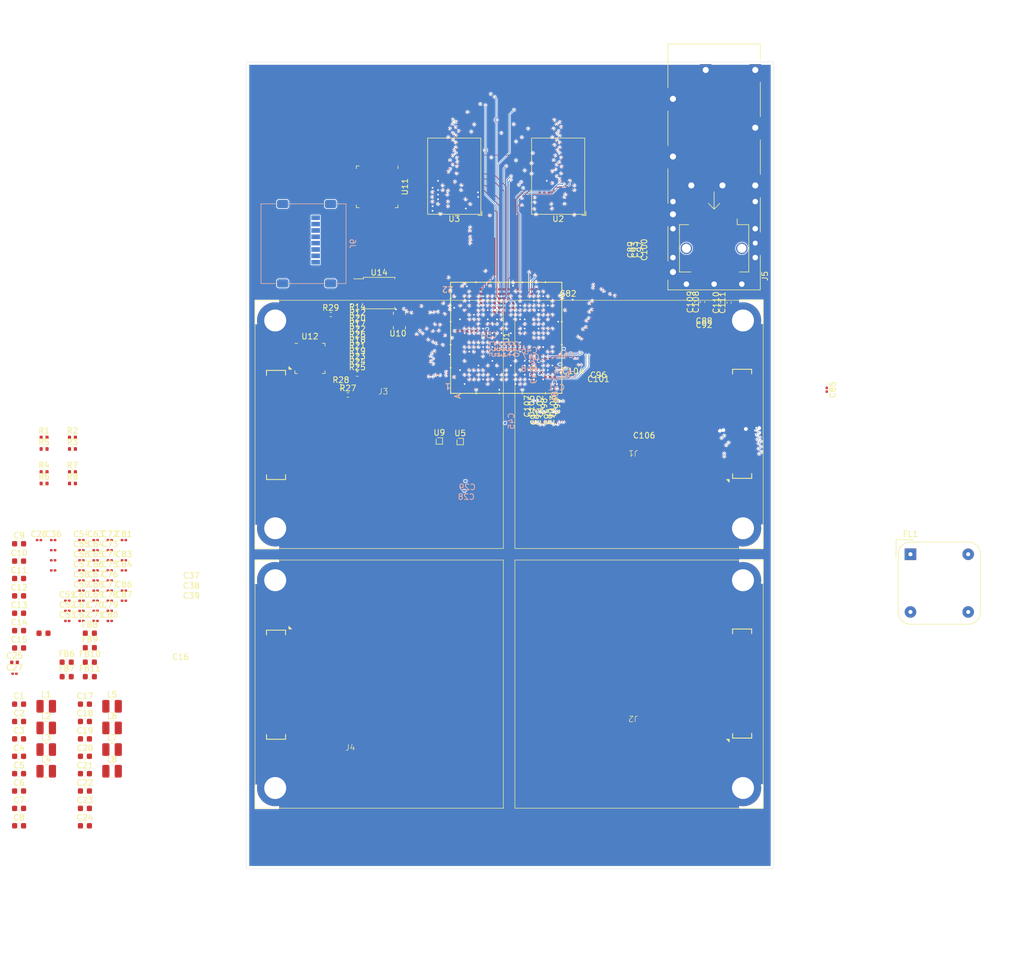
<source format=kicad_pcb>
(kicad_pcb (version 20241229) (generator "pcbnew") (generator_version "9.0")
  (layers (0 "F.Cu" signal) (4 "In1.Cu" signal) (6 "In2.Cu" signal) (2 "B.Cu" signal) (13 "F.Paste" user) (15 "B.Paste" user) (5 "F.SilkS" user "F.Silkscreen") (7 "B.SilkS" user "B.Silkscreen") (1 "F.Mask" user) (3 "B.Mask" user) (25 "Edge.Cuts" user))
  (net 0 "")
  (net 1 "GND")
  (net 2 "/GT_RX0_P")
  (net 3 "/GT_RX0_N")
  (net 4 "/GT_RX1_P")
  (net 5 "/GT_RX1_N")
  (net 6 "/ZynqPower/VCCO_RAIL_A")
  (net 7 "unconnected-(U1B-IO_L10P_T1_AD11P_35-PadA5)")
  (net 8 "/ZynqPower/1V_RAIL_A")
  (net 10 "/ZynqPower/1V_RAIL_B")
  (net 11 "unconnected-(U1B-IO_L13N_T2_MRCC_35-PadB3)")
  (net 12 "/ZynqDDR/DDR_DQ13")
  (net 13 "Net-(U1J-MGTPRXP1_112)")
  (net 14 "unconnected-(U1B-IO_L20P_T3_AD6P_35-PadG4)")
  (net 15 "Net-(U1J-MGTPRXN1_112)")
  (net 16 "Net-(U1J-MGTPRXP0_112)")
  (net 17 "Net-(U1J-MGTPRXN0_112)")
  (net 18 "/ZynqDDR/DDR_A11")
  (net 19 "Net-(U1J-MGTPRXP2_112)")
  (net 20 "Net-(U1J-MGTPRXN2_112)")
  (net 21 "/ZynqDDR/DDR_CK_N")
  (net 22 "/ZynqPower/1V8_RAIL_A")
  (net 23 "Net-(U1J-MGTPRXP3_112)")
  (net 24 "/ZynqDDR/DDR_DQ0")
  (net 25 "Net-(U1J-MGTPRXN3_112)")
  (net 26 "/ZynqDDR/DDR_DQ16")
  (net 27 "/ZynqPower/VCCO_RAIL_B")
  (net 28 "Net-(U1J-MGTPTXP0_112)")
  (net 29 "/ZynqDDR/DDR_DM0")
  (net 30 "Net-(U1J-MGTPTXN0_112)")
  (net 31 "unconnected-(U1B-IO_L17P_T2_AD5P_35-PadE2)")
  (net 32 "/ZynqDDR/DDR_DQ2")
  (net 33 "Net-(U1J-MGTPTXN1_112)")
  (net 34 "unconnected-(U1B-IO_L12P_T1_MRCC_35-PadD5)")
  (net 35 "unconnected-(U1B-IO_L17N_T2_AD5N_35-PadD2)")
  (net 36 "/ZynqPower/1V5_RAIL_A")
  (net 37 "/ZynqDDR/DDR_A7")
  (net 38 "/GT_RX2_P")
  (net 40 "Net-(U1J-MGTPTXP1_112)")
  (net 41 "Net-(U1J-MGTPTXN2_112)")
  (net 42 "Net-(U1J-MGTPTXP2_112)")
  (net 43 "/ZynqPower/3V3_RAIL_MAIN")
  (net 44 "/GT_RX2_N")
  (net 46 "Net-(U1J-MGTPTXN3_112)")
  (net 47 "Net-(U1J-MGTPTXP3_112)")
  (net 48 "/ZynqDDR/DDR_DQ25")
  (net 49 "Net-(U1J-MGTREFCLK0P_112)")
  (net 50 "Net-(U1J-MGTREFCLK1P_112)")
  (net 51 "/ZynqDDR/DDR_A14")
  (net 54 "Net-(U1J-MGTREFCLK0N_112)")
  (net 55 "/ZynqDDR/DDR_DQ29")
  (net 56 "/Zynq_PSMIO/MIO_RGMII_RX_CTL")
  (net 57 "/ZynqDDR/DDR_DQ19")
  (net 58 "unconnected-(U1B-IO_L24P_T3_AD15P_35-PadH1)")
  (net 59 "/ZynqDDR/DDR_DQS3_P")
  (net 60 "/Zynq_PSMIO/MIO_ULPI_D6")
  (net 61 "Net-(U1J-MGTREFCLK1N_112)")
  (net 62 "/ZynqDDR/DDR_WE")
  (net 63 "unconnected-(U1B-IO_L8P_T1_AD10P_35-PadB7)")
  (net 64 "unconnected-(U1B-IO_L18P_T2_AD13P_35-PadB2)")
  (net 66 "unconnected-(U1B-IO_L9N_T1_DQS_AD3N_35-PadA6)")
  (net 67 "unconnected-(U1B-IO_L14N_T2_AD4N_SRCC_35-PadC3)")
  (net 68 "/ZynqDDR/DDR_DQ15")
  (net 72 "/ZynqPower/VCCO_RAIL_C")
  (net 74 "/A1_HS1_CLK_N")
  (net 75 "/A1_HS_6_P")
  (net 76 "/ZynqDDR/DDR_DQ14")
  (net 77 "/ZynqDDR/DDR_DQS0_P")
  (net 79 "unconnected-(U1B-IO_L12N_T1_MRCC_35-PadC4)")
  (net 80 "/ZynqDDR/DDR_A13")
  (net 81 "/A1_HS_12_P")
  (net 82 "/A1_HS_6_N")
  (net 83 "/A1_HS_14_P")
  (net 86 "unconnected-(U1B-IO_L13P_T2_MRCC_35-PadB4)")
  (net 87 "/ZynqDDR/DDR_DQ18")
  (net 88 "/A1_HS_9_P")
  (net 89 "/ZynqDDR/DDR_A1")
  (net 90 "/A1_HS_10_P")
  (net 91 "/ZynqDDR/DDR_CK_E")
  (net 92 "/A1_HS1_CLK_P")
  (net 94 "/ZynqDDR/DDR_DQ30")
  (net 95 "/ZynqDDR/DDR_DQS1_P")
  (net 96 "/A1_HS_5_N")
  (net 97 "/ZynqDDR/DDR_DQS2_P")
  (net 98 "/A1_HS_13_N")
  (net 99 "Net-(U1E-VCCO_0)")
  (net 101 "/A1_HS_7_N")
  (net 102 "/ZynqDDR/DDR_DQ6")
  (net 103 "/A1_HS_15_P")
  (net 104 "/ZynqDDR/DDR_DQ8")
  (net 106 "/ZynqDDR/DDR_DQ17")
  (net 107 "/ZynqPower/VCC_CFG")
  (net 108 "/Zynq_PSMIO/MIO_QSPI_FB")
  (net 109 "unconnected-(U1B-IO_L5N_T0_AD9N_35-PadE5)")
  (net 110 "/A1_HS_4_N")
  (net 111 "/A1_HS_14_N")
  (net 113 "/A1_HS_8_P")
  (net 114 "/A1_HS_11_N")
  (net 115 "/ZynqDDR/DDR_DQ9")
  (net 116 "/A1_HS_15_N")
  (net 117 "/ZynqDDR/DDR_DQ1")
  (net 118 "/ZynqDDR/DDR_DQ21")
  (net 119 "/A1_HS_8_N")
  (net 120 "/A1_HS_9_N")
  (net 121 "/Zynq_PSMIO/MIO_QSPI_IO0")
  (net 122 "/Zynq_PSMIO/MIO_ULPI_NXT")
  (net 123 "/ZynqDDR/DDR_A5")
  (net 125 "/A1_HS_4_P")
  (net 126 "/A1_HS_12_N")
  (net 127 "/A1_HS_5_P")
  (net 128 "/A1_HS_11_P")
  (net 129 "/A1_HS_7_P")
  (net 130 "/A1_HS_10_N")
  (net 131 "/A1_HS_13_P")
  (net 132 "/A2_HS_14_P")
  (net 134 "/Zynq_PSMIO/MIO_SD_D3")
  (net 135 "/ZynqDDR/DDR_DQS1_N")
  (net 136 "/A2_HS_1_P")
  (net 137 "/A2_HS_12_P")
  (net 138 "/ZynqDDR/DDR_DQ11")
  (net 139 "/A2_HS_0_N")
  (net 140 "unconnected-(U1B-IO_L22N_T3_AD7N_35-PadG2)")
  (net 141 "unconnected-(U1B-IO_L18N_T2_AD13N_35-PadB1)")
  (net 142 "/A2_HS_7_P")
  (net 143 "/ZynqDDR/DDR_DQ7")
  (net 144 "/A2_HS_9_P")
  (net 145 "/A2_HS0_CLK_N")
  (net 146 "/ZynqDDR/DDR_RST")
  (net 147 "/A2_HS_15_P")
  (net 150 "/A2_HS_5_P")
  (net 151 "/GT_RX3_P")
  (net 152 "/GT_RX3_N")
  (net 153 "/ZynqDDR/DDR_CAS")
  (net 154 "unconnected-(U1B-IO_L21P_T3_DQS_AD14P_35-PadE4)")
  (net 155 "unconnected-(U1B-IO_L9P_T1_DQS_AD3P_35-PadA7)")
  (net 156 "/A2_HS_2_P")
  (net 157 "/ZynqDDR/DDR_DM2")
  (net 158 "/A2_HS_13_P")
  (net 159 "/A2_HS_12_N")
  (net 160 "/A2_HS_4_P")
  (net 161 "/A2_HS_6_N")
  (net 162 "/Module_A3/HS_DIFF_4_N")
  (net 163 "/Module_A3/HS_DIFF_9_P")
  (net 164 "/ZynqDDR/DDR_DQS0_N")
  (net 165 "/Module_A3/HS_DIFF_5_P")
  (net 166 "/ZynqDDR/DDR_A3")
  (net 167 "/ZynqDDR/DDR_BA0")
  (net 168 "/Module_A3/HS_DIFF_6_P")
  (net 169 "/ZynqDDR/DDR_DM3")
  (net 170 "/ZynqDDR/DDR_CK_P")
  (net 171 "/Module_A3/HS_DIFF_9_N")
  (net 172 "/ZynqDDR/DDR_A0")
  (net 173 "/Module_A3/HS_DIFF_8_N")
  (net 175 "unconnected-(U1B-IO_L8N_T1_AD10N_35-PadB6)")
  (net 176 "/Module_A3/HS_DIFF_4_P")
  (net 177 "/Module_A3/HS_DIFF_10_P")
  (net 179 "/ZynqDDR/DDR_DQ28")
  (net 180 "unconnected-(U1B-IO_L15N_T2_DQS_AD12N_35-PadA1)")
  (net 181 "/Module_A3/HS_DIFF_12_N")
  (net 183 "/Module_A3/HS_DIFF_13_N")
  (net 184 "/ZynqDDR/DDR_A4")
  (net 185 "/Module_A3/HS_DIFF_6_N")
  (net 186 "/ZynqDDR/DDR_CS")
  (net 187 "/ZynqDDR/DDR_DQ22")
  (net 188 "/Module_A3/HS_DIFF_13_P")
  (net 189 "/ZynqDDR/DDR_DQS3_N")
  (net 190 "/Module_A3/HS_DIFF_11_P")
  (net 191 "/Module_A3/HS_DIFF_5_N")
  (net 192 "/ZynqDDR/DDR_DQ12")
  (net 193 "/Module_A3/HS_DIFF_10_N")
  (net 194 "/Module_A3/HS_DIFF_12_P")
  (net 195 "/Module_A3/HS_DIFF_7_P")
  (net 196 "/ZynqDDR/DDR_A10")
  (net 198 "/ZynqDDR/DDR_A12")
  (net 199 "/Module_A3/HS_DIFF_11_N")
  (net 200 "unconnected-(U1B-IO_L15P_T2_DQS_AD12P_35-PadA2)")
  (net 201 "/Zynq_PSMIO/MIO_ULPI_D0")
  (net 202 "/Module_A3/HS_DIFF_7_N")
  (net 203 "/Module_A3/HS_DIFF_8_P")
  (net 204 "/Module_A4/HS_DIFF_7_N")
  (net 205 "unconnected-(U1B-IO_L20N_T3_AD6N_35-PadF4)")
  (net 206 "/Module_A4/HS_DIFF_10_N")
  (net 208 "/Module_A4/HS_DIFF_12_P")
  (net 209 "/Zynq_PSMIO/MIO_RGMII_TX_CTL")
  (net 211 "/Module_A4/HS_DIFF_5_N")
  (net 213 "/Module_A4/HS_DIFF_4_P")
  (net 214 "/Zynq_PSMIO/MIO_ULPI_D4")
  (net 215 "/ZynqDDR/DDR_DQS2_N")
  (net 216 "/Module_A4/HS_DIFF_9_N")
  (net 217 "/Zynq_PSMIO/MIO_ULPI_CLK")
  (net 218 "/ZynqDDR/DDR_DQ10")
  (net 220 "/Zynq_PSMIO/MIO_ULPI_D2")
  (net 221 "/Zynq_PSMIO/MIO_RGMII_TX0")
  (net 222 "/Module_A4/HS_DIFF_8_N")
  (net 223 "/Module_A4/HS_DIFF_8_P")
  (net 224 "/Module_A4/HS_DIFF_6_P")
  (net 225 "/Zynq_PSMIO/MIO_ULPI_D3")
  (net 226 "/Zynq_PSMIO/MIO_QSPI_CS")
  (net 228 "/Module_A4/HS_DIFF_10_P")
  (net 229 "/GT_TX0_P")
  (net 230 "unconnected-(U1B-IO_L6P_T0_35-PadG6)")
  (net 231 "/Module_A4/HS_DIFF_6_N")
  (net 232 "unconnected-(U1B-IO_L14P_T2_AD4P_SRCC_35-PadD3)")
  (net 234 "/Module_A4/HS_DIFF_11_N")
  (net 235 "/ZynqDDR/DDR_DM1")
  (net 237 "/ZynqDDR/DDR_DQ20")
  (net 238 "/Module_A4/HS_DIFF_5_P")
  (net 239 "/Zynq_PSMIO/MIO_QSPI_SCLK")
  (net 240 "/Module_A4/HS_DIFF_13_P")
  (net 241 "/Module_A4/HS_DIFF_7_P")
  (net 242 "/Module_A4/HS_DIFF_11_P")
  (net 243 "/Module_A4/HS_DIFF_13_N")
  (net 244 "/Module_A4/HS_DIFF_4_N")
  (net 245 "/ZynqDDR/DDR_BA1")
  (net 247 "unconnected-(U1B-IO_L21N_T3_DQS_AD14N_35-PadE3)")
  (net 248 "/Zynq_PSMIO/MIO_RGMII_TX_CLK")
  (net 249 "/ZynqDDR/DDR_DQ4")
  (net 251 "/Module_A4/HS_DIFF_12_N")
  (net 253 "/Zynq_PSMIO/MIO_SD_CLK")
  (net 254 "/GT_TX0_N")
  (net 255 "/Zynq_PSMIO/MIO_RGMII_RX_CLK")
  (net 256 "/Module_A4/HS_DIFF_9_P")
  (net 257 "/ZynqDDR/DDR_A2")
  (net 259 "unconnected-(U1I-PS_SRST_B_501-PadC14)")
  (net 260 "/ZynqDDR/DDR_DQ27")
  (net 262 "/ZynqDDR/DDR_A8")
  (net 264 "/GT_TX1_N")
  (net 265 "/Zynq_PSMIO/MIO_RGMII_RX0")
  (net 266 "/ZynqDDR/DDR_BA2")
  (net 267 "unconnected-(U1I-TDO_0-PadG9)")
  (net 268 "unconnected-(U1B-IO_L22P_T3_AD7P_35-PadG3)")
  (net 270 "/ZynqDDR/DDR_A9")
  (net 271 "/Zynq_PSMIO/MIO_SD_CMD")
  (net 272 "/Zynq_PSMIO/MIO_ULPI_DIR")
  (net 273 "unconnected-(U1B-IO_L16N_T2_35-PadC1)")
  (net 275 "unconnected-(U1B-IO_L10N_T1_AD11N_35-PadA4)")
  (net 276 "/ZynqDDR/DDR_A6")
  (net 278 "/ZynqDDR/DDR_DQ24")
  (net 280 "unconnected-(U1I-TMS_0-PadH10)")
  (net 284 "/ZynqDDR/DDR_DQ31")
  (net 286 "/GT_TX1_P")
  (net 287 "/ZynqDDR/DDR_RAS")
  (net 288 "/ZynqDDR/DDR_DQ3")
  (net 289 "unconnected-(U1B-IO_L5P_T0_AD9P_35-PadF5)")
  (net 290 "/ZynqDDR/DDR_DQ23")
  (net 291 "/Zynq_PSMIO/MIO_SD_D2")
  (net 292 "/Zynq_PSMIO/MIO_SD_D0")
  (net 293 "/Zynq_PSMIO/MIO_ULPI_D7")
  (net 296 "unconnected-(U1B-IO_L24N_T3_AD15N_35-PadG1)")
  (net 298 "/Zynq_PSMIO/MIO_SD_D1")
  (net 299 "/Zynq_PSMIO/MIO_ULPI_D5")
  (net 300 "/ZynqDDR/DDR_DQ5")
  (net 301 "/ZynqDDR/DDR_DQ26")
  (net 302 "unconnected-(U1K-IO_L5P_T0_13-PadU11)")
  (net 303 "/ZynqDDR/DDR_ODT")
  (net 304 "/Zynq_PSMIO/MIO_QSPI_IO2")
  (net 306 "VDD_DDR")
  (net 307 "Net-(U2-VDDQ-PadA1)")
  (net 320 "Net-(U3-VDDQ-PadA1)")
  (net 325 "/GT_TX2_N")
  (net 326 "/GT_TX2_P")
  (net 327 "/GT_TX3_N")
  (net 328 "/GT_TX3_P")
  (net 329 "/GTP_REF_CLK0_P")
  (net 330 "/GTP_REF_CLK1_N")
  (net 331 "/GTP_REF_CLK0_N")
  (net 332 "/GTP_REF_CLK1_P")
  (net 334 "Net-(J1-Pad15)")
  (net 335 "/A2_HS_14_N")
  (net 336 "unconnected-(U1K-IO_L22P_T3_13-PadU17)")
  (net 337 "VDD_SYSTEM")
  (net 339 "/A2_HS_9_N")
  (net 340 "Net-(J1-Pad11)")
  (net 341 "/A2_HS_6_P")
  (net 342 "unconnected-(U1I-TCK_0-PadH11)")
  (net 345 "unconnected-(U1K-IO_L21P_T3_DQS_13-PadV18)")
  (net 346 "unconnected-(U1K-IO_L18N_T2_13-PadAA20)")
  (net 347 "/Module_A1/MOD_SPI_MISO")
  (net 348 "unconnected-(U1I-PS_POR_B_500-PadB18)")
  (net 349 "/Module_A1/LS_GPIO2")
  (net 350 "unconnected-(U1K-IO_L5N_T0_13-PadU12)")
  (net 352 "VDD_5V5A")
  (net 353 "/A2_HS0_CLK_P")
  (net 355 "VDD_1V8D")
  (net 356 "/A2_HS_5_N")
  (net 357 "/A2_HS_10_P")
  (net 359 "/Module_A1/LS_GPIO0")
  (net 360 "unconnected-(U1B-IO_L23N_T3_35-PadF1)")
  (net 361 "unconnected-(U1I-TDI_0-PadH9)")
  (net 362 "VDD_3V3D")
  (net 363 "/Module_A1/HS_VREF")
  (net 365 "unconnected-(U1K-IO_L21N_T3_DQS_13-PadW18)")
  (net 367 "unconnected-(U1K-IO_L15N_T2_DQS_13-PadAB22)")
  (net 368 "/Module_A1/LS_GPIO1")
  (net 369 "/Module_A1/LS_GPIO3")
  (net 370 "unconnected-(U1K-IO_L16N_T2_13-PadAB19)")
  (net 371 "unconnected-(U1K-IO_L20N_T3_13-PadV19)")
  (net 372 "unconnected-(U1K-IO_L16P_T2_13-PadAB18)")
  (net 373 "/Module_A1/LS_VREF")
  (net 374 "/Module_A1/MOD_SPI_MOSI")
  (net 375 "/Module_A1/MOD_SPI_SCK")
  (net 376 "/A2_HS1_CLK_P")
  (net 379 "Net-(J2-Pad15)")
  (net 380 "/Module_A2/MOD_SPI_SCK")
  (net 381 "/Module_A2/LS_GPIO3")
  (net 383 "/A2_HS_13_N")
  (net 384 "/Module_A2/MOD_SPI_MOSI")
  (net 385 "/Module_A2/MOD_SPI_MISO")
  (net 387 "/Module_A2/LS_GPIO0")
  (net 388 "unconnected-(U1I-PS_CLK_500-PadF16)")
  (net 389 "/A2_HS_11_P")
  (net 390 "/Module_A2/LS_VREF")
  (net 392 "/A2_HS1_CLK_N")
  (net 393 "unconnected-(U1K-IO_L20P_T3_13-PadU19)")
  (net 395 "/Module_A2/HS_VREF")
  (net 396 "/A2_HS_0_P")
  (net 397 "/A2_HS_7_N")
  (net 398 "unconnected-(U1K-IO_L24P_T3_13-PadW17)")
  (net 400 "Net-(J2-Pad11)")
  (net 402 "/Module_A2/LS_GPIO1")
  (net 403 "unconnected-(U1B-IO_L16P_T2_35-PadD1)")
  (net 404 "/Module_A2/LS_GPIO2")
  (net 405 "/Module_A3/LS_VREF")
  (net 406 "unconnected-(U1K-IO_L24N_T3_13-PadY17)")
  (net 408 "unconnected-(U1B-IO_L23P_T3_35-PadF2)")
  (net 409 "unconnected-(U1K-IO_L15P_T2_DQS_13-PadAB21)")
  (net 410 "/Module_A3/HS_DIFF_CLK1_P")
  (net 411 "/Module_A3/HS_DIFF_14_P")
  (net 412 "/Module_A3/LS_GPIO3")
  (net 413 "/Module_A3/MOD_SPI_MOSI")
  (net 415 "unconnected-(U1K-IO_L18P_T2_13-PadAA19)")
  (net 419 "/Module_A3/MOD_SPI_MISO")
  (net 422 "/Module_A3/LS_GPIO1")
  (net 423 "/Module_A3/HS_DIFF_15_P")
  (net 424 "Net-(J3-Pad15)")
  (net 425 "/Module_A3/LS_GPIO2")
  (net 426 "/Module_A3/HS_DIFF_CLK1_N")
  (net 429 "Net-(J3-Pad11)")
  (net 430 "/Module_A3/HS_DIFF_15_N")
  (net 431 "/Module_A3/MOD_SPI_SCK")
  (net 432 "/Module_A3/HS_DIFF_14_N")
  (net 433 "/Module_A3/LS_GPIO0")
  (net 434 "/Module_A3/HS_VREF")
  (net 435 "/ZynqPower/VCCPLL")
  (net 436 "/ZynqPower/VCCDDR")
  (net 437 "Net-(C70-Pad1)")
  (net 438 "Net-(C76-Pad1)")
  (net 439 "Net-(C82-Pad1)")
  (net 440 "/ZynqPower/VCCADC")
  (net 442 "/Module_A4/HS_DIFF_15_N")
  (net 444 "/Module_A4/MOD_SPI_MISO")
  (net 445 "/ZynqPower/QBUCK_LP87524J/SW0")
  (net 446 "/ZynqPower/QBUCK_LP87524J/SW1")
  (net 447 "/ZynqPower/QBUCK_LP87524J/SW2")
  (net 448 "/ZynqPower/QBUCK_LP87524J/SW3")
  (net 449 "/ZynqPower/QBUCK_LP87524J1/SW0")
  (net 450 "/ZynqPower/QBUCK_LP87524J1/SW1")
  (net 451 "/ZynqPower/QBUCK_LP87524J1/SW2")
  (net 452 "/ZynqPower/QBUCK_LP87524J1/SW3")
  (net 453 "/ZynqPower/RAIL_8_EN")
  (net 454 "/ZynqPower/RAIL_9_EN")
  (net 455 "Net-(J4-Pad15)")
  (net 456 "/Module_A4/LS_GPIO2")
  (net 458 "/Module_A4/LS_GPIO3")
  (net 459 "/Module_A4/HS_DIFF_CLK1_N")
  (net 460 "/Module_A4/MOD_SPI_SCK")
  (net 461 "/Module_A4/LS_GPIO0")
  (net 462 "/Module_A4/LS_VREF")
  (net 463 "/ZynqPower/MGTAVTT")
  (net 464 "/ZynqPower/MGTAVCC")
  (net 465 "/Zynq_PSMIO/MIO_QSPI_IO3")
  (net 466 "/Zynq_PSMIO/MIO_QSPI_IO1")
  (net 467 "/Zynq_PSMIO/MIO_ULPI_D1")
  (net 468 "/Zynq_PSMIO/MIO_ULPI_STP")
  (net 474 "unconnected-(U1D-PS_MIO25_501-PadF11)")
  (net 477 "/Zynq_PSMIO/MIO_RGMII_RX3")
  (net 478 "/Zynq_PSMIO/MIO_RGMII_TX2")
  (net 479 "/Zynq_PSMIO/MIO_RGMII_TX3")
  (net 480 "/Zynq_PSMIO/MIO_RGMII_RX1")
  (net 481 "/Zynq_PSMIO/MIO_RGMII_RX2")
  (net 482 "/Zynq_PSMIO/MIO_RGMII_TX1")
  (net 483 "/Module_A4/HS_DIFF_15_P")
  (net 485 "/Module_A4/HS_DIFF_14_P")
  (net 486 "/Module_A4/HS_VREF")
  (net 536 "/Module_A4/HS_DIFF_14_N")
  (net 537 "/Module_A4/MOD_SPI_MOSI")
  (net 538 "/Module_A4/HS_DIFF_CLK1_P")
  (net 539 "VCC_MIO")
  (net 540 "Net-(J5-RD+)")
  (net 541 "/SFP_Port/SFP_RX_P")
  (net 542 "/SFP_Port/SFP_RX_N")
  (net 543 "Net-(J5-RD-)")
  (net 544 "Net-(J5-TD+)")
  (net 545 "/SFP_Port/SFP_TX_P")
  (net 546 "Net-(J5-TD-)")
  (net 547 "/SFP_Port/SFP_TX_N")
  (net 553 "Net-(J5-VccR)")
  (net 556 "Net-(J4-Pad11)")
  (net 557 "/Module_A4/LS_GPIO1")
  (net 558 "/Module_A1/RefCLK0")
  (net 559 "/Module_A2/RefCLK0")
  (net 560 "/Module_A2/RefCLK1")
  (net 561 "/Module_A3/RefCLK0")
  (net 562 "/Module_A1/RefCLK1")
  (net 563 "/Module_A3/RefCLK1")
  (net 564 "/Module_A4/RefCLK0")
  (net 565 "/Module_A4/RefCLK1")
  (net 566 "/Module_A1/I2C_A1")
  (net 567 "/Module_A1/I2C_SCL")
  (net 568 "/Module_A1/LS_GPIO6")
  (net 569 "/Module_A1/LS_GPIO5")
  (net 570 "/Module_A1/I2C_A0")
  (net 571 "/Module_A1/I2C_SDA")
  (net 572 "/Module_A1/I2C_A2")
  (net 573 "/Module_A1/LS_GPIO4")
  (net 574 "/Module_A2/LS_GPIO4")
  (net 575 "/Module_A2/LS_GPIO6")
  (net 576 "/Module_A2/I2C_A1")
  (net 577 "/Module_A2/I2C_A2")
  (net 578 "/Module_A2/I2C_SCL")
  (net 579 "/Module_A2/I2C_A0")
  (net 580 "/Module_A2/I2C_SDA")
  (net 581 "/Module_A2/LS_GPIO5")
  (net 582 "/Module_A3/LS_GPIO5")
  (net 583 "/Module_A3/I2C_SDA")
  (net 584 "/Module_A3/I2C_SCL")
  (net 594 "/Module_A3/I2C_A0")
  (net 595 "/Module_A3/I2C_A1")
  (net 596 "/Module_A3/I2C_A2")
  (net 597 "/Module_A3/LS_GPIO6")
  (net 598 "/Module_A3/LS_GPIO4")
  (net 599 "/Module_A4/I2C_SCL")
  (net 600 "/Module_A4/LS_GPIO4")
  (net 601 "/Module_A4/I2C_A0")
  (net 602 "/Module_A4/I2C_A2")
  (net 603 "/Module_A4/I2C_SDA")
  (net 604 "/Module_A4/LS_GPIO5")
  (net 605 "/Module_A4/I2C_A1")
  (net 606 "/Module_A4/LS_GPIO6")
  (net 607 "Net-(U12-NXT)")
  (net 608 "Net-(U12-STP)")
  (net 609 "Net-(U12-DIR)")
  (net 610 "Net-(U12-DATA7)")
  (net 611 "Net-(U12-DATA6)")
  (net 612 "Net-(U12-DATA1)")
  (net 613 "Net-(U12-DATA2)")
  (net 614 "Net-(U12-DATA3)")
  (net 615 "Net-(U12-DATA4)")
  (net 616 "Net-(U12-DATA5)")
  (net 617 "Net-(U12-DATA0)")
  (net 618 "Net-(U12-CLKOUT)")
  (net 619 "Net-(U12-DP)")
  (net 620 "Net-(U12-DM)")
  (net 621 "Net-(U12-RBIAS)")
  (net 645 "/A2_HS_15_N")
  (net 646 "/A2_HS_8_P")
  (net 647 "/A2_HS_11_N")
  (net 648 "/A2_HS_2_N")
  (net 649 "/A2_HS_3_N")
  (net 650 "/A2_HS_1_N")
  (net 651 "/Module_A3/HS_DIFF_CLK0_N")
  (net 652 "/Module_A3/HS_DIFF_1_P")
  (net 653 "/Module_A3/HS_DIFF_1_N")
  (net 654 "/Module_A3/HS_DIFF_0_P")
  (net 655 "/Module_A3/HS_DIFF_CLK0_P")
  (net 656 "/Module_A3/HS_DIFF_0_N")
  (net 657 "/Module_A4/HS_DIFF_1_N")
  (net 658 "/Module_A4/HS_DIFF_CLK0_P")
  (net 659 "/Module_A4/HS_DIFF_0_P")
  (net 660 "/Module_A4/HS_DIFF_CLK0_N")
  (net 661 "/Module_A4/HS_DIFF_1_P")
  (net 662 "/Module_A4/HS_DIFF_0_N")
  (net 663 "/A2_HS_4_N")
  (net 664 "/A2_HS_10_N")
  (net 665 "/A2_HS_8_N")
  (net 666 "/A2_HS_3_P")
  (net 667 "/Module_A3/HS_DIFF_2_P")
  (net 668 "/Module_A3/HS_DIFF_3_P")
  (net 669 "/Module_A3/HS_DIFF_2_N")
  (net 670 "/Module_A3/HS_DIFF_3_N")
  (net 671 "/Module_A4/HS_DIFF_3_P")
  (net 672 "/Module_A4/HS_DIFF_3_N")
  (net 673 "/Module_A4/HS_DIFF_2_P")
  (net 674 "/Module_A4/HS_DIFF_2_N")
  (footprint "Inductor_SMD:L_1008_2520Metric" (layer "F.Cu") (at 25.35 149.34)
    (property "Reference" "L3")
    (property "Value" "DFE252012PD-R47M")
  )
  (footprint "Inductor_SMD:L_0603_1608Metric" (layer "F.Cu") (at 28.89 136.71)
    (property "Reference" "FB7")
    (property "Value" "FerriteBead")
  )
  (footprint "Inductor_THT:Choke_Schaffner_RN102-04-14.0x14.0mm" (layer "F.Cu") (at 175 115.5)
    (property "Reference" "FL1")
    (property "Value" "Choke_Schaffner_RN102-0.3-02-12M")
  )
  (footprint "Capacitor_SMD:C_0603_1608Metric" (layer "F.Cu") (at 24.88 129.18)
    (property "Reference" "C16")
    (property "Value" "10M")
  )
  (footprint "ppa-active:XQFN16" (layer "F.Cu") (at 86.5 75 180)
    (property "Reference" "U10")
    (property "Value" "~")
  )
  (footprint "Resistor_SMD:R_0402_1005Metric" (layer "F.Cu") (at 29.89 101.25)
    (property "Reference" "R7")
    (property "Value" "33R")
  )
  (footprint "Capacitor_SMD:C_0201_0603Metric" (layer "F.Cu") (at 24.1 113.05)
    (property "Reference" "C26")
    (property "Value" "M1")
  )
  (footprint "Capacitor_SMD:C_0201_0603Metric" (layer "F.Cu") (at 113.875 91.655 90)
    (property "Reference" "C90")
    (property "Value" "M1")
  )
  (footprint "Resistor_SMD:R_0402_1005Metric" (layer "F.Cu") (at 79.215 84.275)
    (property "Reference" "R25")
    (property "Value" "33R")
  )
  (footprint "Capacitor_SMD:C_0201_0603Metric" (layer "F.Cu") (at 31.45 121.8)
    (property "Reference" "C59")
    (property "Value" "M1")
  )
  (footprint "Capacitor_SMD:C_0201_0603Metric" (layer "F.Cu") (at 38.8 113.05)
    (property "Reference" "C81")
    (property "Value" "M1")
  )
  (footprint "Capacitor_SMD:C_0402_1005Metric" (layer "F.Cu") (at 139 71.8 90)
    (property "Reference" "C108")
    (property "Value" "M1")
  )
  (footprint "Resistor_SMD:R_0402_1005Metric" (layer "F.Cu") (at 79.225 77.65)
    (property "Reference" "R22")
    (property "Value" "33R")
  )
  (footprint "Connector:Connector_SFP_and_Cage" (layer "F.Cu") (at 141 68.7 -90)
    (property "Reference" "J5")
    (property "Value" "SFP")
  )
  (footprint "Capacitor_SMD:C_0201_0603Metric" (layer "F.Cu") (at 26.55 116.55)
    (property "Reference" "C38")
    (property "Value" "M1")
  )
  (footprint "Capacitor_SMD:C_0201_0603Metric" (layer "F.Cu") (at 33.9 123.55)
    (property "Reference" "C69")
    (property "Value" "M1")
  )
  (footprint "Inductor_SMD:L_1008_2520Metric" (layer "F.Cu") (at 36.75 149.34)
    (property "Reference" "L7")
    (property "Value" "DFE252012PD-R47M")
  )
  (footprint "Inductor_SMD:L_0603_1608Metric" (layer "F.Cu") (at 28.89 134.2)
    (property "Reference" "FB6")
    (property "Value" "FerriteBead")
  )
  (footprint "Capacitor_SMD:C_0603_1608Metric" (layer "F.Cu") (at 20.65 162.54)
    (property "Reference" "C8")
    (property "Value" "10M")
  )
  (footprint "Resistor_SMD:R_0402_1005Metric" (layer "F.Cu") (at 29.89 103.24)
    (property "Reference" "R8")
    (property "Value" "33R")
  )
  (footprint "Capacitor_SMD:C_0603_1608Metric" (layer "F.Cu") (at 20.65 150.5)
    (property "Reference" "C4")
    (property "Value" "10M")
  )
  (footprint "Capacitor_SMD:C_0201_0603Metric" (layer "F.Cu") (at 33.9 125.3)
    (property "Reference" "C70")
    (property "Value" "M1")
  )
  (footprint "Inductor_SMD:L_0603_1608Metric" (layer "F.Cu") (at 32.9 131.69)
    (property "Reference" "FB9")
    (property "Value" "FerriteBead")
  )
  (footprint "Capacitor_SMD:C_0201_0603Metric" (layer "F.Cu") (at 127.85 62.745 -90)
    (property "Reference" "C100")
    (property "Value" "M1")
  )
  (footprint "Capacitor_SMD:C_0402_1005Metric" (layer "F.Cu") (at 142.5 71.9 90)
    (property "Reference" "C110")
    (property "Value" "M1")
  )
  (footprint "Capacitor_SMD:C_0201_0603Metric" (layer "F.Cu") (at 31.45 118.3)
    (property "Reference" "C57")
    (property "Value" "M1")
  )
  (footprint "Resistor_SMD:R_0402_1005Metric" (layer "F.Cu") (at 79.225 73.825)
    (property "Reference" "R14")
    (property "Value" "33R")
  )
  (footprint "Capacitor_SMD:C_0603_1608Metric" (layer "F.Cu") (at 20.65 113.68)
    (property "Reference" "C9")
    (property "Value" "10M")
  )
  (footprint "Resistor_SMD:R_0402_1005Metric" (layer "F.Cu") (at 79.225 79.55)
    (property "Reference" "R18")
    (property "Value" "33R")
  )
  (footprint "Capacitor_SMD:C_0201_0603Metric" (layer "F.Cu") (at 31.45 120.05)
    (property "Reference" "C58")
    (property "Value" "M1")
  )
  (footprint "Capacitor_SMD:C_0603_1608Metric" (layer "F.Cu") (at 20.65 119.7)
    (property "Reference" "C11")
    (property "Value" "10M")
  )
  (footprint "Capacitor_SMD:C_0201_0603Metric" (layer "F.Cu") (at 33.9 114.8)
    (property "Reference" "C64")
    (property "Value" "M1")
  )
  (footprint "Package_DFN_QFN:QFN-32-1EP_5x5mm_P0.5mm_EP3.3x3.3mm" (layer "F.Cu") (at 71.0125 81.575)
    (property "Reference" "U12")
    (property "Value" "USB3320C-EZK-TR")
  )
  (footprint "Capacitor_SMD:C_0201_0603Metric" (layer "F.Cu") (at 36.35 127.05)
    (property "Reference" "C80")
    (property "Value" "M1")
  )
  (footprint "Capacitor_SMD:C_0201_0603Metric" (layer "F.Cu") (at 38.8 121.8)
    (property "Reference" "C86")
    (property "Value" "M1")
  )
  (footprint "Capacitor_SMD:C_0201_0603Metric" (layer "F.Cu") (at 31.45 127.05)
    (property "Reference" "C62")
    (property "Value" "M1")
  )
  (footprint "Capacitor_SMD:C_0201_0603Metric" (layer "F.Cu") (at 110.825 91.7 90)
    (property "Reference" "C95")
    (property "Value" "M1")
  )
  (footprint "Capacitor_SMD:C_0201_0603Metric" (layer "F.Cu") (at 33.9 120.05)
    (property "Reference" "C67")
    (property "Value" "M1")
  )
  (footprint "ppa-forms:module_sdr_kit_base" (layer "F.Cu") (at 128 93 180)
    (property "Reference" "J1")
    (property "Value" "DF40HC-80DS" (hide yes))
  )
  (footprint "Capacitor_SMD:C_0201_0603Metric" (layer "F.Cu") (at 116.525 80.125 180)
    (property "Reference" "C104")
    (property "Value" "M1")
  )
  (footprint "Capacitor_SMD:C_0201_0603Metric" (layer "F.Cu") (at 112.625 89.855 90)
    (property "Reference" "C98")
    (property "Value" "M1")
  )
  (footprint "Capacitor_SMD:C_0603_1608Metric" (layer "F.Cu") (at 32.05 159.53)
    (property "Reference" "C23")
    (property "Value" "10M")
  )
  (footprint "Capacitor_SMD:C_0603_1608Metric" (layer "F.Cu") (at 20.65 141.47)
    (property "Reference" "C1")
    (property "Value" "10M")
  )
  (footprint "Package_CSP:WLCSP-4-X1-WLB0909-4_0.89x0.89mm_P0.5mm" (layer "F.Cu") (at 97.025 95.975)
    (property "Reference" "U5")
    (property "Value" "AP22913CN4")
  )
  (footprint "Capacitor_SMD:C_0603_1608Metric" (layer "F.Cu") (at 20.65 122.71)
    (property "Reference" "C12")
    (property "Value" "10M")
  )
  (footprint "Inductor_SMD:L_0603_1608Metric" (layer "F.Cu") (at 32.9 136.71)
    (property "Reference" "FB11")
    (property "Value" "FerriteBead")
  )
  (footprint "Capacitor_SMD:C_0201_0603Metric" (layer "F.Cu") (at 127.15 62.745 -90)
    (property "Reference" "C97")
    (property "Value" "M1")
  )
  (footprint "Resistor_SMD:R_0402_1005Metric" (layer "F.Cu") (at 79.225 78.6)
    (property "Reference" "R26")
    (property "Value" "33R")
  )
  (footprint "Capacitor_SMD:C_0201_0603Metric" (layer "F.Cu") (at 26.55 113.05)
    (property "Reference" "C36")
    (property "Value" "M1")
  )
  (footprint "Resistor_SMD:R_0402_1005Metric" (layer "F.Cu") (at 76.375 86.475)
    (property "Reference" "R28")
    (property "Value" "33R")
  )
  (footprint "Capacitor_SMD:C_0201_0603Metric" (layer "F.Cu") (at 29 123.55)
    (property "Reference" "C51")
    (property "Value" "M1")
  )
  (footprint "Capacitor_SMD:C_0201_0603Metric" (layer "F.Cu") (at 114.875 89.855 90)
    (property "Reference" "C99")
    (property "Value" "M1")
  )
  (footprint "Resistor_SMD:R_0402_1005Metric" (layer "F.Cu") (at 24.98 101.25)
    (property "Reference" "R4")
    (property "Value" "33R")
  )
  (footprint "Inductor_SMD:L_1008_2520Metric" (layer "F.Cu") (at 25.35 141.84)
    (property "Reference" "L1")
    (property "Value" "DFE252012PD-R47M")
  )
  (footprint "Capacitor_SMD:C_0201_0603Metric" (layer "F.Cu") (at 19.86 136.2)
    (property "Reference" "C27")
    (property "Value" "M1")
  )
  (footprint "Capacitor_SMD:C_0402_1005Metric" (layer "F.Cu") (at 138 71.8 90)
    (property "Reference" "C109")
    (property "Value" "M1")
  )
  (footprint "Capacitor_SMD:C_0201_0603Metric" (layer "F.Cu") (at 33.9 118.3)
    (property "Reference" "C66")
    (property "Value" "M1")
  )
  (footprint "Package_BGA:BGA-96_9.0x13.0mm_Layout2x3x16_P0.8mm" (layer "F.Cu") (at 114 50 180)
    (property "Reference" "U2")
    (property "Value" "K4B4G1646E-BYMA")
  )
  (footprint "Capacitor_SMD:C_0201_0603Metric" (layer "F.Cu") (at 33.9 121.8)
    (property "Reference" "C68")
    (property "Value" "M1")
  )
  (footprint "Capacitor_SMD:C_0201_0603Metric" (layer "F.Cu") (at 36.35 125.3)
    (property "Reference" "C79")
    (property "Value" "M1")
  )
  (footprint "Package_CSP:WLCSP-4-X1-WLB0909-4_0.89x0.89mm_P0.5mm" (layer "F.Cu") (at 93.425 95.875)
    (property "Reference" "U9")
    (property "Value" "AP22913CN4")
  )
  (footprint "Capacitor_SMD:C_0201_0603Metric" (layer "F.Cu") (at 26.55 118.3)
    (property "Reference" "C39")
    (property "Value" "M1")
  )
  (footprint "Capacitor_SMD:C_0201_0603Metric" (layer "F.Cu") (at 36.35 120.05)
    (property "Reference" "C76")
    (property "Value" "M1")
  )
  (footprint "Capacitor_SMD:C_0201_0603Metric" (layer "F.Cu") (at 31.45 113.05)
    (property "Reference" "C54")
    (property "Value" "M1")
  )
  (footprint "Capacitor_SMD:C_0603_1608Metric" (layer "F.Cu") (at 20.65 159.53)
    (property "Reference" "C7")
    (property "Value" "10M")
  )
  (footprint "Capacitor_SMD:C_0201_0603Metric" (layer "F.Cu") (at 36.35 123.55)
    (property "Reference" "C78")
    (property "Value" "M1")
  )
  (footprint "Inductor_SMD:L_1008_2520Metric" (layer "F.Cu") (at 36.75 153.09)
    (property "Reference" "L8")
    (property "Value" "DFE252012PD-R47M")
  )
  (footprint "Capacitor_SMD:C_0201_0603Metric" (layer "F.Cu") (at 120.97 83.4 180)
    (property "Reference" "C96")
    (property "Value" "M1")
  )
  (footprint "Capacitor_SMD:C_0603_1608Metric" (layer "F.Cu") (at 32.05 150.5)
    (property "Reference" "C20")
    (property "Value" "10M")
  )
  (footprint "Capacitor_SMD:C_0603_1608Metric" (layer "F.Cu") (at 20.65 147.49)
    (property "Reference" "C3")
    (property "Value" "10M")
  )
  (footprint "ppa-forms:module_sdr_kit_base" (layer "F.Cu") (at 128 138 180)
    (property "Reference" "J2")
    (property "Value" "DF40HC-80DS" (hide yes))
  )
  (footprint "Capacitor_SMD:C_0402_1005Metric" (layer "F.Cu") (at 143.6 71.9 90)
    (property "Reference" "C111")
    (property "Value" "M1")
  )
  (footprint "Resistor_SMD:R_0402_1005Metric" (layer "F.Cu") (at 79.225 80.5)
    (property "Reference" "R21")
    (property "Value" "33R")
  )
  (footprint "Package_DFN_QFN:QFN-48-1EP_7x7mm_P0.5mm_EP5.15x5.15mm" (layer "F.Cu") (at 82.65 51.8375 -90)
    (property "Reference" "U11")
    (property "Value" "KSZ9031RNXCA")
  )
  (footprint "Capacitor_SMD:C_0201_0603Metric" (layer "F.Cu") (at 160.5 87 -90)
    (property "Reference" "C85")
    (property "Value" "M1")
  )
  (footprint "Capacitor_SMD:C_0201_0603Metric" (layer "F.Cu") (at 139.25 74.725 180)
    (property "Reference" "C92")
    (property "Value" "M1")
  )
  (footprint "Capacitor_SMD:C_0201_0603Metric" (layer "F.Cu") (at 38.8 118.3)
    (property "Reference" "C84")
    (property "Value" "M1")
  )
  (footprint "Capacitor_SMD:C_0603_1608Metric" (layer "F.Cu") (at 32.05 162.54)
    (property "Reference" "C24")
    (property "Value" "10M")
  )
  (footprint "Resistor_SMD:R_0402_1005Metric" (layer "F.Cu") (at 79.215 83.325)
    (property "Reference" "R24")
    (property "Value" "33R")
  )
  (footprint "Capacitor_SMD:C_0402_1005Metric" (layer "F.Cu") (at 19.86 134.23)
    (property "Reference" "C25")
    (property "Value" "1M")
  )
  (footprint "Resistor_SMD:R_0402_1005Metric" (layer "F.Cu") (at 79.215 82.4)
    (property "Reference" "R23")
    (property "Value" "33R")
  )
  (footprint "Capacitor_SMD:C_0201_0603Metric" (layer "F.Cu") (at 116.505 79.4 180)
    (property "Reference" "C106")
    (property "Value" "M1")
  )
  (footprint "Capacitor_SMD:C_0201_0603Metric" (layer "F.Cu") (at 26.55 114.8)
    (property "Reference" "C37")
    (property "Value" "M1")
  )
  (footprint "ppa-forms:module_sdr_kit_base" (layer "F.Cu") (at 83 138)
    (property "Reference" "J4")
    (property "Value" "DF40HC-80DS" (hide yes))
  )
  (footprint "Capacitor_SMD:C_0201_0603Metric" (layer "F.Cu") (at 31.45 114.8)
    (property "Reference" "C55")
    (property "Value" "M1")
  )
  (footprint "Inductor_SMD:L_0603_1608Metric" (layer "F.Cu") (at 32.9 134.2)
    (property "Reference" "FB10")
    (property "Value" "FerriteBead")
  )
  (footprint "Capacitor_SMD:C_0201_0603Metric" (layer "F.Cu") (at 36.35 114.8)
    (property "Reference" "C73")
    (property "Value" "M1")
  )
  (footprint "Resistor_SMD:R_0402_1005Metric" (layer "F.Cu") (at 79.25 74.8)
    (property "Reference" "R12")
    (property "Value" "33R")
  )
  (footprint "XC7Z015:CLG485XC7Z012S&slash_XC7Z015_AMD" (layer "F.Cu") (at 105.000001 78 90)
    (property "Reference" "U1")
    (property "Value" "XC7Z015-1CLG485I")
  )
  (footprint "Resistor_SMD:R_0402_1005Metric" (layer "F.Cu") (at 24.98 103.24)
    (property "Reference" "R6")
    (property "Value" "33R")
  )
  (footprint "Inductor_SMD:L_0603_1608Metric" (layer "F.Cu") (at 32.9 129.18)
    (property "Reference" "FB8")
    (property "Value" "FerriteBead")
  )
  (footprint "Capacitor_SMD:C_0201_0603Metric" (layer "F.Cu") (at 36.35 116.55)
    (property "Reference" "C74")
    (property "Value" "M1")
  )
  (footprint "Capacitor_SMD:C_0201_0603Metric" (layer "F.Cu") (at 29 125.3)
    (property "Reference" "C52")
    (property "Value" "M1")
  )
  (footprint "Capacitor_SMD:C_0603_1608Metric" (layer "F.Cu") (at 32.05 153.51)
    (property "Reference" "C21")
    (property "Value" "10M")
  )
  (footprint "ppa-forms:module_sdr_kit_base" (layer "F.Cu") (at 83 93)
    (property "Reference" "J3")
    (property "Value" "DF40HC-80DS" (hide yes))
  )
  (footprint "Capacitor_SMD:C_0201_0603Metric" (layer "F.Cu") (at 126.2 62.745 -90)
    (property "Reference" "C93")
    (property "Value" "M1")
  )
  (footprint "Capacitor_SMD:C_0201_0603Metric" (layer "F.Cu") (at 115.7 71.4)
    (property "Reference" "C82")
    (property "Value" "M1")
  )
  (footprint "Capacitor_SMD:C_0201_0603Metric" (layer "F.Cu") (at 29 127.05)
    (property "Reference" "C53")
    (property "Value" "M1")
  )
  (footprint "Capacitor_SMD:C_0201_0603Metric" (layer "F.Cu") (at 109.7 89.855 90)
    (property "Reference" "C107")
    (property "Value" "M1")
  )
  (footprint "Capacitor_SMD:C_0201_0603Metric" (layer "F.Cu") (at 31.45 116.55)
    (property "Reference" "C56")
    (property "Value" "M1")
  )
  (footprint "Capacitor_SMD:C_0603_1608Metric" (layer "F.Cu") (at 32.05 147.49)
    (property "Reference" "C19")
    (property "Value" "10M")
  )
  (footprint "Capacitor_SMD:C_0201_0603Metric" (layer "F.Cu") (at 36.35 121.8)
    (property "Reference" "C77")
    (property "Value" "M1")
  )
  (footprint "Resistor_SMD:R_0402_1005Metric" (layer "F.Cu") (at 24.98 97.26)
    (property "Reference" "R5")
    (property "Value" "33R")
  )
  (footprint "Resistor_SMD:R_0402_1005Metric" (layer "F.Cu") (at 79.215 81.45)
    (property "Reference" "R19")
    (property "Value" "33R")
  )
  (footprint "Capacitor_SMD:C_0201_0603Metric" (layer "F.Cu") (at 36.35 118.3)
    (property "Reference" "C75")
    (property "Value" "M1")
  )
  (footprint "Resistor_SMD:R_0402_1005Metric" (layer "F.Cu") (at 79.225 75.75)
    (property "Reference" "R20")
    (property "Value" "33R")
  )
  (footprint "Capacitor_SMD:C_0603_1608Metric" (layer "F.Cu") (at 20.65 125.72)
    (property "Reference" "C13")
    (property "Value" "10M")
  )
  (footprint "Capacitor_SMD:C_0201_0603Metric" (layer "F.Cu") (at 114.175 89.855 90)
    (property "Reference" "C103")
    (property "Value" "M1")
  )
  (footprint "Capacitor_SMD:C_0603_1608Metric" (layer "F.Cu") (at 32.05 144.48)
    (property "Reference" "C18")
    (property "Value" "10M")
  )
  (footprint "Capacitor_SMD:C_0201_0603Metric" (layer "F.Cu") (at 33.9 116.55)
    (property "Reference" "C65")
    (property "Value" "M1")
  )
  (footprint "Capacitor_SMD:C_0603_1608Metric" (layer "F.Cu") (at 32.05 156.52)
    (property "Reference" "C22")
    (property "Value" "10M")
  )
  (footprint "Capacitor_SMD:C_0201_0603Metric" (layer "F.Cu") (at 113.175 91.655 90)
    (property "Reference" "C94")
    (property "Value" "M1")
  )
  (footprint "Capacitor_SMD:C_0201_0603Metric" (layer "F.Cu") (at 139.25 74.025 180)
    (property "Reference" "C88")
    (property "Value" "M1")
  )
  (footprint "Inductor_SMD:L_1008_2520Metric" (layer "F.Cu") (at 36.75 141.84)
    (property "Reference" "L5")
    (property "Value" "DFE252012PD-R47M")
  )
  (footprint "Capacitor_SMD:C_0201_0603Metric" (layer "F.Cu") (at 111.925 89.855 90)
    (property "Reference" "C102")
    (property "Value" "M1")
  )
  (footprint "Capacitor_SMD:C_0201_0603Metric" (layer "F.Cu") (at 111.55 91.7 90)
    (property "Reference" "C91")
    (property "Value" "M1")
  )
  (footprint "Capacitor_SMD:C_0201_0603Metric" (layer "F.Cu") (at 120.97 84.1 180)
    (property "Reference" "C101")
    (property "Value" "M1")
  )
  (footprint "Capacitor_SMD:C_0201_0603Metric" (layer "F.Cu") (at 125.5 62.745 -90)
    (property "Reference" "C89")
    (property "Value" "M1")
  )
  (footprint "Capacitor_SMD:C_0603_1608Metric" (layer "F.Cu") (at 20.65 116.69)
    (property "Reference" "C10")
    (property "Value" "10M")
  )
  (footprint "Capacitor_SMD:C_0603_1608Metric" (layer "F.Cu") (at 20.65 153.51)
    (property "Reference" "C5")
    (property "Value" "10M")
  )
  (footprint "Capacitor_SMD:C_0201_0603Metric" (layer "F.Cu") (at 31.45 125.3)
    (property "Reference" "C61")
    (property "Value" "M1")
  )
  (footprint "Capacitor_SMD:C_0201_0603Metric" (layer "F.Cu") (at 38.8 116.55)
    (property "Reference" "C83")
    (property "Value" "M1")
  )
  (footprint "Capacitor_SMD:C_0201_0603Metric" (layer "F.Cu") (at 33.9 127.05)
    (property "Reference" "C71")
    (property "Value" "M1")
  )
  (footprint "Capacitor_SMD:C_0201_0603Metric" (layer "F.Cu") (at 36.35 113.05)
    (property "Reference" "C72")
    (property "Value" "M1")
  )
  (footprint "Resistor_SMD:R_0402_1005Metric" (layer "F.Cu") (at 79.225 76.7)
    (property "Reference" "R17")
    (property "Value" "33R")
  )
  (footprint "Capacitor_SMD:C_0603_1608Metric" (layer "F.Cu") (at 20.65 156.52)
    (property "Reference" "C6")
    (property "Value" "10M")
  )
  (footprint "Resistor_SMD:R_0402_1005Metric" (layer "F.Cu") (at 24.98 95.27)
    (property "Reference" "R1")
    (property "Value" "33R")
  )
  (footprint "Package_BGA:BGA-96_9.0x13.0mm_Layout2x3x16_P0.8mm" (layer "F.Cu") (at 96 50 180)
    (property "Reference" "U3")
    (property "Value" "K4B4G1646E-BYMA")
  )
  (footprint "Inductor_SMD:L_1008_2520Metric" (layer "F.Cu") (at 36.75 145.59)
    (property "Reference" "L6")
    (property "Value" "DFE252012PD-R47M")
  )
  (footprint "Capacitor_SMD:C_0201_0603Metric" (layer "F.Cu") (at 110.4 89.855 90)
    (property "Reference" "C105")
    (property "Value" "M1")
  )
  (footprint "Capacitor_SMD:C_0603_1608Metric" (layer "F.Cu") (at 20.65 144.48)
    (property "Reference" "C2")
    (property "Value" "10M")
  )
  (footprint "Inductor_SMD:L_1008_2520Metric" (layer "F.Cu") (at 25.35 145.59)
    (property "Reference" "L2")
    (property "Value" "DFE252012PD-R47M")
  )
  (footprint "Capacitor_SMD:C_0603_1608Metric" (layer "F.Cu") (at 20.65 128.73)
    (property "Reference" "C14")
    (property "Value" "10M")
  )
  (footprint "Capacitor_SMD:C_0603_1608Metric" (layer "F.Cu") (at 20.65 131.74)
    (property "Reference" "C15")
    (property "Value" "10M")
  )
  (footprint "Resistor_SMD:R_0402_1005Metric" (layer "F.Cu") (at 29.89 97.26)
    (property "Reference" "R3")
    (property "Value" "33R")
  )
  (footprint "Capacitor_SMD:C_0201_0603Metric" (layer "F.Cu") (at 31.45 123.55)
    (property "Reference" "C60")
    (property "Value" "M1")
  )
  (footprint "Capacitor_SMD:C_0603_1608Metric" (layer "F.Cu") (at 32.05 141.47)
    (property "Reference" "C17")
    (property "Value" "10M")
  )
  (footprint "Package_SO:SOIC-8_5.23x5.23mm_P1.27mm" (layer "F.Cu") (at 83 70.25)
    (property "Reference" "U14")
    (property "Value" "W25Q128JVSIQ")
  )
  (footprint "Resistor_SMD:R_0402_1005Metric" (layer "F.Cu") (at 74.625 73.9625)
    (property "Reference" "R29")
    (property "Value" "33R")
  )
  (footprint "Capacitor_SMD:C_0201_0603Metric" (layer "F.Cu") (at 33.9 113.05)
    (property "Reference" "C63")
    (property "Value" "M1")
  )
  (footprint "Capacitor_SMD:C_0201_0603Metric" (layer "F.Cu") (at 38.8 123.55)
    (property "Reference" "C87")
    (property "Value" "M1")
  )
  (footprint "Inductor_SMD:L_1008_2520Metric" (layer "F.Cu") (at 25.35 153.09)
    (property "Reference" "L4")
    (property "Value" "DFE252012PD-R47M")
  )
  (footprint "Resistor_SMD:R_0402_1005Metric" (layer "F.Cu") (at 77.59 87.9)
    (property "Reference" "R27")
    (property "Value" "33R")
  )
  (footprint "Resistor_SMD:R_0402_1005Metric" (layer "F.Cu") (at 29.89 95.27)
    (property "Reference" "R2")
    (property "Value" "33R")
  )
  (footprint "Capacitor_SMD:C_0201_0603Metric" (layer "B.Cu") (at 107.825 79.95 -90)
    (property "Reference" "C30")
    (property "Value" "M1")
  )
  (footprint "Capacitor_SMD:C_0201_0603Metric" (layer "B.Cu") (at 114.7 82.6)
    (property "Reference" "C43")
    (property "Value" "M1")
  )
  (footprint "Capacitor_SMD:C_0201_0603Metric" (layer "B.Cu") (at 109 81.2 180)
    (property "Reference" "C46")
    (property "Value" "M1")
  )
  (footprint "Capacitor_SMD:C_0201_0603Metric" (layer "B.Cu") (at 109.3 82.4 180)
    (property "Reference" "C47")
    (property "Value" "M1")
  )
  (footprint "Capacitor_SMD:C_0201_0603Metric" (layer "B.Cu") (at 109 84.4 180)
    (property "Reference" "C48")
    (property "Value" "M1")
  )
  (footprint "Capacitor_SMD:C_0201_0603Metric" (layer "B.Cu") (at 104.575 79.955 -90)
    (property "Reference" "C34")
    (property "Value" "M1")
  )
  (footprint "Capacitor_SMD:C_0201_0603Metric" (layer "B.Cu") (at 98.085 104.5018)
    (property "Reference" "C28")
    (property "Value" "M1")
  )
  (footprint "Capacitor_SMD:C_0201_0603Metric" (layer "B.Cu") (at 115.6 83.3)
    (property "Reference" "C42")
    (property "Value" "M1")
  )
  (footprint "Capacitor_SMD:C_0201_0603Metric" (layer "B.Cu") (at 110.7 82.3 -90)
    (property "Reference" "C40")
    (property "Value" "M1")
  )
  (footprint "Capacitor_SMD:C_0201_0603Metric" (layer "B.Cu") (at 113.7 85.55)
    (property "Reference" "C41")
    (property "Value" "M1")
  )
  (footprint "Capacitor_SMD:C_0201_0603Metric" (layer "B.Cu") (at 106.2 79.955 -90)
    (property "Reference" "C32")
    (property "Value" "M1")
  )
  (footprint "Capacitor_SMD:C_0201_0603Metric" (layer "B.Cu") (at 110.8 84.545 -90)
    (property "Reference" "C49")
    (property "Value" "M1")
  )
  (footprint "Capacitor_SMD:C_0201_0603Metric" (layer "B.Cu") (at 98.255 102.8268)
    (property "Reference" "C29")
    (property "Value" "M1")
  )
  (footprint "Capacitor_SMD:C_0201_0603Metric" (layer "B.Cu") (at 107 79.955 -90)
    (property "Reference" "C31")
    (property "Value" "M1")
  )
  (footprint "Capacitor_SMD:C_0201_0603Metric" (layer "B.Cu") (at 102 76.5)
    (property "Reference" "C50")
    (property "Value" "M1")
  )
  (footprint "Connector_Card:microSD_HC_Molex_47219-2001" (layer "B.Cu") (at 69.9 61.695 90)
    (property "Reference" "J6")
    (property "Value" "Micro_SD_Card")
  )
  (footprint "Capacitor_SMD:C_0201_0603Metric" (layer "B.Cu") (at 105.4 79.95 -90)
    (property "Reference" "C33")
    (property "Value" "M1")
  )
  (footprint "Capacitor_SMD:C_0201_0603Metric" (layer "B.Cu") (at 103.75 79.95 -90)
    (property "Reference" "C35")
    (property "Value" "M1")
  )
  (footprint "Capacitor_SMD:C_0201_0603Metric" (layer "B.Cu") (at 115.28 79.9)
    (property "Reference" "C44")
    (property "Value" "M1")
  )
  (footprint "Capacitor_SMD:C_0201_0603Metric" (layer "B.Cu") (at 104.825 92.43 90)
    (property "Reference" "C45")
    (property "Value" "M1")
  )
  (gr_rect (start 60 30.2) (end 151.3 170) (stroke (width 0.05)) (fill no) (layer "Edge.Cuts"))
  (segment (start 108.600001 85.599999) (end 109.006901 86.006899) (width 0.127) (layer "F.Cu") (net 0))
  (segment (start 112.4 89.31) (end 112.4 87.5) (width 0.127) (layer "F.Cu") (net 0))
  (segment (start 112.15 89.31) (end 112.15 87.57244) (width 0.127) (layer "F.Cu") (net 0))
  (segment (start 112.1931 87.2931) (end 112.1931 85.993099) (width 0.127) (layer "F.Cu") (net 0))
  (segment (start 105.400001 85.599999) (end 105.8 85.999998) (width 0.127) (layer "F.Cu") (net 0))
  (segment (start 105.8 85.999998) (end 105.8 87.8) (width 0.127) (layer "F.Cu") (net 0))
  (segment (start 104.600001 83.999999) (end 105 84.4) (width 0.127) (layer "F.Cu") (net 0))
  (segment (start 104.2 87.4) (end 103.8 87.8) (width 0.127) (layer "F.Cu") (net 0))
  (segment (start 111.9651 87.3651) (end 111.4069 86.8069) (width 0.127) (layer "F.Cu") (net 0))
  (segment (start 102.593101 86.006899) (end 102.593101 87.793101) (width 0.127) (layer "F.Cu") (net 0))
  (segment (start 109.400001 85.599999) (end 109.8 85.999998) (width 0.127) (layer "F.Cu") (net 0))
  (segment (start 103.800001 83.999999) (end 104.2 84.4) (width 0.127) (layer "F.Cu") (net 0))
  (segment (start 103.4 85.199998) (end 103.4 87.8) (width 0.127) (layer "F.Cu") (net 0))
  (segment (start 102.593101 87.793101) (end 102.6 87.8) (width 0.127) (layer "F.Cu") (net 0))
  (segment (start 103.000001 84.799999) (end 103.4 85.199998) (width 0.127) (layer "F.Cu") (net 0))
  (segment (start 107.000001 86.399999) (end 106.428001 86.971999) (width 0.127) (layer "F.Cu") (net 0))
  (segment (start 103.000001 85.599999) (end 102.593101 86.006899) (width 0.127) (layer "F.Cu") (net 0))
  (segment (start 104.2 85.999998) (end 104.2 87.4) (width 0.127) (layer "F.Cu") (net 0))
  (segment (start 109 87.8) (end 109.006901 87.793099) (width 0.127) (layer "F.Cu") (net 0))
  (segment (start 111.4069 86.006899) (end 111 85.599999) (width 0.127) (layer "F.Cu") (net 0))
  (segment (start 107.800001 84.799999) (end 108.2 85.2) (width 0.127) (layer "F.Cu") (net 0))
  (segment (start 104.600001 86.399999) (end 104.6 87.8) (width 0.127) (layer "F.Cu") (net 0))
  (segment (start 106.428001 86.971999) (end 106.428 87.8) (width 0.127) (layer "F.Cu") (net 0))
  (segment (start 112.625 89.535) (end 112.4 89.31) (width 0.127) (layer "F.Cu") (net 0))
  (segment (start 111.9651 87.38754) (end 111.9651 87.3651) (width 0.127) (layer "F.Cu") (net 0))
  (segment (start 106.200001 84.799999) (end 106.6 85.2) (width 0.127) (layer "F.Cu") (net 0))
  (segment (start 109.006901 86.006899) (end 109.006901 87.793099) (width 0.127) (layer "F.Cu") (net 0))
  (segment (start 107.000001 85.599999) (end 107.4 86) (width 0.127) (layer "F.Cu") (net 0))
  (segment (start 112.4 87.5) (end 112.1931 87.2931) (width 0.127) (layer "F.Cu") (net 0))
  (segment (start 105 85.999998) (end 105 87.8) (width 0.127) (layer "F.Cu") (net 0))
  (segment (start 107.000001 84.799999) (end 107.4 85.2) (width 0.127) (layer "F.Cu") (net 0))
  (segment (start 104.600001 85.599999) (end 105 85.999998) (width 0.127) (layer "F.Cu") (net 0))
  (segment (start 111.4069 86.8069) (end 111.4069 86.006899) (width 0.127) (layer "F.Cu") (net 0))
  (segment (start 108.600001 86.399999) (end 108.6 87.8) (width 0.127) (layer "F.Cu") (net 0))
  (segment (start 103.800001 85.599999) (end 104.2 85.999998) (width 0.127) (layer "F.Cu") (net 0))
  (segment (start 103.800001 84.799999) (end 104.2 85.2) (width 0.127) (layer "F.Cu") (net 0))
  (segment (start 106.200001 83.999999) (end 106.6 84.4) (width 0.127) (layer "F.Cu") (net 0))
  (segment (start 109.8 85.999998) (end 109.8 87.8) (width 0.127) (layer "F.Cu") (net 0))
  (segment (start 109.400001 86.399999) (end 109.4 87.8) (width 0.127) (layer "F.Cu") (net 0))
  (segment (start 112.15 87.57244) (end 111.9651 87.38754) (width 0.127) (layer "F.Cu") (net 0))
  (segment (start 103.000001 86.399999) (end 103 87.8) (width 0.127) (layer "F.Cu") (net 0))
  (segment (start 112.1931 85.993099) (end 111.8 85.599999) (width 0.127) (layer "F.Cu") (net 0))
  (segment (start 111.925 89.535) (end 112.15 89.31) (width 0.127) (layer "F.Cu") (net 0))
  (segment (start 107.800001 85.599999) (end 108.2 86) (width 0.127) (layer "F.Cu") (net 0))
  (segment (start 106.200001 86.399999) (end 106.2 87.8) (width 0.127) (layer "F.Cu") (net 0))
  (segment (start 105.400001 86.399999) (end 105.4 87.8) (width 0.127) (layer "F.Cu") (net 0))
  (segment (start 104.600001 83.199999) (end 105 83.6) (width 0.127) (layer "F.Cu") (net 0))
  (via (at 104.2 84.4) (size 0.4) (drill 0.3) (layers "F.Cu" "B.Cu") (net 0))
  (via (at 105 84.4) (size 0.4) (drill 0.3) (layers "F.Cu" "B.Cu") (net 0))
  (via (at 104.2 85.2) (size 0.4) (drill 0.3) (layers "F.Cu" "B.Cu") (net 0))
  (via (at 107.4 86) (size 0.4) (drill 0.3) (layers "F.Cu" "B.Cu") (net 0))
  (via (at 106.6 84.4) (size 0.4) (drill 0.3) (layers "F.Cu" "B.Cu") (net 0))
  (via (at 105 83.6) (size 0.4) (drill 0.3) (layers "F.Cu" "B.Cu") (net 0))
  (via (at 107.4 85.2) (size 0.4) (drill 0.3) (layers "F.Cu" "B.Cu") (net 0))
  (via (at 108.2 85.2) (size 0.4) (drill 0.3) (layers "F.Cu" "B.Cu") (net 0))
  (via (at 106.6 85.2) (size 0.4) (drill 0.3) (layers "F.Cu" "B.Cu") (net 0))
  (via (at 108.2 86) (size 0.4) (drill 0.3) (layers "F.Cu" "B.Cu") (net 0))
  (segment (start 108.600001 82.399999) (end 109 82.8) (width 0.1) (layer "F.Cu") (net 1))
  (segment (start 99.800002 82.399999) (end 100.2 82.799997) (width 0.127) (layer "F.Cu") (net 1))
  (segment (start 104.600001 76) (end 103.800001 75.2) (width 0.127) (layer "F.Cu") (net 1))
  (segment (start 104.600001 72.800001) (end 104.2 72.4) (width 0.127) (layer "F.Cu") (net 1))
  (segment (start 102.200001 75.2) (end 101.8 74.8) (width 0.127) (layer "F.Cu") (net 1))
  (segment (start 110.6 81.2) (end 111 81.6) (width 0.1) (layer "F.Cu") (net 1))
  (segment (start 105.400001 76.8) (end 105.8 77.2) (width 0.127) (layer "F.Cu") (net 1))
  (segment (start 93.6 52.8) (end 93.2 52.4) (width 0.1) (layer "F.Cu") (net 1))
  (segment (start 109.400001 71.200001) (end 109.8 71.6) (width 0.127) (layer "F.Cu") (net 1))
  (segment (start 112.6 72.800001) (end 112.2 72.4) (width 0.127) (layer "F.Cu") (net 1))
  (segment (start 98.4 52.8) (end 100.1 52.8) (width 0.127) (layer "F.Cu") (net 1))
  (segment (start 92.8 52) (end 92.25 52) (width 0.127) (layer "F.Cu") (net 1))
  (segment (start 98.8 55.6) (end 99.2 55.2) (width 0.1) (layer "F.Cu") (net 1))
  (segment (start 100.2 82.799997) (end 100.2 82.8) (width 0.127) (layer "F.Cu") (net 1))
  (segment (start 98.200002 77.6) (end 97.8 77.2) (width 0.127) (layer "F.Cu") (net 1))
  (segment (start 113.4 80.8) (end 114.3 80.8) (width 0.1) (layer "F.Cu") (net 1))
  (segment (start 104.175001 80.375) (end 103.800001 80) (width 0.127) (layer "F.Cu") (net 1))
  (segment (start 96 80.8885) (end 96.0885 80.8) (width 0.127) (layer "F.Cu") (net 1))
  (segment (start 100.874592 76.52541) (end 100.600002 76.8) (width 0.1) (layer "F.Cu") (net 1))
  (segment (start 93.6 53.6) (end 93.2 54) (width 0.1) (layer "F.Cu") (net 1))
  (segment (start 85.97 73.07) (end 86.3 73.4) (width 0.127) (layer "F.Cu") (net 1))
  (segment (start 111.8 84.799999) (end 111.4 85.2) (width 0.1) (layer "F.Cu") (net 1))
  (segment (start 98 55.6) (end 98.8 55.6) (width 0.1) (layer "F.Cu") (net 1))
  (segment (start 96.999002 74.799) (end 96.99 74.799) (width 0.127) (layer "F.Cu") (net 1))
  (segment (start 108.600001 83.999999) (end 108.2 84.4) (width 0.1) (layer "F.Cu") (net 1))
  (segment (start 105.800001 75.6) (end 106.200001 76) (width 0.127) (layer "F.Cu") (net 1))
  (segment (start 111.8 83.199999) (end 112.2 83.6) (width 0.127) (layer "F.Cu") (net 1))
  (segment (start 107.000001 72.000001) (end 107.4 72.4) (width 0.127) (layer "F.Cu") (net 1))
  (segment (start 112.6 79.2) (end 113.4 79.2) (width 0.1) (layer "F.Cu") (net 1))
  (segment (start 109.400001 84.799999) (end 109.8 85.2) (width 0.1) (layer "F.Cu") (net 1))
  (segment (start 96.0885 80.8) (end 96.600002 80.8) (width 0.127) (layer "F.Cu") (net 1))
  (segment (start 144.28 91.575) (end 147.36 91.575) (width 0.127) (layer "F.Cu") (net 1))
  (segment (start 102.200001 76.8) (end 101.800001 77.2) (width 0.127) (layer "F.Cu") (net 1))
  (segment (start 108.15 82.75) (end 108.2 82.8) (width 0.1) (layer "F.Cu") (net 1))
  (segment (start 107.800001 74.4) (end 108.2 74.8) (width 0.127) (layer "F.Cu") (net 1))
  (segment (start 103.000001 76) (end 103.800001 76.8) (width 0.127) (layer "F.Cu") (net 1))
  (segment (start 103.000001 79.2) (end 102.6 79.6) (width 0.127) (layer "F.Cu") (net 1))
  (segment (start 110.2 73.6) (end 110.6 73.2) (width 0.127) (layer "F.Cu") (net 1))
  (segment (start 99.000002 80) (end 98.6 80.4) (width 0.127) (layer "F.Cu") (net 1))
  (segment (start 111.8 79.2) (end 111 79.2) (width 0.1) (layer "F.Cu") (net 1))
  (segment (start 98.200002 85.599999) (end 97.8 86) (width 0.127) (layer "F.Cu") (net 1))
  (segment (start 107.400001 78.8) (end 107.800001 79.2) (width 0.127) (layer "F.Cu") (net 1))
  (segment (start 110.6 82) (end 111 81.6) (width 0.1) (layer "F.Cu") (net 1))
  (segment (start 108.600001 83.199999) (end 109 83.6) (width 0.1) (layer "F.Cu") (net 1))
  (segment (start 105.400001 83.199999) (end 105.8 82.8) (width 0.127) (layer "F.Cu") (net 1))
  (segment (start 108.600001 81.6) (end 109 82) (width 0.1) (layer "F.Cu") (net 1))
  (segment (start 107.000001 80) (end 107.4 80.4) (width 0.127) (layer "F.Cu") (net 1))
  (segment (start 111.8 70.400001) (end 111.45 70.75) (width 0.127) (layer "F.Cu") (net 1))
  (segment (start 99.000002 72.000001) (end 98.6 71.6) (width 0.127) (layer "F.Cu") (net 1))
  (segment (start 144.28 85.175) (end 147.36 85.175) (width 0.127) (layer "F.Cu") (net 1))
  (segment (start 108.600001 81.6) (end 108.2 82) (width 0.1) (layer "F.Cu") (net 1))
  (segment (start 85.9 73.07) (end 85.97 73.07) (width 0.127) (layer "F.Cu") (net 1))
  (segment (start 98.200002 69.1) (end 98.200002 69.600001) (width 0.127) (layer "F.Cu") (net 1))
  (segment (start 102.200001 73.6) (end 101.8 73.2) (width 0.127) (layer "F.Cu") (net 1))
  (segment (start 108.200001 76.399999) (end 107.800001 76) (width 0.127) (layer "F.Cu") (net 1))
  (segment (start 104.600001 79.2) (end 104.2 78.8) (width 0.127) (layer "F.Cu") (net 1))
  (segment (start 110.8 51.2) (end 111.6 51.2) (width 0.1) (layer "F.Cu") (net 1))
  (segment (start 110.2 85.599999) (end 110.2 84.799999) (width 0.127) (layer "F.Cu") (net 1))
  (segment (start 111.6 51.2) (end 111.975 50.825) (width 0.1) (layer "F.Cu") (net 1))
  (segment (start 144.28 88.775) (end 147.36 88.775) (width 0.127) (layer "F.Cu") (net 1))
  (segment (start 101 76.4) (end 100.874592 76.525408) (width 0.1) (layer "F.Cu") (net 1))
  (segment (start 102.200001 81.6) (end 102.6 82) (width 0.127) (layer "F.Cu") (net 1))
  (segment (start 106.200001 69.600001) (end 106.2 69) (width 0.127) (layer "F.Cu") (net 1))
  (segment (start 103.000001 83.999999) (end 103.4 84.4) (width 0.127) (layer "F.Cu") (net 1))
  (segment (start 101.800001 77.2) (end 101.400001 77.6) (width 0.127) (layer "F.Cu") (net 1))
  (segment (start 103.800001 76.8) (end 104.2 77.2) (width 0.127) (layer "F.Cu") (net 1))
  (segment (start 100.600002 84.799999) (end 101 85.199997) (width 0.127) (layer "F.Cu") (net 1))
  (segment (start 110.2 84.799999) (end 109.8 85.2) (width 0.1) (layer "F.Cu") (net 1))
  (segment (start 104.200001 80.4) (end 104.600001 80.8) (width 0.127) (layer "F.Cu") (net 1))
  (segment (start 93.2 52.4) (end 92.8 52) (width 0.1) (layer "F.Cu") (net 1))
  (segment (start 103.800001 86.399999) (end 103.8 87) (width 0.127) (layer "F.Cu") (net 1))
  (segment (start 93.6 53.6) (end 93.2 53.2) (width 0.1) (layer "F.Cu") (net 1))
  (segment (start 111 76) (end 110.6 76.4) (width 0.127) (layer "F.Cu") (net 1))
  (segment (start 110.2 80.8) (end 110.6 81.2) (width 0.1) (layer "F.Cu") (net 1))
  (segment (start 113.4 85.599999) (end 113.8 86) (width 0.1) (layer "F.Cu") (net 1))
  (segment (start 111.8 79.2) (end 111.8 80) (width 0.1) (layer "F.Cu") (net 1))
  (segment (start 107.000001 78.4) (end 107.400001 78.8) (width 0.127) (layer "F.Cu") (net 1))
  (segment (start 86.3 73.4) (end 86.3 73.85) (width 0.127) (layer "F.Cu") (net 1))
  (segment (start 111 79.2) (end 111.4 79.6) (width 0.1) (layer "F.Cu") (net 1))
  (segment (start 78.05 72.155) (end 79.345 72.155) (width 0.3) (layer "F.Cu") (net 1))
  (segment (start 110.6204 78.8204) (end 111 79.2) (width 0.1) (layer "F.Cu") (net 1))
  (segment (start 97.400002 75.2) (end 96.999002 74.799) (width 0.127) (layer "F.Cu") (net 1))
  (segment (start 110.2 82.399999) (end 110.6 82) (width 0.1) (layer "F.Cu") (net 1))
  (segment (start 108.2 82.8) (end 108.600001 83.199999) (width 0.1) (layer "F.Cu") (net 1))
  (segment (start 108.2 82) (end 107.800001 82.399999) (width 0.1) (layer "F.Cu") (net 1))
  (segment (start 144.28 94.375) (end 147.36 94.375) (width 0.127) (layer "F.Cu") (net 1))
  (segment (start 110.2 86.399999) (end 111 86.399999) (width 0.127) (layer "F.Cu") (net 1))
  (segment (start 106.600001 75.6) (end 107.000001 75.2) (width 0.127) (layer "F.Cu") (net 1))
  (segment (start 105.400001 75.2) (end 105.800001 75.6) (width 0.127) (layer "F.Cu") (net 1))
  (segment (start 111.8 78.4) (end 111.8 79.2) (width 0.1) (layer "F.Cu") (net 1))
  (segment (start 107.000001 75.2) (end 107.400001 74.8) (width 0.127) (layer "F.Cu") (net 1))
  (segment (start 97 83.6) (end 97.400002 83.199999) (width 0.127) (layer "F.Cu") (net 1))
  (segment (start 106.200001 76) (end 106.600001 75.6) (width 0.127) (layer "F.Cu") (net 1))
  (segment (start 97.6 55.2) (end 98 55.6) (width 0.1) (layer "F.Cu") (net 1))
  (segment (start 144.28 97.575) (end 147.36 97.575) (width 0.127) (layer "F.Cu") (net 1))
  (segment (start 100.874592 76.525408) (end 100.874592 76.52541) (width 0.1) (layer "F.Cu") (net 1))
  (segment (start 99.800002 74.4) (end 99.4 74) (width 0.127) (layer "F.Cu") (net 1))
  (segment (start 103.800001 70.400001) (end 104.2 70.8) (width 0.127) (layer "F.Cu") (net 1))
  (segment (start 112.6 86.399999) (end 113 86.8) (width 0.1) (layer "F.Cu") (net 1))
  (segment (start 107.400001 74.8) (end 107.800001 74.4) (width 0.127) (layer "F.Cu") (net 1))
  (segment (start 108.600001 84.799999) (end 109 85.2) (width 0.1) (layer "F.Cu") (net 1))
  (segment (start 79.35 72.155) (end 80.755 72.155) (width 0.3) (layer "F.Cu") (net 1))
  (segment (start 113.400001 84) (end 114.4 84) (width 0.127) (layer "F.Cu") (net 1))
  (segment (start 106.200001 85.599999) (end 106.6 86) (width 0.127) (layer "F.Cu") (net 1))
  (segment (start 103.800001 75.2) (end 103.4 74.8) (width 0.127) (layer "F.Cu") (net 1))
  (segment (start 110.2 83.999999) (end 110.2 84.799999) (width 0.1) (layer "F.Cu") (net 1))
  (segment (start 107.800001 77.6) (end 107.000001 78.4) (width 0.127) (layer "F.Cu") (net 1))
  (segment (start 113.4 75.2) (end 114 75.2) (width 0.4) (layer "F.Cu") (net 1))
  (segment (start 109.400001 79.2) (end 109.779601 78.8204) (width 0.1) (layer "F.Cu") (net 1))
  (segment (start 110.2 82.399999) (end 109.800001 82) (width 0.1) (layer "F.Cu") (net 1))
  (segment (start 144.28 96.375) (end 147.36 96.375) (width 0.127) (layer "F.Cu") (net 1))
  (segment (start 109.779601 78.8204) (end 110.6204 78.8204) (width 0.1) (layer "F.Cu") (net 1))
  (segment (start 110.2 86.399999) (end 110.2 85.599999) (width 0.127) (layer "F.Cu") (net 1))
  (segment (start 101.400001 71.200001) (end 101 70.8) (width 0.127) (layer "F.Cu") (net 1))
  (segment (start 105.400001 80) (end 105.8 80.4) (width 0.127) (layer "F.Cu") (net 1))
  (segment (start 113.4 83.999999) (end 113.400001 84) (width 0.127) (layer "F.Cu") (net 1))
  (segment (start 108.600001 76.8) (end 108.200001 76.399999) (width 0.127) (layer "F.Cu") (net 1))
  (segment (start 96.600002 72.800001) (end 96 72.8) (width 0.4) (layer "F.Cu") (net 1))
  (segment (start 92.8 55.2) (end 92.25 55.2) (width 0.127) (layer "F.Cu") (net 1))
  (segment (start 112.6 82.399999) (end 113 82.8) (width 0.127) (layer "F.Cu") (net 1))
  (segment (start 95.2 80.8885) (end 96 80.8885) (width 0.127) (layer "F.Cu") (net 1))
  (segment (start 107.800001 82.399999) (end 108.15 82.75) (width 0.1) (layer "F.Cu") (net 1))
  (segment (start 100.15 53.6) (end 99.2 53.6) (width 0.127) (layer "F.Cu") (net 1))
  (segment (start 101.400001 79.2) (end 101 79.6) (width 0.127) (layer "F.Cu") (net 1))
  (segment (start 101 85.199997) (end 101 85.2) (width 0.127) (layer "F.Cu") (net 1))
  (segment (start 102.200001 76.8) (end 102.600001 77.2) (width 0.127) (layer "F.Cu") (net 1))
  (segment (start 111.45 70.75) (end 111.4 70.8) (width 0.127) (layer "F.Cu") (net 1))
  (segment (start 93.2 50.8) (end 92.8 51.2) (width 0.1) (layer "F.Cu") (net 1))
  (segment (start 99.2 55.2) (end 99.2 55.21) (width 0.127) (layer "F.Cu") (net 1))
  (segment (start 92.8 56) (end 92.25 56) (width 0.127) (layer "F.Cu") (net 1))
  (segment (start 109.800001 82) (end 109 82) (width 0.1) (layer "F.Cu") (net 1))
  (segment (start 102.600001 77.2) (end 103.000001 77.6) (width 0.127) (layer "F.Cu") (net 1))
  (segment (start 93.6 51.2) (end 93.2 50.8) (width 0.1) (layer "F.Cu") (net 1))
  (segment (start 107.800001 76) (end 107.000001 75.2) (width 0.127) (layer "F.Cu") (net 1))
  (segment (start 111.8 79.2) (end 112.6 79.2) (width 0.1) (layer "F.Cu") (net 1))
  (segment (start 116.02 71.4) (end 116.5 71.4) (width 0.127) (layer "F.Cu") (net 1))
  (segment (start 106.200001 76) (end 107.000001 76.8) (width 0.127) (layer "F.Cu") (net 1))
  (via (at 97.8 86) (size 0.4) (drill 0.3) (layers "F.Cu" "B.Cu") (net 1))
  (via (at 110.6 73.2) (size 0.4) (drill 0.3) (layers "F.Cu" "B.Cu") (net 1))
  (via (at 92.25 52) (size 0.4) (drill 0.3) (layers "F.Cu" "B.Cu") (net 1))
  (via (at 109 83.6) (size 0.4) (drill 0.3) (layers "F.Cu" "B.Cu") (net 1))
  (via (at 100.1 52.8) (size 0.4) (drill 0.3) (layers "F.Cu" "B.Cu") (net 1))
  (via (at 103.4 84.4) (size 0.4) (drill 0.3) (layers "F.Cu" "B.Cu") (net 1))
  (via (at 113 86.8) (size 0.4) (drill 0.3) (layers "F.Cu" "B.Cu") (net 1))
  (via (at 108.2 82) (size 0.4) (drill 0.3) (layers "F.Cu" "B.Cu") (net 1))
  (via (at 95.2 80.8885) (size 0.4) (drill 0.3) (layers "F.Cu" "B.Cu") (net 1))
  (via (at 92.25 55.2) (size 0.4) (drill 0.3) (layers "F.Cu" "B.Cu") (net 1))
  (via (at 113 82.8) (size 0.4) (drill 0.3) (layers "F.Cu" "B.Cu") (net 1))
  (via (at 114.3 80.8) (size 0.4) (drill 0.3) (layers "F.Cu" "B.Cu") (net 1))
  (via (at 98.6 71.6) (size 0.4) (drill 0.3) (layers "F.Cu" "B.Cu") (net 1))
  (via (at 99.4 74) (size 0.4) (drill 0.3) (layers "F.Cu" "B.Cu") (net 1))
  (via (at 97 83.6) (size 0.4) (drill 0.3) (layers "F.Cu" "B.Cu") (net 1))
  (via (at 109 82) (size 0.4) (drill 0.3) (layers "F.Cu" "B.Cu") (net 1))
  (via (at 108.2 82.8) (size 0.4) (drill 0.3) (layers "F.Cu" "B.Cu") (net 1))
  (via (at 101.800001 77.2) (size 0.4) (drill 0.3) (layers "F.Cu" "B.Cu") (net 1))
  (via (at 78.1 72.2) (size 0.4) (drill 0.3) (layers "F.Cu" "B.Cu") (net 1))
  (via (at 98.200002 69.1) (size 0.4) (drill 0.3) (layers "F.Cu" "B.Cu") (net 1))
  (via (at 105.8 77.2) (size 0.4) (drill 0.3) (layers "F.Cu" "B.Cu") (net 1))
  (via (at 98 55.6) (size 0.4) (drill 0.3) (layers "F.Cu" "B.Cu") (net 1))
  (via (at 97.8 77.2) (size 0.4) (drill 0.3) (layers "F.Cu" "B.Cu") (net 1))
  (via (at 101.8 73.2) (size 0.4) (drill 0.3) (layers "F.Cu" "B.Cu") (net 1))
  (via (at 109.8 85.2) (size 0.4) (drill 0.3) (layers "F.Cu" "B.Cu") (net 1))
  (via (at 104.2 72.4) (size 0.4) (drill 0.3) (layers "F.Cu" "B.Cu") (net 1))
  (via (at 102.6 79.6) (size 0.4) (drill 0.3) (layers "F.Cu" "B.Cu") (net 1))
  (via (at 105.8 82.8) (size 0.4) (drill 0.3) (layers "F.Cu" "B.Cu") (net 1))
  (via (at 108.2 84.4) (size 0.4) (drill 0.3) (layers "F.Cu" "B.Cu") (net 1))
  (via (at 110.6 76.4) (size 0.4) (drill 0.3) (layers "F.Cu" "B.Cu") (net 1))
  (via (at 106.6 86) (size 0.4) (drill 0.3) (layers "F.Cu" "B.Cu") (net 1))
  (via (at 111.4 85.2) (size 0.4) (drill 0.3) (layers "F.Cu" "B.Cu") (net 1))
  (via (at 100.2 82.8) (size 0.4) (drill 0.3) (layers "F.Cu" "B.Cu") (net 1))
  (via (at 107.4 80.4) (size 0.4) (drill 0.3) (layers "F.Cu" "B.Cu") (net 1))
  (via (at 96.99 74.799) (size 0.4) (drill 0.3) (layers "F.Cu" "B.Cu") (net 1))
  (via (at 102.600001 77.2) (size 0.4) (drill 0.3) (layers "F.Cu" "B.Cu") (net 1))
  (via (at 93.2 53.2) (size 0.4) (drill 0.3) (layers "F.Cu" "B.Cu") (net 1))
  (via (at 93.2 52.4) (size 0.4) (drill 0.3) (layers "F.Cu" "B.Cu") (net 1))
  (via (at 101 70.8) (size 0.4) (drill 0.3) (layers "F.Cu" "B.Cu") (net 1))
  (via (at 103.4 74.8) (size 0.4) (drill 0.3) (layers "F.Cu" "B.Cu") (net 1))
  (via (at 101 79.6) (size 0.4) (drill 0.3) (layers "F.Cu" "B.Cu") (net 1))
  (via (at 104.2 77.2) (size 0.4) (drill 0.3) (layers "F.Cu" "B.Cu") (net 1))
  (via (at 105.8 80.4) (size 0.4) (drill 0.3) (layers "F.Cu" "B.Cu") (net 1))
  (via (at 104.2 70.8) (size 0.4) (drill 0.3) (layers "F.Cu" "B.Cu") (net 1))
  (via (at 109 82.8) (size 0.4) (drill 0.3) (layers "F.Cu" "B.Cu") (net 1))
  (via (at 112.2 72.4) (size 0.4) (drill 0.3) (layers "F.Cu" "B.Cu") (net 1))
  (via (at 113.8 86) (size 0.4) (drill 0.3) (layers "F.Cu" "B.Cu") (net 1))
  (via (at 104.2 78.8) (size 0.4) (drill 0.3) (layers "F.Cu" "B.Cu") (net 1))
  (via (at 92.25 56) (size 0.4) (drill 0.3) (layers "F.Cu" "B.Cu") (net 1))
  (via (at 101 76.4) (size 0.4) (drill 0.3) (layers "F.Cu" "B.Cu") (net 1))
  (via (at 93.2 50.8) (size 0.4) (drill 0.3) (layers "F.Cu" "B.Cu") (net 1))
  (via (at 100.15 53.6) (size 0.4) (drill 0.3) (layers "F.Cu" "B.Cu") (net 1))
  (via (at 101.8 74.8) (size 0.4) (drill 0.3) (layers "F.Cu" "B.Cu") (net 1))
  (via (at 108.200001 76.399999) (size 0.4) (drill 0.3) (layers "F.Cu" "B.Cu") (net 1))
  (via (at 112.2 83.6) (size 0.4) (drill 0.3) (layers "F.Cu" "B.Cu") (net 1))
  (via (at 109.8 71.6) (size 0.4) (drill 0.3) (layers "F.Cu" "B.Cu") (net 1))
  (via (at 114.4 84) (size 0.4) (drill 0.3) (layers "F.Cu" "B.Cu") (net 1))
  (via (at 112.025 50.8) (size 0.4) (drill 0.3) (layers "F.Cu" "B.Cu") (net 1))
  (via (at 109 85.2) (size 0.4) (drill 0.3) (layers "F.Cu" "B.Cu") (net 1))
  (via (at 107.400001 78.8) (size 0.4) (drill 0.3) (layers "F.Cu" "B.Cu") (net 1))
  (via (at 85.9 73.07) (size 0.4) (drill 0.3) (layers "F.Cu" "B.Cu") (net 1))
  (via (at 111.4 70.8) (size 0.4) (drill 0.3) (layers "F.Cu" "B.Cu") (net 1))
  (via (at 111.4 79.6) (size 0.4) (drill 0.3) (layers "F.Cu" "B.Cu") (net 1))
  (via (at 93.2 54) (size 0.4) (drill 0.3) (layers "F.Cu" "B.Cu") (net 1))
  (via (at 108.2 74.8) (size 0.4) (drill 0.3) (layers "F.Cu" "B.Cu") (net 1))
  (via (at 102.6 82) (size 0.4) (drill 0.3) (layers "F.Cu" "B.Cu") (net 1))
  (via (at 98.6 80.4) (size 0.4) (drill 0.3) (layers "F.Cu" "B.Cu") (net 1))
  (via (at 106.2 69) (size 0.4) (drill 0.3) (layers "F.Cu" "B.Cu") (net 1))
  (via (at 101 85.2) (size 0.4) (drill 0.3) (layers "F.Cu" "B.Cu") (net 1))
  (via (at 116.5 71.4) (size 0.4) (drill 0.3) (layers "F.Cu" "B.Cu") (net 1))
  (via (at 103.8 87) (size 0.4) (drill 0.3) (layers "F.Cu" "B.Cu") (net 1))
  (via (at 96 72.8) (size 0.4) (drill 0.3) (layers "F.Cu" "B.Cu") (net 1))
  (via (at 107.4125 72.4125) (size 0.4) (drill 0.3) (layers "F.Cu" "B.Cu") (net 1))
  (via (at 114 75.2) (size 0.4) (drill 0.3) (layers "F.Cu" "B.Cu") (net 1))
  (via (at 107.400001 74.8) (size 0.4) (drill 0.3) (layers "F.Cu" "B.Cu") (net 1))
  (segment (start 103.4 84.4) (end 103.4 84.8) (width 0.127) (layer "B.Cu") (net 1))
  (segment (start 108.68 81.2) (end 108.68 84.4) (width 0.127) (layer "B.Cu") (net 1))
  (segment (start 100.2 86) (end 101 85.2) (width 0.127) (layer "B.Cu") (net 1))
  (segment (start 111 71.2) (end 111.4 70.8) (width 0.127) (layer "B.Cu") (net 1))
  (segment (start 107.7645 72.7645) (end 107.7645 74.3645) (width 0.127) (layer "B.Cu") (net 1))
  (segment (start 108.225 71.6) (end 107.4125 72.4125) (width 0.127) (layer "B.Cu") (net 1))
  (segment (start 108.68 84.4) (end 108.2 84.4) (width 0.127) (layer "B.Cu") (net 1))
  (segment (start 104.6 86.2) (end 104.6 84.8) (width 0.127) (layer "B.Cu") (net 1))
  (segment (start 109.4 80.06) (end 109.34 80.06) (width 0.127) (layer "B.Cu") (net 1))
  (segment (start 101.8 74.8) (end 101.4355 74.4355) (width 0.127) (layer "B.Cu") (net 1))
  (segment (start 108.2 84.8) (end 108.6 84.8) (width 0.127) (layer "B.Cu") (net 1))
  (segment (start 111.9921 85.225) (end 111.425 85.225) (width 0.1) (layer "B.Cu") (net 1))
  (segment (start 108.7 80.27) (end 107.825 80.27) (width 0.127) (layer "B.Cu") (net 1))
  (segment (start 101.8 74.8) (end 103.4 74.8) (width 0.127) (layer "B.Cu") (net 1))
  (segment (start 106 85.4) (end 106 84.8) (width 0.127) (layer "B.Cu") (net 1))
  (segment (start 101.4355 71.2355) (end 101.4355 74.4355) (width 0.127) (layer "B.Cu") (net 1))
  (segment (start 102.6 79.6) (end 102.2355 79.9645) (width 0.127) (layer "B.Cu") (net 1))
  (segment (start 97.8 81.2) (end 98.6 80.4) (width 0.127) (layer "B.Cu") (net 1))
  (segment (start 97 85.2) (end 97.8 86) (width 0.127) (layer "B.Cu") (net 1))
  (segment (start 101 70.8) (end 101.4355 71.2355) (width 0.127) (layer "B.Cu") (net 1))
  (segment (start 109 85.2) (end 111.4 85.2) (width 0.1) (layer "B.Cu") (net 1))
  (segment (start 106 84.8) (end 108.2 84.8) (width 0.127) (layer "B.Cu") (net 1))
  (segment (start 96 81.6885) (end 96 81.9635) (width 0.127) (layer "B.Cu") (net 1))
  (segment (start 103.8 74.4) (end 107.8 74.4) (width 0.127) (layer "B.Cu") (net 1))
  (segment (start 97.801 74.799) (end 98.1645 74.4355) (width 0.127) (layer "B.Cu") (net 1))
  (segment (start 96 81.9635) (end 96.2 82.1635) (width 0.127) (layer "B.Cu") (net 1))
  (segment (start 96.2 82.8) (end 97 83.6) (width 0.127) (layer "B.Cu") (net 1))
  (segment (start 98.1645 74.4355) (end 101.4355 74.4355) (width 0.127) (layer "B.Cu") (net 1))
  (segment (start 103.4 84.8) (end 104.6 84.8) (width 0.127) (layer "B.Cu") (net 1))
  (segment (start 96.2 78.8) (end 97.6 77.4) (width 0.127) (layer "B.Cu") (net 1))
  (segment (start 109.8 71.6) (end 110.2 71.2) (width 0.127) (layer "B.Cu") (net 1))
  (segment (start 108.2 82.8) (end 109 82.8) (width 0.1) (layer "B.Cu") (net 1))
  (segment (start 105.8 82.8) (end 105.8 80.4) (width 0.127) (layer "B.Cu") (net 1))
  (segment (start 107.4125 72.2375) (end 107.4125 72.4125) (width 0.127) (layer "B.Cu") (net 1))
  (segment (start 110.15 71.95) (end 109.8 71.6) (width 0.127) (layer "B.Cu") (net 1))
  (segment (start 114.75 84.25) (end 114.8 84.3) (width 0.127) (layer "B.Cu") (net 1))
  (segment (start 105.8 84.8) (end 106 84.8) (width 0.127) (layer "B.Cu") (net 1))
  (segment (start 110.2 71.2) (end 111 71.2) (width 0.127) (layer "B.Cu") (net 1))
  (segment (start 101 85.2) (end 101.4 84.8) (width 0.127) (layer "B.Cu") (net 1))
  (segment (start 97.4355 75.1645) (end 97.07 74.799) (width 0.127) (layer "B.Cu") (net 1))
  (segment (start 112.6 85.8329) (end 111.9921 85.225) (width 0.1) (layer "B.Cu") (net 1))
  (segment (start 102.6 83.6) (end 102.6 82) (width 0.127) (layer "B.Cu") (net 1))
  (segment (start 100.6355 79.9645) (end 99.0355 79.9645) (width 0.127) (layer "B.Cu") (net 1))
  (segment (start 101.4 84.8) (end 103.4 84.8) (width 0.127) (layer "B.Cu") (net 1))
  (segment (start 103.8 87) (end 104.6 86.2) (width 0.127) (layer "B.Cu") (net 1))
  (segment (start 109.34 80.06) (end 109.13 80.27) (width 0.127) (layer "B.Cu") (net 1))
  (segment (start 113 86.8) (end 112.6 86.4) (width 0.1) (layer "B.Cu") (net 1))
  (segment (start 110.1745 79.2855) (end 111.0855 79.2855) (width 0.127) (layer "B.Cu") (net 1))
  (segment (start 95.2 80.8885) (end 96 81.6885) (width 0.127) (layer "B.Cu") (net 1))
  (segment (start 103.27 80.27) (end 102.6 79.6) (width 0.127) (layer "B.Cu") (net 1))
  (segment (start 99.0355 79.9645) (end 98.6 80.4) (width 0.127) (layer "B.Cu") (net 1))
  (segment (start 107.825 80.27) (end 103.75 80.27) (width 0.127) (layer "B.Cu") (net 1))
  (segment (start 101 79.6) (end 100.6355 79.9645) (width 0.127) (layer "B.Cu") (net 1))
  (segment (start 96 80.8885) (end 96.3115 81.2) (width 0.127) (layer "B.Cu") (net 1))
  (segment (start 104.6 84.8) (end 105.8 84.8) (width 0.127) (layer "B.Cu") (net 1))
  (segment (start 109.8 71.6) (end 108.225 71.6) (width 0.127) (layer "B.Cu") (net 1))
  (segment (start 103.4 84.4) (end 102.6 83.6) (width 0.127) (layer "B.Cu") (net 1))
  (segment (start 108.68 81.2) (end 108.68 80.29) (width 0.127) (layer "B.Cu") (net 1))
  (segment (start 96.2 82.1635) (end 96.2 82.8) (width 0.127) (layer "B.Cu") (net 1))
  (segment (start 106.6 86) (end 106 85.4) (width 0.127) (layer "B.Cu") (net 1))
  (segment (start 97.6 77.4) (end 97.8 77.2) (width 0.127) (layer "B.Cu") (net 1))
  (segment (start 103.75 80.27) (end 103.27 80.27) (width 0.127) (layer "B.Cu") (net 1))
  (segment (start 109.4 80.06) (end 110.1745 79.2855) (width 0.127) (layer "B.Cu") (net 1))
  (segment (start 97.07 74.799) (end 96.99 74.799) (width 0.127) (layer "B.Cu") (net 1))
  (segment (start 96.99 73.79) (end 96 72.8) (width 0.127) (layer "B.Cu") (net 1))
  (segment (start 97.8 86) (end 100.2 86) (width 0.127) (layer "B.Cu") (net 1))
  (segment (start 95.725 80.3635) (end 96 80.3635) (width 0.127) (layer "B.Cu") (net 1))
  (segment (start 112.2 71.6) (end 111.4 70.8) (width 0.127) (layer "B.Cu") (net 1))
  (segment (start 96.99 74.799) (end 97.801 74.799) (width 0.127) (layer "B.Cu") (net 1))
  (segment (start 112.6 86.4) (end 112.6 85.8329) (width 0.1) (layer "B.Cu") (net 1))
  (segment (start 111.0855 79.2855) (end 111.4 79.6) (width 0.127) (layer "B.Cu") (net 1))
  (segment (start 103.4 74.8) (end 103.8 74.4) (width 0.127) (layer "B.Cu") (net 1))
  (segment (start 97 83.6) (end 97 85.2) (width 0.127) (layer "B.Cu") (net 1))
  (segment (start 96.99 74.799) (end 96.99 73.79) (width 0.127) (layer "B.Cu") (net 1))
  (segment (start 110.6 73.2) (end 110.15 72.75) (width 0.127) (layer "B.Cu") (net 1))
  (segment (start 108.6 84.8) (end 109 85.2) (width 0.1) (layer "B.Cu") (net 1))
  (segment (start 96.3115 81.2) (end 97.8 81.2) (width 0.127) (layer "B.Cu") (net 1))
  (segment (start 107.7645 74.3645) (end 108.2 74.8) (width 0.127) (layer "B.Cu") (net 1))
  (segment (start 111.425 85.225) (end 111.4 85.2) (width 0.1) (layer "B.Cu") (net 1))
  (segment (start 95.2 80.8885) (end 95.725 80.3635) (width 0.127) (layer "B.Cu") (net 1))
  (segment (start 96.2 80.1635) (end 96.2 78.8) (width 0.127) (layer "B.Cu") (net 1))
  (segment (start 109.13 80.27) (end 108.7 80.27) (width 0.127) (layer "B.Cu") (net 1))
  (segment (start 107.4125 72.4125) (end 107.7645 72.7645) (width 0.127) (layer "B.Cu") (net 1))
  (segment (start 96 80.3635) (end 96.2 80.1635) (width 0.127) (layer "B.Cu") (net 1))
  (segment (start 109 82.8) (end 109 82) (width 0.1) (layer "B.Cu") (net 1))
  (segment (start 101.3645 79.9645) (end 101 79.6) (width 0.127) (layer "B.Cu") (net 1))
  (segment (start 110.15 72.75) (end 110.15 71.95) (width 0.127) (layer "B.Cu") (net 1))
  (segment (start 106.2 71.025) (end 107.4125 72.2375) (width 0.127) (layer "B.Cu") (net 1))
  (segment (start 105.8 82.8) (end 105.8 84.8) (width 0.127) (layer "B.Cu") (net 1))
  (segment (start 108.68 80.29) (end 108.7 80.27) (width 0.127) (layer "B.Cu") (net 1))
  (segment (start 112.2 72.4) (end 112.2 71.6) (width 0.127) (layer "B.Cu") (net 1))
  (segment (start 95.2 80.8885) (end 96 80.8885) (width 0.127) (layer "B.Cu") (net 1))
  (segment (start 102.2355 79.9645) (end 101.3645 79.9645) (width 0.127) (layer "B.Cu") (net 1))
  (segment (start 108.2 84.4) (end 108.2 84.8) (width 0.1) (layer "B.Cu") (net 1))
  (segment (start 113.9 92.0125) (end 113.7 92.2125) (width 0.127) (layer "F.Cu") (net 2))
  (segment (start 113.7 92.2125) (end 113.7 92.8) (width 0.127) (layer "F.Cu") (net 2))
  (segment (start 113.7 92.8) (end 113.9 93) (width 0.127) (layer "F.Cu") (net 2))
  (via (at 113.9 92.9625) (size 0.4) (drill 0.3) (layers "F.Cu" "B.Cu") (net 2))
  (segment (start 111.35 92.2125) (end 111.35 92.7875) (width 0.127) (layer "F.Cu") (net 3))
  (segment (start 111.35 92.7875) (end 111.55 92.9875) (width 0.127) (layer "F.Cu") (net 3))
  (segment (start 111.55 92.0125) (end 111.35 92.2125) (width 0.127) (layer "F.Cu") (net 3))
  (via (at 111.5 93) (size 0.4) (drill 0.3) (layers "F.Cu" "B.Cu") (net 3))
  (segment (start 96.600002 83.199999) (end 95.2 83.2) (width 0.127) (layer "F.Cu") (net 7))
  (segment (start 102.200001 76) (end 102.612501 75.587501) (width 0.127) (layer "F.Cu") (net 8))
  (segment (start 103.000001 75.2) (end 103.4 75.6) (width 0.127) (layer "F.Cu") (net 8))
  (segment (start 101.787501 75.587499) (end 101.400001 75.2) (width 0.127) (layer "F.Cu") (net 8))
  (segment (start 107.800001 75.2) (end 108.2 75.6) (width 0.127) (layer "F.Cu") (net 8))
  (segment (start 102.612501 75.587501) (end 103.000001 75.2) (width 0.127) (layer "F.Cu") (net 8))
  (segment (start 104.600001 75.2) (end 105 75.6) (width 0.127) (layer "F.Cu") (net 8))
  (segment (start 102.200001 76) (end 101.787501 75.587499) (width 0.127) (layer "F.Cu") (net 8))
  (segment (start 106.200001 75.2) (end 106.6 74.8) (width 0.127) (layer "F.Cu") (net 8))
  (via (at 103.4 75.6) (size 0.4) (drill 0.3) (layers "F.Cu" "B.Cu") (net 8))
  (via (at 106.553 74.8) (size 0.4) (drill 0.3) (layers "F.Cu" "B.Cu") (net 8))
  (via (at 101.787501 75.587499) (size 0.4) (drill 0.3) (layers "F.Cu" "B.Cu") (net 8))
  (via (at 102.612501 75.587501) (size 0.4) (drill 0.3) (layers "F.Cu" "B.Cu") (net 8))
  (via (at 105 75.6) (size 0.4) (drill 0.3) (layers "F.Cu" "B.Cu") (net 8))
  (via (at 108.2 75.6) (size 0.4) (drill 0.3) (layers "F.Cu" "B.Cu") (net 8))
  (segment (start 103.000001 78.4) (end 103.400001 78.8) (width 0.127) (layer "F.Cu") (net 10))
  (segment (start 105.800001 79.6) (end 106.200001 80) (width 0.127) (layer "F.Cu") (net 10))
  (segment (start 106.6 79.6) (end 107.000001 79.2) (width 0.127) (layer "F.Cu") (net 10))
  (segment (start 107.000001 79.2) (end 107.4125 79.6125) (width 0.127) (layer "F.Cu") (net 10))
  (segment (start 107.4125 79.6125) (end 107.800001 80) (width 0.127) (layer "F.Cu") (net 10))
  (segment (start 105.400001 79.2) (end 105.800001 79.6) (width 0.127) (layer "F.Cu") (net 10))
  (segment (start 104.9875 79.6125) (end 105.400001 79.2) (width 0.127) (layer "F.Cu") (net 10))
  (segment (start 103.800001 79.2) (end 103.000001 80) (width 0.127) (layer "F.Cu") (net 10))
  (segment (start 104.200001 79.6) (end 104.600001 80) (width 0.127) (layer "F.Cu") (net 10))
  (segment (start 103.000001 76.8) (end 103.4 77.2) (width 0.127) (layer "F.Cu") (net 10))
  (segment (start 106.200001 80) (end 106.6 79.6) (width 0.127) (layer "F.Cu") (net 10))
  (segment (start 102.200001 77.6) (end 103.000001 78.4) (width 0.127) (layer "F.Cu") (net 10))
  (segment (start 104.600001 80) (end 104.9875 79.6125) (width 0.127) (layer "F.Cu") (net 10))
  (via (at 103.4 77.2) (size 0.4) (drill 0.3) (layers "F.Cu" "B.Cu") (net 10))
  (via (at 107.4125 79.6125) (size 0.4) (drill 0.3) (layers "F.Cu" "B.Cu") (net 10))
  (via (at 102.6 78) (size 0.4) (drill 0.3) (layers "F.Cu" "B.Cu") (net 10))
  (via (at 105.800001 79.6) (size 0.4) (drill 0.3) (layers "F.Cu" "B.Cu") (net 10))
  (via (at 103.400001 78.8) (size 0.4) (drill 0.3) (layers "F.Cu" "B.Cu") (net 10))
  (via (at 104.200001 79.6) (size 0.4) (drill 0.3) (layers "F.Cu" "B.Cu") (net 10))
  (via (at 106.6 79.6) (size 0.4) (drill 0.3) (layers "F.Cu" "B.Cu") (net 10))
  (via (at 104.9875 79.6125) (size 0.4) (drill 0.3) (layers "F.Cu" "B.Cu") (net 10))
  (segment (start 107.7 79.63) (end 103.9 79.63) (width 0.5) (layer "B.Cu") (net 10))
  (segment (start 97.006902 85.193099) (end 95.231901 85.193099) (width 0.127) (layer "F.Cu") (net 11))
  (segment (start 97.400002 84.799999) (end 97.006902 85.193099) (width 0.127) (layer "F.Cu") (net 11))
  (segment (start 101.125 52.425) (end 103.8 55.1) (width 0.127) (layer "F.Cu") (net 12))
  (segment (start 103.8 55.1) (end 103.8 68.8) (width 0.127) (layer "F.Cu") (net 12))
  (segment (start 97.975 52.425) (end 101.125 52.425) (width 0.127) (layer "F.Cu") (net 12))
  (segment (start 103.8 68.8) (end 103.8 68.7) (width 0.127) (layer "F.Cu") (net 12))
  (segment (start 97.6 52.8) (end 97.975 52.425) (width 0.127) (layer "F.Cu") (net 12))
  (segment (start 103.8 69.6) (end 103.8 68.8) (width 0.127) (layer "F.Cu") (net 12))
  (segment (start 103.800001 69.600001) (end 103.8 69.6) (width 0.127) (layer "F.Cu") (net 12))
  (segment (start 111 80.8) (end 111.4 81.2) (width 0.1) (layer "F.Cu") (net 13))
  (via (at 118.125 80.625) (size 0.3) (drill 0.2) (layers "F.Cu" "B.Cu") (net 13))
  (via (at 111.4 81.2) (size 0.4) (drill 0.3) (layers "F.Cu" "B.Cu") (net 13))
  (segment (start 111.575 81.375) (end 111.4 81.2) (width 0.1) (layer "B.Cu") (net 13))
  (segment (start 112.3661 81.601) (end 112.0339 81.601) (width 0.1) (layer "B.Cu") (net 13))
  (segment (start 115.124 81.401) (end 112.5661 81.401) (width 0.1) (layer "B.Cu") (net 13))
  (segment (start 111.8079 81.375) (end 111.575 81.375) (width 0.1) (layer "B.Cu") (net 13))
  (segment (start 115.575 80.95) (end 115.124 81.401) (width 0.1) (layer "B.Cu") (net 13))
  (segment (start 112.0339 81.601) (end 111.8079 81.375) (width 0.1) (layer "B.Cu") (net 13))
  (segment (start 117.8 80.95) (end 115.575 80.95) (width 0.1) (layer "B.Cu") (net 13))
  (segment (start 118.125 80.625) (end 117.8 80.95) (width 0.1) (layer "B.Cu") (net 13))
  (segment (start 112.5661 81.401) (end 112.3661 81.601) (width 0.1) (layer "B.Cu") (net 13))
  (segment (start 101.400001 83.999999) (end 101.8 84.4) (width 0.127) (layer "F.Cu") (net 14))
  (via (at 101.8 84.4) (size 0.4) (drill 0.3) (layers "F.Cu" "B.Cu") (net 14))
  (segment (start 111.8 80.8) (end 112.2 81.2) (width 0.1) (layer "F.Cu") (net 15))
  (via (at 112.2 81.2) (size 0.4) (drill 0.3) (layers "F.Cu" "B.Cu") (net 15))
  (via (at 117.7 80.5) (size 0.3) (drill 0.2) (layers "F.Cu" "B.Cu") (net 15))
  (segment (start 117.7 80.5) (end 117.451 80.749) (width 0.1) (layer "B.Cu") (net 15))
  (segment (start 115.401 80.749) (end 114.95 81.2) (width 0.1) (layer "B.Cu") (net 15))
  (segment (start 114.95 81.2) (end 112.2 81.2) (width 0.1) (layer "B.Cu") (net 15))
  (segment (start 117.451 80.749) (end 115.401 80.749) (width 0.1) (layer "B.Cu") (net 15))
  (segment (start 117.27296 81.548695) (end 117.27296 81.37296) (width 0.1) (layer "F.Cu") (net 16))
  (segment (start 117.1 81.2) (end 113 81.2) (width 0.1) (layer "F.Cu") (net 16))
  (segment (start 117.27296 81.37296) (end 117.1 81.2) (width 0.1) (layer "F.Cu") (net 16))
  (segment (start 113 81.2) (end 112.6 81.6) (width 0.1) (layer "F.Cu") (net 16))
  (via (at 117.27296 81.548695) (size 0.3) (drill 0.2) (layers "F.Cu" "B.Cu") (net 16))
  (segment (start 116.85 81.55) (end 116.7 81.4) (width 0.1) (layer "F.Cu") (net 17))
  (segment (start 116.7 81.4) (end 113.6 81.4) (width 0.1) (layer "F.Cu") (net 17))
  (segment (start 113.6 81.4) (end 113.4 81.6) (width 0.1) (layer "F.Cu") (net 17))
  (via (at 116.85 81.55) (size 0.3) (drill 0.2) (layers "F.Cu" "B.Cu") (net 17))
  (segment (start 113.4115 42.8385) (end 113.4115 43.9285) (width 0.125) (layer "F.Cu") (net 18))
  (segment (start 113.78 42.5885) (end 113.6615 42.5885) (width 0.125) (layer "F.Cu") (net 18))
  (segment (start 113.6615 42.5885) (end 113.4115 42.8385) (width 0.125) (layer "F.Cu") (net 18))
  (segment (start 112.54 44.8) (end 112.4 44.8) (width 0.125) (layer "F.Cu") (net 18))
  (segment (start 95.423 42.8385) (end 95.423 43.9885) (width 0.125) (layer "F.Cu") (net 18))
  (segment (start 113.4115 43.9285) (end 112.54 44.8) (width 0.125) (layer "F.Cu") (net 18))
  (segment (start 101.400001 72.800001) (end 101 72.4) (width 0.127) (layer "F.Cu") (net 18))
  (segment (start 113.8385 42.5885) (end 113.78 42.5885) (width 0.125) (layer "F.Cu") (net 18))
  (segment (start 95.0115 44.5) (end 94.7115 44.8) (width 0.125) (layer "F.Cu") (net 18))
  (segment (start 95.0115 44.448288) (end 95.0115 44.5) (width 0.125) (layer "F.Cu") (net 18))
  (segment (start 95.75575 42.50575) (end 95.423 42.8385) (width 0.125) (layer "F.Cu") (net 18))
  (segment (start 95.209788 44.25) (end 95.0115 44.448288) (width 0.125) (layer "F.Cu") (net 18))
  (segment (start 94.7115 44.8) (end 94.4115 44.8) (width 0.125) (layer "F.Cu") (net 18))
  (segment (start 95.209788 44.201712) (end 95.209788 44.25) (width 0.125) (layer "F.Cu") (net 18))
  (segment (start 95.423 43.9885) (end 95.209788 44.201712) (width 0.125) (layer "F.Cu") (net 18))
  (via (at 95.76 42.51) (size 0.4) (drill 0.3) (layers "F.Cu" "B.Cu") (net 18))
  (via (at 113.78 42.5885) (size 0.4) (drill 0.3) (layers "F.Cu" "B.Cu") (net 18))
  (via (at 101 72.4) (size 0.4) (drill 0.3) (layers "F.Cu" "B.Cu") (net 18))
  (via (at 98.95 42.275) (size 0.4) (drill 0.3) (layers "F.Cu" "B.Cu") (net 18))
  (segment (start 112.6 80) (end 112.2 80.4) (width 0.127) (layer "F.Cu") (net 19))
  (via (at 113.175 90.8) (size 0.4) (drill 0.3) (layers "F.Cu" "B.Cu") (net 19))
  (via (at 112.2 80.4) (size 0.4) (drill 0.3) (layers "F.Cu" "B.Cu") (net 19))
  (segment (start 113.4 80) (end 113 79.6) (width 0.127) (layer "F.Cu") (net 20))
  (via (at 113.875 90.8) (size 0.4) (drill 0.3) (layers "F.Cu" "B.Cu") (net 20))
  (via (at 113 79.6) (size 0.4) (drill 0.3) (layers "F.Cu" "B.Cu") (net 20))
  (segment (start 106.200001 72.800001) (end 106.6 73.2) (width 0.127) (layer "F.Cu") (net 21))
  (segment (start 113.33 48.65) (end 112.55 48.65) (width 0.125) (layer "F.Cu") (net 21))
  (segment (start 113.52 48.84) (end 113.33 48.65) (width 0.125) (layer "F.Cu") (net 21))
  (segment (start 94.4615 48.75) (end 94.4115 48.8) (width 0.125) (layer "F.Cu") (net 21))
  (segment (start 112.55 48.65) (end 112.4 48.8) (width 0.125) (layer "F.Cu") (net 21))
  (segment (start 95.3 48.75) (end 94.4615 48.75) (width 0.125) (layer "F.Cu") (net 21))
  (via (at 113.545 48.815) (size 0.4) (drill 0.3) (layers "F.Cu" "B.Cu") (net 21))
  (via (at 106.6 73.2) (size 0.4) (drill 0.3) (layers "F.Cu" "B.Cu") (net 21))
  (via (at 105.8365 50) (size 0.4) (drill 0.3) (layers "F.Cu" "B.Cu") (net 21))
  (via (at 95.3 48.75) (size 0.4) (drill 0.3) (layers "F.Cu" "B.Cu") (net 21))
  (segment (start 105.197 71.047) (end 106.2 72.05) (width 0.127) (layer "B.Cu") (net 21))
  (segment (start 105.8365 50) (end 105.8 50) (width 0.127) (layer "B.Cu") (net 21))
  (segment (start 106.2 72.05) (end 106.2 72.8) (width 0.127) (layer "B.Cu") (net 21))
  (segment (start 105.197 50.603) (end 105.197 71.047) (width 0.127) (layer "B.Cu") (net 21))
  (segment (start 106.2 72.8) (end 106.6 73.2) (width 0.127) (layer "B.Cu") (net 21))
  (segment (start 105.8 50) (end 105.197 50.603) (width 0.127) (layer "B.Cu") (net 21))
  (segment (start 107.000001 76) (end 107.4 76.4) (width 0.127) (layer "F.Cu") (net 22))
  (segment (start 104.200001 76.4) (end 103.800001 76) (width 0.127) (layer "F.Cu") (net 22))
  (segment (start 104.600001 76.8) (end 104.200001 76.4) (width 0.127) (layer "F.Cu") (net 22))
  (segment (start 104.600001 76.8) (end 105.000001 76.4) (width 0.127) (layer "F.Cu") (net 22))
  (segment (start 105.000001 76.4) (end 105.400001 76) (width 0.127) (layer "F.Cu") (net 22))
  (via (at 105.000001 76.4) (size 0.4) (drill 0.3) (layers "F.Cu" "B.Cu") (net 22))
  (via (at 104.200001 76.4) (size 0.4) (drill 0.3) (layers "F.Cu" "B.Cu") (net 22))
  (via (at 107.4 76.4) (size 0.4) (drill 0.3) (layers "F.Cu" "B.Cu") (net 22))
  (segment (start 111 82.399999) (end 111.4 82.8) (width 0.1) (layer "F.Cu") (net 23))
  (via (at 111.4 82.8) (size 0.4) (drill 0.3) (layers "F.Cu" "B.Cu") (net 23))
  (via (at 110.825 90.85) (size 0.4) (drill 0.3) (layers "F.Cu" "B.Cu") (net 23))
  (segment (start 92.6 60.3) (end 95.4 57.5) (width 0.127) (layer "F.Cu") (net 24))
  (segment (start 99.000002 69.600001) (end 99.000002 69.200002) (width 0.127) (layer "F.Cu") (net 24))
  (segment (start 97.9 68.1) (end 93.5 68.1) (width 0.127) (layer "F.Cu") (net 24))
  (segment (start 95.4 54.1) (end 94.9 53.6) (width 0.127) (layer "F.Cu") (net 24))
  (segment (start 94.9 53.6) (end 94.4 53.6) (width 0.127) (layer "F.Cu") (net 24))
  (segment (start 93.5 68.1) (end 92.6 67.2) (width 0.127) (layer "F.Cu") (net 24))
  (segment (start 92.6 67.2) (end 92.6 60.3) (width 0.127) (layer "F.Cu") (net 24))
  (segment (start 95.4 57.5) (end 95.4 54.1) (width 0.127) (layer "F.Cu") (net 24))
  (segment (start 99.000002 69.200002) (end 97.9 68.1) (width 0.127) (layer "F.Cu") (net 24))
  (segment (start 111.8 82.399999) (end 112.2 82.8) (width 0.1) (layer "F.Cu") (net 25))
  (via (at 112.2 82.8) (size 0.4) (drill 0.3) (layers "F.Cu" "B.Cu") (net 25))
  (via (at 111.55 90.875) (size 0.4) (drill 0.3) (layers "F.Cu" "B.Cu") (net 25))
  (segment (start 105.7 67.525) (end 105.7 51.55) (width 0.127) (layer "F.Cu") (net 26))
  (segment (start 105.400001 67.824999) (end 105.7 67.525) (width 0.127) (layer "F.Cu") (net 26))
  (segment (start 107.25 50) (end 112 50) (width 0.127) (layer "F.Cu") (net 26))
  (segment (start 105.7 51.55) (end 107.25 50) (width 0.127) (layer "F.Cu") (net 26))
  (segment (start 112 50) (end 112.4 50.4) (width 0.127) (layer "F.Cu") (net 26))
  (segment (start 105.400001 69.600001) (end 105.400001 67.824999) (width 0.127) (layer "F.Cu") (net 26))
  (segment (start 115.675 85.025) (end 118 82.7) (width 0.1) (layer "F.Cu") (net 28))
  (segment (start 113.65 85.2) (end 113.825 85.025) (width 0.1) (layer "F.Cu") (net 28))
  (segment (start 112.6 84.799999) (end 113.000001 85.2) (width 0.1) (layer "F.Cu") (net 28))
  (segment (start 113.825 85.025) (end 115.675 85.025) (width 0.1) (layer "F.Cu") (net 28))
  (segment (start 113.000001 85.2) (end 113.65 85.2) (width 0.1) (layer "F.Cu") (net 28))
  (via (at 118 82.7) (size 0.3) (drill 0.2) (layers "F.Cu" "B.Cu") (net 28))
  (segment (start 95.8 54.8) (end 95.8 58.2) (width 0.127) (layer "F.Cu") (net 29))
  (segment (start 94.2 67.5) (end 94.95 67.5) (width 0.127) (layer "F.Cu") (net 29))
  (segment (start 93.2 60.8) (end 93.2 66.5) (width 0.127) (layer "F.Cu") (net 29))
  (segment (start 94.95 67.5) (end 95 67.55) (width 0.127) (layer "F.Cu") (net 29))
  (segment (start 97 53.6) (end 95.8 54.8) (width 0.127) (layer "F.Cu") (net 29))
  (segment (start 95.8 58.2) (end 93.2 60.8) (width 0.127) (layer "F.Cu") (net 29))
  (segment (start 97.6 53.6) (end 97 53.6) (width 0.127) (layer "F.Cu") (net 29))
  (segment (start 93.2 66.5) (end 94.2 67.5) (width 0.127) (layer "F.Cu") (net 29))
  (segment (start 97.400002 69.1) (end 97.400002 69.600001) (width 0.127) (layer "F.Cu") (net 29))
  (via (at 95 67.55) (size 0.4) (drill 0.3) (layers "F.Cu" "B.Cu") (net 29))
  (via (at 97.362501 69.062499) (size 0.4) (drill 0.3) (layers "F.Cu" "B.Cu") (net 29))
  (segment (start 114.3 84.799999) (end 114.399999 84.799999) (width 0.1) (layer "F.Cu") (net 30))
  (segment (start 117.5 82.7) (end 115.400001 84.799999) (width 0.1) (layer "F.Cu") (net 30))
  (segment (start 113.4 84.799999) (end 114.3 84.799999) (width 0.1) (layer "F.Cu") (net 30))
  (segment (start 115.400001 84.799999) (end 114.3 84.799999) (width 0.1) (layer "F.Cu") (net 30))
  (via (at 117.5 82.7) (size 0.3) (drill 0.2) (layers "F.Cu" "B.Cu") (net 30))
  (segment (start 100.193102 87.406898) (end 99.8 87.8) (width 0.127) (layer "F.Cu") (net 31))
  (segment (start 100.193102 85.993099) (end 100.193102 87.406898) (width 0.127) (layer "F.Cu") (net 31))
  (segment (start 99.800002 85.599999) (end 100.193102 85.993099) (width 0.127) (layer "F.Cu") (net 31))
  (segment (start 96.998001 69.098001) (end 96.998001 69.998) (width 0.127) (layer "F.Cu") (net 32))
  (segment (start 91 60.1) (end 91 66.2) (width 0.127) (layer "F.Cu") (net 32))
  (segment (start 94.4 56.7) (end 91 60.1) (width 0.127) (layer "F.Cu") (net 32))
  (segment (start 91 66.2) (end 93.5 68.7) (width 0.127) (layer "F.Cu") (net 32))
  (segment (start 94.4 56) (end 94.4 56.7) (width 0.127) (layer "F.Cu") (net 32))
  (segment (start 93.5 68.7) (end 96.6 68.7) (width 0.127) (layer "F.Cu") (net 32))
  (segment (start 96.6 68.7) (end 96.998001 69.098001) (width 0.127) (layer "F.Cu") (net 32))
  (segment (start 96.998001 69.998) (end 97.400002 70.400001) (width 0.127) (layer "F.Cu") (net 32))
  (segment (start 111.8 83.999999) (end 112.2 84.4) (width 0.1) (layer "F.Cu") (net 33))
  (via (at 112.2 84.4) (size 0.4) (drill 0.3) (layers "F.Cu" "B.Cu") (net 33))
  (via (at 118.8 81) (size 0.3) (drill 0.2) (layers "F.Cu" "B.Cu") (net 33))
  (segment (start 112.6 84.8) (end 112.2 84.4) (width 0.1) (layer "B.Cu") (net 33))
  (segment (start 117 84.8) (end 112.6 84.8) (width 0.1) (layer "B.Cu") (net 33))
  (segment (start 118.8 81) (end 118.8 83) (width 0.1) (layer "B.Cu") (net 33))
  (segment (start 118.8 83) (end 117 84.8) (width 0.1) (layer "B.Cu") (net 33))
  (segment (start 99.000002 83.199999) (end 98.6 83.6) (width 0.127) (layer "F.Cu") (net 34))
  (via (at 98.6 83.6) (size 0.4) (drill 0.3) (layers "F.Cu" "B.Cu") (net 34))
  (segment (start 99.000002 85.599999) (end 99.4 85.999997) (width 0.127) (layer "F.Cu") (net 35))
  (segment (start 99.4 85.999997) (end 99.4 87.8) (width 0.127) (layer "F.Cu") (net 35))
  (segment (start 98.023 44.4115) (end 98.4115 44.8) (width 0.125) (layer "F.Cu") (net 37))
  (segment (start 96.3115 40.6615) (end 97.273 40.6615) (width 0.125) (layer "F.Cu") (net 37))
  (segment (start 97.273 40.6615) (end 98.023 41.4115) (width 0.125) (layer "F.Cu") (net 37))
  (segment (start 98.023 41.4115) (end 98.023 44.4115) (width 0.125) (layer "F.Cu") (net 37))
  (segment (start 114.3 40.6615) (end 115.2615 40.6615) (width 0.125) (layer "F.Cu") (net 37))
  (segment (start 116.0115 44.4115) (end 116.4 44.8) (width 0.125) (layer "F.Cu") (net 37))
  (segment (start 115.2615 40.6615) (end 116.0115 41.4115) (width 0.125) (layer "F.Cu") (net 37))
  (segment (start 103.000001 73.6) (end 102.6 73.2) (width 0.127) (layer "F.Cu") (net 37))
  (segment (start 116.0115 41.4115) (end 116.0115 44.4115) (width 0.125) (layer "F.Cu") (net 37))
  (via (at 103 36.25) (size 0.4) (drill 0.3) (layers "F.Cu" "B.Cu") (net 37))
  (via (at 102.6 73.2) (size 0.4) (drill 0.3) (layers "F.Cu" "B.Cu") (net 37))
  (via (at 96.3115 40.58) (size 0.4) (drill 0.3) (layers "F.Cu" "B.Cu") (net 37))
  (via (at 114.27425 40.63575) (size 0.4) (drill 0.3) (layers "F.Cu" "B.Cu") (net 37))
  (segment (start 103.024 40.395389) (end 103.024 40.104611) (width 0.1) (layer "B.Cu") (net 37))
  (segment (start 103.325 36.625) (end 103 36.3) (width 0.1) (layer "B.Cu") (net 37))
  (segment (start 103.049 71.454611) (end 103.325 71.178611) (width 0.1) (layer "B.Cu") (net 37))
  (segment (start 103.229611 39.899) (end 103.325 39.899) (width 0.1) (layer "B.Cu") (net 37))
  (segment (start 103.024 40.104611) (end 103.229611 39.899) (width 0.1) (layer "B.Cu") (net 37))
  (segment (start 103.049 72.254611) (end 103.05 72.253611) (width 0.1) (layer "B.Cu") (net 37))
  (segment (start 103.229611 40.601) (end 103.024 40.395389) (width 0.1) (layer "B.Cu") (net 37))
  (segment (start 103.049 72.751) (end 103.049 72.254611) (width 0.1) (layer "B.Cu") (net 37))
  (segment (start 103.05 71.746389) (end 103.049 71.745389) (width 0.1) (layer "B.Cu") (net 37))
  (segment (start 103.325 40.601) (end 103.229611 40.601) (width 0.1) (layer "B.Cu") (net 37))
  (segment (start 102.6 73.2) (end 103.049 72.751) (width 0.1) (layer "B.Cu") (net 37))
  (segment (start 103.049 71.745389) (end 103.049 71.454611) (width 0.1) (layer "B.Cu") (net 37))
  (segment (start 103.325 71.178611) (end 103.325 40.601) (width 0.1) (layer "B.Cu") (net 37))
  (segment (start 103.325 39.899) (end 103.325 36.625) (width 0.1) (layer "B.Cu") (net 37))
  (segment (start 103.05 72.253611) (end 103.05 71.746389) (width 0.1) (layer "B.Cu") (net 37))
  (via (at 148.9 95.25) (size 0.4) (drill 0.3) (layers "F.Cu" "B.Cu") (net 38))
  (via (at 149.1 95.95) (size 0.4) (drill 0.3) (layers "F.Cu" "B.Cu") (net 38))
  (via (at 148.3 93.6) (size 0.4) (drill 0.3) (layers "F.Cu" "B.Cu") (net 38))
  (via (at 148.6 94.3) (size 0.4) (drill 0.3) (layers "F.Cu" "B.Cu") (net 38))
  (via (at 149.1 96.85) (size 0.4) (drill 0.3) (layers "F.Cu" "B.Cu") (net 38))
  (via (at 149.2 97.75) (size 0.4) (drill 0.3) (layers "F.Cu" "B.Cu") (net 38))
  (segment (start 111 83.999999) (end 111.4 84.4) (width 0.1) (layer "F.Cu") (net 40))
  (via (at 111.4 84.4) (size 0.4) (drill 0.3) (layers "F.Cu" "B.Cu") (net 40))
  (via (at 119.3 81) (size 0.3) (drill 0.2) (layers "F.Cu" "B.Cu") (net 40))
  (segment (start 112.025 85.025) (end 111.4 84.4) (width 0.1) (layer "B.Cu") (net 40))
  (segment (start 119.3 81) (end 119.3 83) (width 0.1) (layer "B.Cu") (net 40))
  (segment (start 119.3 83) (end 117.275 85.025) (width 0.1) (layer "B.Cu") (net 40))
  (segment (start 117.275 85.025) (end 112.025 85.025) (width 0.1) (layer "B.Cu") (net 40))
  (segment (start 114.422648 83.422648) (end 114.422648 83.322648) (width 0.127) (layer "F.Cu") (net 41))
  (segment (start 114.422648 83.322648) (end 114.299999 83.199999) (width 0.127) (layer "F.Cu") (net 41))
  (segment (start 114.5 83.5) (end 114.422648 83.422648) (width 0.127) (layer "F.Cu") (net 41))
  (segment (start 114.299999 83.199999) (end 113.4 83.199999) (width 0.127) (layer "F.Cu") (net 41))
  (via (at 114.5 83.5) (size 0.4) (drill 0.3) (layers "F.Cu" "B.Cu") (net 41))
  (via (at 114.85 88.975) (size 0.4) (drill 0.3) (layers "F.Cu" "B.Cu") (net 41))
  (segment (start 112.6 83.199999) (end 113.000001 83.6) (width 0.127) (layer "F.Cu") (net 42))
  (segment (start 113.000001 83.6) (end 113.8 83.6) (width 0.127) (layer "F.Cu") (net 42))
  (via (at 113.8 83.6) (size 0.4) (drill 0.3) (layers "F.Cu" "B.Cu") (net 42))
  (via (at 114.175 88.975) (size 0.4) (drill 0.3) (layers "F.Cu" "B.Cu") (net 42))
  (segment (start 113 64.95) (end 109.400001 68.549999) (width 0.127) (layer "F.Cu") (net 48))
  (segment (start 109.400001 68.549999) (end 109.400001 69.600001) (width 0.127) (layer "F.Cu") (net 48))
  (segment (start 112 55.6) (end 112 59.2) (width 0.127) (layer "F.Cu") (net 48))
  (segment (start 111.6 55.2) (end 112 55.6) (width 0.127) (layer "F.Cu") (net 48))
  (segment (start 112 59.2) (end 113 60.2) (width 0.127) (layer "F.Cu") (net 48))
  (segment (start 113 60.2) (end 113 64.95) (width 0.127) (layer "F.Cu") (net 48))
  (segment (start 109.400001 80) (end 109 79.6) (width 0.1) (layer "F.Cu") (net 49))
  (via (at 109 79.6) (size 0.4) (drill 0.3) (layers "F.Cu" "B.Cu") (net 49))
  (segment (start 109.400001 83.199999) (end 109.8 83.6) (width 0.1) (layer "F.Cu") (net 50))
  (via (at 109.8 83.6) (size 0.4) (drill 0.3) (layers "F.Cu" "B.Cu") (net 50))
  (via (at 109.7 88.9) (size 0.4) (drill 0.3) (layers "F.Cu" "B.Cu") (net 50))
  (segment (start 113.73 41.22) (end 113.75 41.24) (width 0.125) (layer "F.Cu") (net 51))
  (segment (start 113.73 41) (end 113.73 41.22) (width 0.125) (layer "F.Cu") (net 51))
  (segment (start 95.7615 41.728713) (end 94.4115 43.078713) (width 0.125) (layer "F.Cu") (net 51))
  (segment (start 94.4115 43.078713) (end 94.4115 44) (width 0.125) (layer "F.Cu") (net 51))
  (segment (start 113.75 41.24) (end 113.75 41.728712) (width 0.125) (layer "F.Cu") (net 51))
  (segment (start 95.7615 41) (end 95.7615 41.728713) (width 0.125) (layer "F.Cu") (net 51))
  (segment (start 112.4 43.078712) (end 112.4 44) (width 0.125) (layer "F.Cu") (net 51))
  (segment (start 101.400001 72.000001) (end 101 71.6) (width 0.127) (layer "F.Cu") (net 51))
  (segment (start 113.75 41.728712) (end 112.4 43.078712) (width 0.125) (layer "F.Cu") (net 51))
  (via (at 100.9965 71.5965) (size 0.4) (drill 0.3) (layers "F.Cu" "B.Cu") (net 51))
  (via (at 113.74 41) (size 0.4) (drill 0.3) (layers "F.Cu" "B.Cu") (net 51))
  (via (at 100.5125 37.4875) (size 0.4) (drill 0.3) (layers "F.Cu" "B.Cu") (net 51))
  (via (at 95.73075 40.96925) (size 0.4) (drill 0.3) (layers "F.Cu" "B.Cu") (net 51))
  (segment (start 110.2 80) (end 109.8 79.6) (width 0.1) (layer "F.Cu") (net 54))
  (segment (start 114.4 66.4) (end 113.9 66.4) (width 0.127) (layer "F.Cu") (net 55))
  (segment (start 115.2 62.5) (end 114.7 62.5) (width 0.127) (layer "F.Cu") (net 55))
  (segment (start 112.7 58.6) (end 114.9 60.8) (width 0.127) (layer "F.Cu") (net 55))
  (segment (start 115.9 65.1) (end 115.4 65.1) (width 0.127) (layer "F.Cu") (net 55))
  (segment (start 113.2 65.4) (end 110.275 68.325) (width 0.127) (layer "F.Cu") (net 55))
  (segment (start 112.7 56.3) (end 112.7 58.6) (width 0.127) (layer "F.Cu") (net 55))
  (segment (start 114.9 61.2) (end 115.021188 61.321188) (width 0.127) (layer "F.Cu") (net 55))
  (segment (start 114.9 60.8) (end 114.9 61.2) (width 0.127) (layer "F.Cu") (net 55))
  (segment (start 115.721188 61.321188) (end 116.3 61.9) (width 0.127) (layer "F.Cu") (net 55))
  (segment (start 113.8 65.4) (end 113.2 65.4) (width 0.127) (layer "F.Cu") (net 55))
  (segment (start 114.6 66.2) (end 114.4 66.4) (width 0.127) (layer "F.Cu") (net 55))
  (segment (start 115.4 62.7) (end 115.2 62.5) (width 0.127) (layer "F.Cu") (net 55))
  (segment (start 116.3 61.9) (end 116.3 64.7) (width 0.127) (layer "F.Cu") (net 55))
  (segment (start 114.7 62.5) (end 114.6 62.6) (width 0.127) (layer "F.Cu") (net 55))
  (segment (start 111 71.200001) (end 110.6 70.8) (width 0.127) (layer "F.Cu") (net 55))
  (segment (start 115.4 65.1) (end 115.4 62.7) (width 0.127) (layer "F.Cu") (net 55))
  (segment (start 115.021188 61.321188) (end 115.721188 61.321188) (width 0.127) (layer "F.Cu") (net 55))
  (segment (start 116.3 64.7) (end 115.9 65.1) (width 0.127) (layer "F.Cu") (net 55))
  (segment (start 114.6 62.6) (end 114.6 66.2) (width 0.127) (layer "F.Cu") (net 55))
  (segment (start 113.9 66.4) (end 113.8 66.3) (width 0.127) (layer "F.Cu") (net 55))
  (segment (start 113.8 66.3) (end 113.8 65.4) (width 0.127) (layer "F.Cu") (net 55))
  (segment (start 112.4 56) (end 112.7 56.3) (width 0.127) (layer "F.Cu") (net 55))
  (segment (start 110.275 68.325) (end 110.175 68.325) (width 0.127) (layer "F.Cu") (net 55))
  (via (at 110.2 68.3) (size 0.4) (drill 0.3) (layers "F.Cu" "B.Cu") (net 55))
  (via (at 110.6 70.8) (size 0.4) (drill 0.3) (layers "F.Cu" "B.Cu") (net 55))
  (segment (start 98.200002 79.2) (end 97.8 79.6) (width 0.127) (layer "F.Cu") (net 56))
  (via (at 97.8 79.6) (size 0.4) (drill 0.3) (layers "F.Cu" "B.Cu") (net 56))
  (segment (start 108.600001 65.699999) (end 108.600001 69.600001) (width 0.127) (layer "F.Cu") (net 57))
  (segment (start 116.4 51.2) (end 116.8 51.6) (width 0.1) (layer "F.Cu") (net 57))
  (segment (start 109.925 54.525) (end 109.915 54.535) (width 0.127) (layer "F.Cu") (net 57))
  (segment (start 109 55.45) (end 109 65.3) (width 0.127) (layer "F.Cu") (net 57))
  (segment (start 109 65.3) (end 108.600001 65.699999) (width 0.127) (layer "F.Cu") (net 57))
  (segment (start 109.915 54.535) (end 109 55.45) (width 0.127) (layer "F.Cu") (net 57))
  (via (at 109.915 54.535) (size 0.4) (drill 0.3) (layers "F.Cu" "B.Cu") (net 57))
  (via (at 116.8 51.6) (size 0.4) (drill 0.3) (layers "F.Cu" "B.Cu") (net 57))
  (segment (start 102.200001 86.399999) (end 101.628001 86.971999) (width 0.127) (layer "F.Cu") (net 58))
  (segment (start 101.628001 86.971999) (end 101.628 87.8) (width 0.127) (layer "F.Cu") (net 58))
  (segment (start 110.5565 70.0435) (end 110.6 70) (width 0.127) (layer "F.Cu") (net 59))
  (segment (start 112.4 54.4) (end 112.8 54.8) (width 0.127) (layer "F.Cu") (net 59))
  (segment (start 110.2 70.400001) (end 110.5565 70.0435) (width 0.127) (layer "F.Cu") (net 59))
  (via (at 112.795 54.805) (size 0.4) (drill 0.3) (layers "F.Cu" "B.Cu") (net 59))
  (via (at 110.5565 70.0435) (size 0.4) (drill 0.3) (layers "F.Cu" "B.Cu") (net 59))
  (segment (start 99.000002 79.2) (end 98.6 79.6) (width 0.127) (layer "F.Cu") (net 60))
  (segment (start 91.9 81.15) (end 91.875 81.15) (width 0.127) (layer "F.Cu") (net 60))
  (segment (start 91.875 81.15) (end 90.825 80.1) (width 0.127) (layer "F.Cu") (net 60))
  (segment (start 90.825 80.1) (end 84.5 80.1) (width 0.127) (layer "F.Cu") (net 60))
  (via (at 91.9 81.15) (size 0.4) (drill 0.3) (layers "F.Cu" "B.Cu") (net 60))
  (via (at 98.6 79.6) (size 0.4) (drill 0.3) (layers "F.Cu" "B.Cu") (net 60))
  (segment (start 110.2 83.199999) (end 110.6 83.6) (width 0.1) (layer "F.Cu") (net 61))
  (via (at 110.6 83.6) (size 0.4) (drill 0.3) (layers "F.Cu" "B.Cu") (net 61))
  (via (at 110.4 88.9) (size 0.4) (drill 0.3) (layers "F.Cu" "B.Cu") (net 61))
  (segment (start 95.85 47.9115) (end 95.7615 48) (width 0.125) (layer "F.Cu") (net 62))
  (segment (start 97.6115 48) (end 97.523 47.9115) (width 0.125) (layer "F.Cu") (net 62))
  (segment (start 113.8385 47.9115) (end 113.75 48) (width 0.125) (layer "F.Cu") (net 62))
  (segment (start 115.5115 47.9115) (end 113.8385 47.9115) (width 0.125) (layer "F.Cu") (net 62))
  (segment (start 107.800001 72.000001) (end 108.2 72.4) (width 0.127) (layer "F.Cu") (net 62))
  (segment (start 115.6 48) (end 115.5115 47.9115) (width 0.125) (layer "F.Cu") (net 62))
  (segment (start 97.523 47.9115) (end 95.85 47.9115) (width 0.125) (layer "F.Cu") (net 62))
  (via (at 108.2 49) (size 0.4) (drill 0.3) (layers "F.Cu" "B.Cu") (net 62))
  (via (at 113.75 48) (size 0.4) (drill 0.3) (layers "F.Cu" "B.Cu") (net 62))
  (via (at 95.7615 48) (size 0.4) (drill 0.3) (layers "F.Cu" "B.Cu") (net 62))
  (via (at 108.2 72.4) (size 0.4) (drill 0.3) (layers "F.Cu" "B.Cu") (net 62))
  (segment (start 92.1 84.5) (end 92.1 84) (width 0.127) (layer "F.Cu") (net 63))
  (segment (start 92.3 84.7) (end 92.1 84.5) (width 0.127) (layer "F.Cu") (net 63))
  (segment (start 97.000002 82) (end 97.400002 81.6) (width 0.127) (layer "F.Cu") (net 63))
  (segment (start 94.1 82) (end 97.000002 82) (width 0.127) (layer "F.Cu") (net 63))
  (segment (start 92.1 84) (end 94.1 82) (width 0.127) (layer "F.Cu") (net 63))
  (via (at 92.3 84.7) (size 0.4) (drill 0.3) (layers "F.Cu" "B.Cu") (net 63))
  (segment (start 97 86.000001) (end 97 87.8) (width 0.127) (layer "F.Cu") (net 64))
  (segment (start 97.400002 85.599999) (end 97 86.000001) (width 0.127) (layer "F.Cu") (net 64))
  (segment (start 96.600002 82.399999) (end 94.6 82.4) (width 0.127) (layer "F.Cu") (net 66))
  (segment (start 93.1 83.9) (end 93.1 84.1375) (width 0.127) (layer "F.Cu") (net 66))
  (segment (start 93.1 84.1375) (end 92.8 84.4375) (width 0.127) (layer "F.Cu") (net 66))
  (segment (start 94.6 82.4) (end 93.1 83.9) (width 0.127) (layer "F.Cu") (net 66))
  (via (at 92.8 84.4375) (size 0.4) (drill 0.3) (layers "F.Cu" "B.Cu") (net 66))
  (segment (start 98.6 85.199997) (end 98.6 85.2) (width 0.127) (layer "F.Cu") (net 67))
  (segment (start 98.200002 84.799999) (end 98.6 85.199997) (width 0.127) (layer "F.Cu") (net 67))
  (via (at 98.6 85.2) (size 0.4) (drill 0.3) (layers "F.Cu" "B.Cu") (net 67))
  (segment (start 95.225 50.4) (end 95.775 50.95) (width 0.1) (layer "F.Cu") (net 68))
  (segment (start 102.16 56.8) (end 102.16 56.14) (width 0.127) (layer "F.Cu") (net 68))
  (segment (start 103.4 70.8) (end 103.800001 71.200001) (width 0.127) (layer "F.Cu") (net 68))
  (segment (start 103.4 70.8) (end 103.4 70.607549) (width 0.127) (layer "F.Cu") (net 68))
  (segment (start 103.4 56.2) (end 103.4 69.3) (width 0.127) (layer "F.Cu") (net 68))
  (segment (start 94.4115 50.4) (end 95.225 50.4) (width 0.1) (layer "F.Cu") (net 68))
  (segment (start 103.2 56) (end 103.4 56.2) (width 0.127) (layer "F.Cu") (net 68))
  (segment (start 103.4 69.3) (end 103.4 69.2) (width 0.127) (layer "F.Cu") (net 68))
  (segment (start 95.775 50.95) (end 96.1 50.95) (width 0.1) (layer "F.Cu") (net 68))
  (segment (start 102.16 56.14) (end 102.3 56) (width 0.127) (layer "F.Cu") (net 68))
  (segment (start 102.3 56) (end 103.2 56) (width 0.127) (layer "F.Cu") (net 68))
  (segment (start 103.4 70.607549) (end 103.4 69.3) (width 0.127) (layer "F.Cu") (net 68))
  (via (at 96.1 50.95) (size 0.4) (drill 0.3) (layers "F.Cu" "B.Cu") (net 68))
  (via (at 102.16 56.77) (size 0.4) (drill 0.3) (layers "F.Cu" "B.Cu") (net 68))
  (segment (start 135.8 92.3) (end 139.8 92.3) (width 0.127) (layer "F.Cu") (net 75))
  (segment (start 112.6 77.6) (end 113 77.2) (width 0.127) (layer "F.Cu") (net 75))
  (segment (start 113 77.2) (end 114.05 77.2) (width 0.127) (layer "F.Cu") (net 75))
  (segment (start 114.05 77.2) (end 114.35 76.9) (width 0.127) (layer "F.Cu") (net 75))
  (segment (start 120.4 76.9) (end 135.8 92.3) (width 0.127) (layer "F.Cu") (net 75))
  (segment (start 114.35 76.9) (end 120.4 76.9) (width 0.127) (layer "F.Cu") (net 75))
  (segment (start 139.8 92.3) (end 143 92.3) (width 0.127) (layer "F.Cu") (net 75))
  (segment (start 100.35 53.2) (end 101.25 54.1) (width 0.127) (layer "F.Cu") (net 76))
  (segment (start 103 60.75) (end 103 68.7) (width 0.127) (layer "F.Cu") (net 76))
  (segment (start 101.25 54.1) (end 101.25 59) (width 0.127) (layer "F.Cu") (net 76))
  (segment (start 94.525 50.8) (end 96.925 53.2) (width 0.127) (layer "F.Cu") (net 76))
  (segment (start 96.925 53.2) (end 100.35 53.2) (width 0.127) (layer "F.Cu") (net 76))
  (segment (start 94.0115 50.8) (end 94.525 50.8) (width 0.1) (layer "F.Cu") (net 76))
  (segment (start 93.6115 50.4) (end 94.0115 50.8) (width 0.1) (layer "F.Cu") (net 76))
  (segment (start 101.25 59) (end 103 60.75) (width 0.127) (layer "F.Cu") (net 76))
  (segment (start 103 68.7) (end 103.000001 69.600001) (width 0.127) (layer "F.Cu") (net 76))
  (segment (start 97.775 68.65) (end 97.793102 68.668102) (width 0.127) (layer "F.Cu") (net 77))
  (segment (start 97.793102 69.993101) (end 98.200002 70.400001) (width 0.127) (layer "F.Cu") (net 77))
  (segment (start 94.4 54.4) (end 94.9 54.4) (width 0.1) (layer "F.Cu") (net 77))
  (segment (start 97.793102 68.668102) (end 97.793102 69.993101) (width 0.127) (layer "F.Cu") (net 77))
  (via (at 97.775 68.65) (size 0.4) (drill 0.3) (layers "F.Cu" "B.Cu") (net 77))
  (via (at 94.9 54.4) (size 0.4) (drill 0.3) (layers "F.Cu" "B.Cu") (net 77))
  (segment (start 98.200002 83.999999) (end 97.8 84.4) (width 0.127) (layer "F.Cu") (net 79))
  (via (at 97.8 84.4) (size 0.4) (drill 0.3) (layers "F.Cu" "B.Cu") (net 79))
  (segment (start 97.1125 41.501) (end 97.6115 42) (width 0.125) (layer "F.Cu") (net 80))
  (segment (start 114.45 41.501) (end 114.5 41.451) (width 0.125) (layer "F.Cu") (net 80))
  (segment (start 100.225 72.375) (end 100.225003 72.375) (width 0.1) (layer "F.Cu") (net 80))
  (segment (start 115.101 41.501) (end 115.6 42) (width 0.125) (layer "F.Cu") (net 80))
  (segment (start 115.6 42) (end 115.6 44) (width 0.125) (layer "F.Cu") (net 80))
  (segment (start 96.2875 41.5) (end 96.2885 41.501) (width 0.125) (layer "F.Cu") (net 80))
  (segment (start 114.275 41.501) (end 114.45 41.501) (width 0.125) (layer "F.Cu") (net 80))
  (segment (start 97.6115 42) (end 97.6115 44) (width 0.125) (layer "F.Cu") (net 80))
  (segment (start 114.5 41.451) (end 114.55 41.501) (width 0.125) (layer "F.Cu") (net 80))
  (segment (start 114.55 41.501) (end 115.101 41.501) (width 0.125) (layer "F.Cu") (net 80))
  (segment (start 96.2885 41.501) (end 97.1125 41.501) (width 0.125) (layer "F.Cu") (net 80))
  (segment (start 100.600002 72.000001) (end 100.225003 72.375) (width 0.1) (layer "F.Cu") (net 80))
  (via (at 96.27 41.501) (size 0.4) (drill 0.3) (layers "F.Cu" "B.Cu") (net 80))
  (via (at 114.5 41.451) (size 0.4) (drill 0.3) (layers "F.Cu" "B.Cu") (net 80))
  (via (at 101.4 37.7) (size 0.4) (drill 0.3) (layers "F.Cu" "B.Cu") (net 80))
  (via (at 100.225 72.375) (size 0.4) (drill 0.3) (layers "F.Cu" "B.Cu") (net 80))
  (segment (start 101.4 37.7) (end 101.4 45.103611) (width 0.1) (layer "B.Cu") (net 80))
  (segment (start 103.125 67.175) (end 100.6 69.7) (width 0.1) (layer "B.Cu") (net 80))
  (segment (start 101.4 53.2) (end 103.125 54.925) (width 0.1) (layer "B.Cu") (net 80))
  (segment (start 100.6 69.7) (end 100.6 72) (width 0.1) (layer "B.Cu") (net 80))
  (segment (start 101.445389 45.851) (end 101.4 45.851) (width 0.1) (layer "B.Cu") (net 80))
  (segment (start 101.675 45.378611) (end 101.675 45.621389) (width 0.1) (layer "B.Cu") (net 80))
  (segment (start 101.4 45.851) (end 101.4 53.2) (width 0.1) (layer "B.Cu") (net 80))
  (segment (start 101.675 45.621389) (end 101.445389 45.851) (width 0.1) (layer "B.Cu") (net 80))
  (segment (start 103.125 54.925) (end 103.125 67.175) (width 0.1) (layer "B.Cu") (net 80))
  (segment (start 101.4 45.103611) (end 101.675 45.378611) (width 0.1) (layer "B.Cu") (net 80))
  (segment (start 100.6 72) (end 100.225 72.375) (width 0.1) (layer "B.Cu") (net 80))
  (segment (start 110.2 75.2) (end 110.6 75.6) (width 0.127) (layer "F.Cu") (net 81))
  (segment (start 138.10556 89.028) (end 140.828 89.028) (width 0.127) (layer "F.Cu") (net 81))
  (segment (start 122.57756 73.5) (end 138.10556 89.028) (width 0.127) (layer "F.Cu") (net 81))
  (segment (start 119.4 73.5) (end 122.57756 73.5) (width 0.127) (layer "F.Cu") (net 81))
  (via (at 119.4 73.5) (size 0.4) (drill 0.3) (layers "F.Cu" "B.Cu") (net 81))
  (via (at 110.6 75.6) (size 0.4) (drill 0.3) (layers "F.Cu" "B.Cu") (net 81))
  (segment (start 114.45 77.2) (end 120.375 77.2) (width 0.127) (layer "F.Cu") (net 82))
  (segment (start 139.7 92.6) (end 143 92.6) (width 0.127) (layer "F.Cu") (net 82))
  (segment (start 114.05 77.6) (end 114.45 77.2) (width 0.127) (layer "F.Cu") (net 82))
  (segment (start 135.775 92.6) (end 139.7 92.6) (width 0.127) (layer "F.Cu") (net 82))
  (segment (start 113.4 77.6) (end 114.05 77.6) (width 0.127) (layer "F.Cu") (net 82))
  (segment (start 120.375 77.2) (end 135.775 92.6) (width 0.127) (layer "F.Cu") (net 82))
  (via (at 148.5 95.6) (size 0.4) (drill 0.3) (layers "F.Cu" "B.Cu") (net 82))
  (via (at 148.7 96.3) (size 0.4) (drill 0.3) (layers "F.Cu" "B.Cu") (net 82))
  (via (at 148.2 94.7) (size 0.4) (drill 0.3) (layers "F.Cu" "B.Cu") (net 82))
  (via (at 148.076392 94.047216) (size 0.4) (drill 0.3) (layers "F.Cu" "B.Cu") (net 82))
  (via (at 148.8 98.1) (size 0.4) (drill 0.3) (layers "F.Cu" "B.Cu") (net 82))
  (via (at 148.7 97.2) (size 0.4) (drill 0.3) (layers "F.Cu" "B.Cu") (net 82))
  (segment (start 119.4 72.0365) (end 119.44772 71.98878) (width 0.127) (layer "F.Cu") (net 83))
  (segment (start 138.884519 87.7) (end 141.4 87.7) (width 0.127) (layer "F.Cu") (net 83))
  (segment (start 119.44772 71.98878) (end 123.173299 71.98878) (width 0.127) (layer "F.Cu") (net 83))
  (segment (start 110.2 74.4) (end 109.8 74.8) (width 0.127) (layer "F.Cu") (net 83))
  (segment (start 123.173299 71.98878) (end 138.884519 87.7) (width 0.127) (layer "F.Cu") (net 83))
  (via (at 109.8 74.8) (size 0.4) (drill 0.3) (layers "F.Cu" "B.Cu") (net 83))
  (via (at 119.4 72.0365) (size 0.4) (drill 0.3) (layers "F.Cu" "B.Cu") (net 83))
  (segment (start 94.700003 84.4) (end 94.6 84.500003) (width 0.127) (layer "F.Cu") (net 86))
  (segment (start 97.400002 83.999999) (end 97.000001 84.4) (width 0.127) (layer "F.Cu") (net 86))
  (segment (start 97.000001 84.4) (end 94.700003 84.4) (width 0.127) (layer "F.Cu") (net 86))
  (via (at 94.6 84.500003) (size 0.4) (drill 0.3) (layers "F.Cu" "B.Cu") (net 86))
  (segment (start 112.4 52) (end 112 51.6) (width 0.127) (layer "F.Cu") (net 87))
  (segment (start 106.65 54.025) (end 106.65 67.95) (width 0.127) (layer "F.Cu") (net 87))
  (segment (start 106.200001 71.200001) (end 105.8 70.8) (width 0.127) (layer "F.Cu") (net 87))
  (segment (start 112 51.6) (end 109.075 51.6) (width 0.127) (layer "F.Cu") (net 87))
  (segment (start 106.65 67.95) (end 106.2 68.4) (width 0.127) (layer "F.Cu") (net 87))
  (segment (start 109.075 51.6) (end 106.65 54.025) (width 0.127) (layer "F.Cu") (net 87))
  (via (at 105.8 70.8) (size 0.4) (drill 0.3) (layers "F.Cu" "B.Cu") (net 87))
  (via (at 106.2 68.4) (size 0.4) (drill 0.3) (layers "F.Cu" "B.Cu") (net 87))
  (segment (start 111 77.6) (end 111.4 77.2) (width 0.127) (layer "F.Cu") (net 88))
  (segment (start 120.7 76.5) (end 136 91.8) (width 0.127) (layer "F.Cu") (net 88))
  (segment (start 118.3 76.5) (end 120.7 76.5) (width 0.127) (layer "F.Cu") (net 88))
  (segment (start 136 91.8) (end 139.8 91.8) (width 0.127) (layer "F.Cu") (net 88))
  (via (at 111.4 77.2) (size 0.4) (drill 0.3) (layers "F.Cu" "B.Cu") (net 88))
  (via (at 118.3 76.5) (size 0.4) (drill 0.3) (layers "F.Cu" "B.Cu") (net 88))
  (segment (start 113.9 43.977433) (end 113.9 43.9) (width 0.125) (layer "F.Cu") (net 89))
  (segment (start 113.8665 44.010933) (end 113.9 43.977433) (width 0.125) (layer "F.Cu") (net 89))
  (segment (start 113.9 43.9) (end 113.75 43.75) (width 0.125) (layer "F.Cu") (net 89))
  (segment (start 105.400001 72.800001) (end 105.8 73.2) (width 0.127) (layer "F.Cu") (net 89))
  (segment (start 113.9 44.8) (end 113.9 44.345567) (width 0.125) (layer "F.Cu") (net 89))
  (segment (start 95.7615 44.75) (end 95.7615 43.75) (width 0.125) (layer "F.Cu") (net 89))
  (segment (start 112.4 45.6) (end 113.1 45.6) (width 0.125) (layer "F.Cu") (net 89))
  (segment (start 94.9115 45.6) (end 95.7615 44.75) (width 0.125) (layer "F.Cu") (net 89))
  (segment (start 94.4115 45.6) (end 94.9115 45.6) (width 0.125) (layer "F.Cu") (net 89))
  (segment (start 113.8665 44.312067) (end 113.8665 44.010933) (width 0.125) (layer "F.Cu") (net 89))
  (segment (start 113.1 45.6) (end 113.9 44.8) (width 0.125) (layer "F.Cu") (net 89))
  (segment (start 113.9 44.345567) (end 113.8665 44.312067) (width 0.125) (layer "F.Cu") (net 89))
  (via (at 105.8 73.2) (size 0.4) (drill 0.3) (layers "F.Cu" "B.Cu") (net 89))
  (via (at 113.78 43.75) (size 0.4) (drill 0.3) (layers "F.Cu" "B.Cu") (net 89))
  (via (at 108.8 41.75) (size 0.4) (drill 0.3) (layers "F.Cu" "B.Cu") (net 89))
  (via (at 95.81 43.75) (size 0.4) (drill 0.3) (layers "F.Cu" "B.Cu") (net 89))
  (segment (start 111.8 77.6) (end 112.2 77.2) (width 0.127) (layer "F.Cu") (net 90))
  (segment (start 118.9 75.0365) (end 118.9365 75) (width 0.127) (layer "F.Cu") (net 90))
  (segment (start 137 90.2) (end 140.128 90.2) (width 0.127) (layer "F.Cu") (net 90))
  (segment (start 118.9365 75) (end 121.8 75) (width 0.127) (layer "F.Cu") (net 90))
  (segment (start 121.8 75) (end 137 90.2) (width 0.127) (layer "F.Cu") (net 90))
  (via (at 112.2 77.2) (size 0.4) (drill 0.3) (layers "F.Cu" "B.Cu") (net 90))
  (via (at 118.9 75.0365) (size 0.4) (drill 0.3) (layers "F.Cu" "B.Cu") (net 90))
  (segment (start 94.549422 48.4115) (end 93.2 48.4115) (width 0.125) (layer "F.Cu") (net 91))
  (segment (start 112.537922 48.4115) (end 111.1885 48.4115) (width 0.125) (layer "F.Cu") (net 91))
  (segment (start 113.25 47.699422) (end 112.537922 48.4115) (width 0.125) (layer "F.Cu") (net 91))
  (segment (start 95.2615 47.699422) (end 94.549422 48.4115) (width 0.125) (layer "F.Cu") (net 91))
  (segment (start 113.25 47.25) (end 113.25 47.699422) (width 0.125) (layer "F.Cu") (net 91))
  (segment (start 95.2615 47.25) (end 95.2615 47.699422) (width 0.125) (layer "F.Cu") (net 91))
  (segment (start 111.1885 48.4115) (end 110.8 48.8) (width 0.125) (layer "F.Cu") (net 91))
  (segment (start 93.2 48.4115) (end 92.8115 48.8) (width 0.125) (layer "F.Cu") (net 91))
  (segment (start 108.600001 72.000001) (end 109 72.4) (width 0.127) (layer "F.Cu") (net 91))
  (via (at 113.23 47.23) (size 0.4) (drill 0.3) (layers "F.Cu" "B.Cu") (net 91))
  (via (at 109 72.4) (size 0.4) (drill 0.3) (layers "F.Cu" "B.Cu") (net 91))
  (via (at 109.4 47.75) (size 0.4) (drill 0.3) (layers "F.Cu" "B.Cu") (net 91))
  (via (at 95.28075 47.23075) (size 0.4) (drill 0.3) (layers "F.Cu" "B.Cu") (net 91))
  (segment (start 111.2 54.8) (end 111.2 66) (width 0.127) (layer "F.Cu") (net 94))
  (segment (start 110.1 67.1) (end 110 67.1) (width 0.127) (layer "F.Cu") (net 94))
  (segment (start 111.6 54.4) (end 111.2 54.8) (width 0.127) (layer "F.Cu") (net 94))
  (segment (start 111.2 66) (end 110.1 67.1) (width 0.127) (layer "F.Cu") (net 94))
  (segment (start 110.2 71.200001) (end 109.8 70.8) (width 0.127) (layer "F.Cu") (net 94))
  (via (at 110 67.183) (size 0.4) (drill 0.3) (layers "F.Cu" "B.Cu") (net 94))
  (via (at 109.797 70.797) (size 0.4) (drill 0.3) (layers "F.Cu" "B.Cu") (net 94))
  (segment (start 110 67.1) (end 110 67.183) (width 0.127) (layer "B.Cu") (net 94))
  (segment (start 109.4 70.4) (end 109.797 70.797) (width 0.127) (layer "B.Cu") (net 94))
  (segment (start 110 67.183) (end 110 67.55) (width 0.127) (layer "B.Cu") (net 94))
  (segment (start 109.4 68.15) (end 109.4 70.4) (width 0.127) (layer "B.Cu") (net 94))
  (segment (start 109.797 70.797) (end 109.8 70.8) (width 0.127) (layer "B.Cu") (net 94))
  (segment (start 110 67.55) (end 109.4 68.15) (width 0.127) (layer "B.Cu") (net 94))
  (segment (start 98.7 59.475) (end 98.7 59.725) (width 0.127) (layer "F.Cu") (net 95))
  (segment (start 102.025 61.35) (end 102.025 68.475) (width 0.127) (layer "F.Cu") (net 95))
  (segment (start 101.8 68.7) (end 101.8 70) (width 0.127) (layer "F.Cu") (net 95))
  (segment (start 101.8 70) (end 102.200001 70.400001) (width 0.127) (layer "F.Cu") (net 95))
  (segment (start 99 60.025) (end 100.7 60.025) (width 0.127) (layer "F.Cu") (net 95))
  (segment (start 100.7 60.025) (end 102.025 61.35) (width 0.127) (layer "F.Cu") (net 95))
  (segment (start 97.6 52) (end 97.2 52.4) (width 0.1) (layer "F.Cu") (net 95))
  (segment (start 98.7 59.725) (end 99 60.025) (width 0.127) (layer "F.Cu") (net 95))
  (segment (start 102.025 68.475) (end 101.8 68.7) (width 0.127) (layer "F.Cu") (net 95))
  (via (at 98.7 59.475) (size 0.4) (drill 0.3) (layers "F.Cu" "B.Cu") (net 95))
  (via (at 97.2 52.4) (size 0.4) (drill 0.3) (layers "F.Cu" "B.Cu") (net 95))
  (segment (start 117.566982 77.733018) (end 117.566982 77.728934) (width 0.127) (layer "F.Cu") (net 96))
  (segment (start 117.5 77.8) (end 117.566982 77.733018) (width 0.127) (layer "F.Cu") (net 96))
  (segment (start 139.8 93) (end 143 93) (width 0.127) (layer "F.Cu") (net 96))
  (segment (start 117.695916 77.6) (end 119.9 77.6) (width 0.127) (layer "F.Cu") (net 96))
  (segment (start 111 78.4) (end 111.4 78) (width 0.1) (layer "F.Cu") (net 96))
  (segment (start 135.3 93) (end 139.8 93) (width 0.127) (layer "F.Cu") (net 96))
  (segment (start 117.566982 77.728934) (end 117.695916 77.6) (width 0.127) (layer "F.Cu") (net 96))
  (segment (start 119.9 77.6) (end 135.3 93) (width 0.127) (layer "F.Cu") (net 96))
  (via (at 117.5 77.8) (size 0.4) (drill 0.3) (layers "F.Cu" "B.Cu") (net 96))
  (via (at 111.4 78) (size 0.4) (drill 0.3) (layers "F.Cu" "B.Cu") (net 96))
  (segment (start 115 51.4) (end 115.6 52) (width 0.127) (layer "F.Cu") (net 97))
  (segment (start 106.200001 70.400001) (end 106.6 70) (width 0.127) (layer "F.Cu") (net 97))
  (via (at 106.6 69.977) (size 0.4) (drill 0.3) (layers "F.Cu" "B.Cu") (net 97))
  (via (at 115 51.4) (size 0.4) (drill 0.3) (layers "F.Cu" "B.Cu") (net 97))
  (segment (start 113.9855 51.4145) (end 112.68 52.72) (width 0.127) (layer "B.Cu") (net 97))
  (segment (start 114.7855 51.4145) (end 113.9855 51.4145) (width 0.127) (layer "B.Cu") (net 97))
  (segment (start 107.172 56.719441) (end 107.172 69.405) (width 0.127) (layer "B.Cu") (net 97))
  (segment (start 107.67 52.72) (end 106.797 53.593) (width 0.127) (layer "B.Cu") (net 97))
  (segment (start 115 51.4) (end 114.8 51.4) (width 0.127) (layer "B.Cu") (net 97))
  (segment (start 106.797 56.344441) (end 107.172 56.719441) (width 0.127) (layer "B.Cu") (net 97))
  (segment (start 114.8 51.4) (end 114.7855 51.4145) (width 0.127) (layer "B.Cu") (net 97))
  (segment (start 106.6 70) (end 106.6 69.977) (width 0.127) (layer "B.Cu") (net 97))
  (segment (start 107.172 69.405) (end 106.6 69.977) (width 0.127) (layer "B.Cu") (net 97))
  (segment (start 112.68 52.72) (end 107.67 52.72) (width 0.127) (layer "B.Cu") (net 97))
  (segment (start 106.797 53.593) (end 106.797 56.344441) (width 0.127) (layer "B.Cu") (net 97))
  (segment (start 118.1 72.4) (end 122.9 72.4) (width 0.127) (layer "F.Cu") (net 98))
  (segment (start 113.8 73.6) (end 114.272 74.072) (width 0.127) (layer "F.Cu") (net 98))
  (segment (start 113.4 73.6) (end 113.8 73.6) (width 0.127) (layer "F.Cu") (net 98))
  (segment (start 116.428 74.072) (end 118.1 72.4) (width 0.127) (layer "F.Cu") (net 98))
  (segment (start 114.272 74.072) (end 116.428 74.072) (width 0.127) (layer "F.Cu") (net 98))
  (segment (start 138.6 88.1) (end 141.2 88.1) (width 0.127) (layer "F.Cu") (net 98))
  (segment (start 122.9 72.4) (end 138.6 88.1) (width 0.127) (layer "F.Cu") (net 98))
  (segment (start 96 64.7) (end 95.8 64.9) (width 0.127) (layer "F.Cu") (net 102))
  (segment (start 97.6 56) (end 97.325 56.275) (width 0.127) (layer "F.Cu") (net 102))
  (segment (start 97.1 66.5) (end 98.1 66.5) (width 0.127) (layer "F.Cu") (net 102))
  (segment (start 95.8 64.9) (end 95.8 65.2) (width 0.127) (layer "F.Cu") (net 102))
  (segment (start 96.3 64.7) (end 96 64.7) (width 0.127) (layer "F.Cu") (net 102))
  (segment (start 97.325 56.275) (end 97.325 65.6) (width 0.127) (layer "F.Cu") (net 102))
  (segment (start 100.2 69.999999) (end 100.600002 70.400001) (width 0.127) (layer "F.Cu") (net 102))
  (segment (start 97.325 65.6) (end 97.2 65.6) (width 0.127) (layer "F.Cu") (net 102))
  (segment (start 98.1 66.5) (end 100.2 68.6) (width 0.127) (layer "F.Cu") (net 102))
  (segment (start 100.2 68.6) (end 100.2 69.999999) (width 0.127) (layer "F.Cu") (net 102))
  (segment (start 97.2 65.6) (end 96.3 64.7) (width 0.127) (layer "F.Cu") (net 102))
  (segment (start 95.8 65.2) (end 97.1 66.5) (width 0.127) (layer "F.Cu") (net 102))
  (segment (start 123.3 71.1) (end 139.1 86.9) (width 0.127) (layer "F.Cu") (net 103))
  (segment (start 115.2 73.2) (end 115.344 73.2) (width 0.127) (layer "F.Cu") (net 103))
  (segment (start 119.7 71.1) (end 123.3 71.1) (width 0.127) (layer "F.Cu") (net 103))
  (segment (start 118.2 71.7) (end 119.1 71.7) (width 0.127) (layer "F.Cu") (net 103))
  (segment (start 119.1 71.7) (end 119.7 71.1) (width 0.127) (layer "F.Cu") (net 103))
  (segment (start 139.1 86.9) (end 141.6 86.9) (width 0.127) (layer "F.Cu") (net 103))
  (segment (start 116.8 73.1) (end 118.2 71.7) (width 0.127) (layer "F.Cu") (net 103))
  (segment (start 115.444 73.1) (end 116.8 73.1) (width 0.127) (layer "F.Cu") (net 103))
  (segment (start 112.6 74.4) (end 113 74) (width 0.127) (layer "F.Cu") (net 103))
  (segment (start 115.344 73.2) (end 115.444 73.1) (width 0.127) (layer "F.Cu") (net 103))
  (via (at 113 74) (size 0.4) (drill 0.3) (layers "F.Cu" "B.Cu") (net 103))
  (via (at 115.2 73.2) (size 0.4) (drill 0.3) (layers "F.Cu" "B.Cu") (net 103))
  (segment (start 99.425 66.525) (end 101 68.1) (width 0.127) (layer "F.Cu") (net 104))
  (segment (start 101 70) (end 101 69.2) (width 0.127) (layer "F.Cu") (net 104))
  (segment (start 98.7635 61.65) (end 99.425 62.3115) (width 0.127) (layer "F.Cu") (net 104))
  (segment (start 94.4 52) (end 94.8 52.4) (width 0.1) (layer "F.Cu") (net 104))
  (segment (start 101 68.1) (end 101 69.3) (width 0.127) (layer "F.Cu") (net 104))
  (segment (start 99.425 62.3115) (end 99.425 66.525) (width 0.127) (layer "F.Cu") (net 104))
  (segment (start 101 70) (end 101.400001 70.400001) (width 0.127) (layer "F.Cu") (net 104))
  (via (at 98.7635 61.65) (size 0.4) (drill 0.3) (layers "F.Cu" "B.Cu") (net 104))
  (via (at 94.9 52.5) (size 0.4) (drill 0.3) (layers "F.Cu" "B.Cu") (net 104))
  (segment (start 109.45 66.15) (end 109.45 56.1) (width 0.127) (layer "F.Cu") (net 106))
  (segment (start 116.4 52) (end 116.8 52.4) (width 0.1) (layer "F.Cu") (net 106))
  (segment (start 109.45 56.1) (end 109.85 55.7) (width 0.127) (layer "F.Cu") (net 106))
  (segment (start 108.600001 71.200001) (end 109 70.8) (width 0.127) (layer "F.Cu") (net 106))
  (segment (start 109 66.6) (end 109.45 66.15) (width 0.127) (layer "F.Cu") (net 106))
  (via (at 109 70.8) (size 0.4) (drill 0.3) (layers "F.Cu" "B.Cu") (net 106))
  (via (at 116.8 52.4) (size 0.4) (drill 0.3) (layers "F.Cu" "B.Cu") (net 106))
  (via (at 109 66.6) (size 0.4) (drill 0.3) (layers "F.Cu" "B.Cu") (net 106))
  (via (at 109.85 55.7) (size 0.4) (drill 0.3) (layers "F.Cu" "B.Cu") (net 106))
  (segment (start 109 66.6) (end 109 70.8) (width 0.127) (layer "B.Cu") (net 106))
  (segment (start 99.800002 83.199999) (end 99.4 83.6) (width 0.127) (layer "F.Cu") (net 109))
  (via (at 99.4 83.6) (size 0.4) (drill 0.3) (layers "F.Cu" "B.Cu") (net 109))
  (segment (start 134.75 93.6) (end 139.4 93.6) (width 0.127) (layer "F.Cu") (net 110))
  (segment (start 119.65 78.5) (end 134.75 93.6) (width 0.127) (layer "F.Cu") (net 110))
  (segment (start 113.5 78.5) (end 119.65 78.5) (width 0.127) (layer "F.Cu") (net 110))
  (segment (start 139.4 93.6) (end 139.6 93.6) (width 0.127) (layer "F.Cu") (net 110))
  (segment (start 113.4 78.4) (end 113.5 78.5) (width 0.127) (layer "F.Cu") (net 110))
  (segment (start 139.4 93.6) (end 142.2 93.6) (width 0.127) (layer "F.Cu") (net 110))
  (segment (start 111 74.4) (end 110.6 74.8) (width 0.127) (layer "F.Cu") (net 111))
  (segment (start 123.3 71.6) (end 139.1 87.4) (width 0.127) (layer "F.Cu") (net 111))
  (segment (start 139.1 87.4) (end 141.5 87.4) (width 0.127) (layer "F.Cu") (net 111))
  (segment (start 119.9 71.6) (end 123.3 71.6) (width 0.127) (layer "F.Cu") (net 111))
  (via (at 119.9 71.6) (size 0.4) (drill 0.3) (layers "F.Cu" "B.Cu") (net 111))
  (via (at 110.6 74.8) (size 0.4) (drill 0.3) (layers "F.Cu" "B.Cu") (net 111))
  (segment (start 114.8 76.4) (end 115.5 75.7) (width 0.127) (layer "F.Cu") (net 113))
  (segment (start 115.5 75.7) (end 121 75.7) (width 0.127) (layer "F.Cu") (net 113))
  (segment (start 136.3 91) (end 140.1 91) (width 0.127) (layer "F.Cu") (net 113))
  (segment (start 113.8 76.4) (end 114.8 76.4) (width 0.127) (layer "F.Cu") (net 113))
  (segment (start 121 75.7) (end 136.3 91) (width 0.127) (layer "F.Cu") (net 113))
  (segment (start 113.4 76.8) (end 113.8 76.4) (width 0.127) (layer "F.Cu") (net 113))
  (segment (start 122.084519 73.9) (end 137.584519 89.4) (width 0.127) (layer "F.Cu") (net 114))
  (segment (start 115.615481 74.8) (end 116.6 74.8) (width 0.127) (layer "F.Cu") (net 114))
  (segment (start 112.6 75.2) (end 113 74.8) (width 0.127) (layer "F.Cu") (net 114))
  (segment (start 116.6 74.8) (end 117.5 73.9) (width 0.127) (layer "F.Cu") (net 114))
  (segment (start 113 74.8) (end 115.6 74.8) (width 0.127) (layer "F.Cu") (net 114))
  (segment (start 117.5 73.9) (end 122.084519 73.9) (width 0.127) (layer "F.Cu") (net 114))
  (segment (start 137.584519 89.4) (end 140.4 89.4) (width 0.127) (layer "F.Cu") (net 114))
  (segment (start 93.6 52) (end 94 52.4) (width 0.1) (layer "F.Cu") (net 115))
  (segment (start 101.4 67.6) (end 101.400001 69.600001) (width 0.127) (layer "F.Cu") (net 115))
  (segment (start 98.8 61.1) (end 99.825 62.125) (width 0.127) (layer "F.Cu") (net 115))
  (segment (start 99.825 62.125) (end 99.825 66.025) (width 0.127) (layer "F.Cu") (net 115))
  (segment (start 99.825 66.025) (end 101.4 67.6) (width 0.127) (layer "F.Cu") (net 115))
  (via (at 94 52.4) (size 0.4) (drill 0.3) (layers "F.Cu" "B.Cu") (net 115))
  (via (at 98.8 61.1) (size 0.4) (drill 0.3) (layers "F.Cu" "B.Cu") (net 115))
  (segment (start 139.272 86.672) (end 141.50556 86.672) (width 0.127) (layer "F.Cu") (net 116))
  (segment (start 114.4 73.2) (end 114.8 72.8) (width 0.127) (layer "F.Cu") (net 116))
  (segment (start 123.428 70.828) (end 139.272 86.672) (width 0.127) (layer "F.Cu") (net 116))
  (segment (start 119.6 70.828) (end 123.428 70.828) (width 0.127) (layer "F.Cu") (net 116))
  (segment (start 113 73.2) (end 114.4 73.2) (width 0.127) (layer "F.Cu") (net 116))
  (segment (start 119.028 71.4) (end 119.6 70.828) (width 0.127) (layer "F.Cu") (net 116))
  (segment (start 112.6 73.6) (end 113 73.2) (width 0.127) (layer "F.Cu") (net 116))
  (segment (start 116.7 72.8) (end 118.1 71.4) (width 0.127) (layer "F.Cu") (net 116))
  (segment (start 118.1 71.4) (end 119.028 71.4) (width 0.127) (layer "F.Cu") (net 116))
  (segment (start 114.8 72.8) (end 116.7 72.8) (width 0.127) (layer "F.Cu") (net 116))
  (segment (start 93.6 54.4) (end 93.2 54.8) (width 0.127) (layer "F.Cu") (net 117))
  (segment (start 97.8 70.775) (end 98.076436 71.051436) (width 0.127) (layer "F.Cu") (net 117))
  (segment (start 98.076436 71.051436) (end 98.076436 71.076435) (width 0.127) (layer "F.Cu") (net 117))
  (segment (start 98.076436 71.076435) (end 98.200002 71.200001) (width 0.127) (layer "F.Cu") (net 117))
  (via (at 93.2 54.8) (size 0.4) (drill 0.3) (layers "F.Cu" "B.Cu") (net 117))
  (via (at 97.8 70.775) (size 0.4) (drill 0.3) (layers "F.Cu" "B.Cu") (net 117))
  (segment (start 109 69.996227) (end 109 69.306901) (width 0.127) (layer "F.Cu") (net 118))
  (segment (start 109.006901 67.293099) (end 109.006901 69.3) (width 0.127) (layer "F.Cu") (net 118))
  (segment (start 109 70.000002) (end 109 69.8) (width 0.127) (layer "F.Cu") (net 118))
  (segment (start 115.255 53.145) (end 115.2 53.2) (width 0.1) (layer "F.Cu") (net 118))
  (segment (start 115.6 52.8) (end 115.255 53.145) (width 0.1) (layer "F.Cu") (net 118))
  (segment (start 110.15 66.15) (end 109.006901 67.293099) (width 0.127) (layer "F.Cu") (net 118))
  (segment (start 109.006901 69.3) (end 109 69.306901) (width 0.127) (layer "F.Cu") (net 118))
  (segment (start 108.600001 70.400001) (end 109 70.000002) (width 0.127) (layer "F.Cu") (net 118))
  (segment (start 110.15 56.65) (end 110.15 66.15) (width 0.127) (layer "F.Cu") (net 118))
  (via (at 115.255 53.145) (size 0.4) (drill 0.3) (layers "F.Cu" "B.Cu") (net 118))
  (via (at 110.15 56.64) (size 0.4) (drill 0.3) (layers "F.Cu" "B.Cu") (net 118))
  (segment (start 114.8 76) (end 115.4 75.4) (width 0.127) (layer "F.Cu") (net 119))
  (segment (start 113.4 76) (end 114.8 76) (width 0.127) (layer "F.Cu") (net 119))
  (segment (start 121.2 75.4) (end 136.5 90.7) (width 0.127) (layer "F.Cu") (net 119))
  (segment (start 115.4 75.4) (end 121.2 75.4) (width 0.127) (layer "F.Cu") (net 119))
  (segment (start 136.5 90.7) (end 140.2 90.7) (width 0.127) (layer "F.Cu") (net 119))
  (segment (start 136.215481 91.5) (end 139.8 91.5) (width 0.127) (layer "F.Cu") (net 120))
  (segment (start 118.8 76.1365) (end 120.851981 76.1365) (width 0.127) (layer "F.Cu") (net 120))
  (segment (start 111 76.8) (end 111.4 76.4) (width 0.127) (layer "F.Cu") (net 120))
  (segment (start 120.851981 76.1365) (end 136.215481 91.5) (width 0.127) (layer "F.Cu") (net 120))
  (via (at 118.8 76.1365) (size 0.4) (drill 0.3) (layers "F.Cu" "B.Cu") (net 120))
  (via (at 111.4 76.4) (size 0.4) (drill 0.3) (layers "F.Cu" "B.Cu") (net 120))
  (segment (start 96.399999 70.400001) (end 96 70.8) (width 0.127) (layer "F.Cu") (net 121))
  (segment (start 88.6 71.8) (end 88.245 72.155) (width 0.127) (layer "F.Cu") (net 121))
  (segment (start 93.9 71.8) (end 88.6 71.8) (width 0.127) (layer "F.Cu") (net 121))
  (segment (start 94.1 72) (end 93.9 71.8) (width 0.127) (layer "F.Cu") (net 121))
  (segment (start 88.245 72.155) (end 86.65 72.155) (width 0.127) (layer "F.Cu") (net 121))
  (segment (start 96.600002 70.400001) (end 96.399999 70.400001) (width 0.127) (layer "F.Cu") (net 121))
  (via (at 94.1 72) (size 0.4) (drill 0.3) (layers "F.Cu" "B.Cu") (net 121))
  (via (at 96 70.8) (size 0.4) (drill 0.3) (layers "F.Cu" "B.Cu") (net 121))
  (segment (start 91.072 77.428) (end 89.6 78.9) (width 0.127) (layer "F.Cu") (net 122))
  (segment (start 97.000002 77.2) (end 94 77.2) (width 0.127) (layer "F.Cu") (net 122))
  (segment (start 93.772 77.428) (end 91.072 77.428) (width 0.127) (layer "F.Cu") (net 122))
  (segment (start 89.6 78.9) (end 84.5 78.9) (width 0.127) (layer "F.Cu") (net 122))
  (segment (start 97.400002 77.6) (end 97.000002 77.2) (width 0.127) (layer "F.Cu") (net 122))
  (segment (start 94 77.2) (end 93.772 77.428) (width 0.127) (layer "F.Cu") (net 122))
  (segment (start 97.45 45.1885) (end 97.473 45.2115) (width 0.125) (layer "F.Cu") (net 123))
  (segment (start 96.2615 43.25) (end 96.972 43.9605) (width 0.125) (layer "F.Cu") (net 123))
  (segment (start 97.2115 44.960922) (end 97.439078 45.1885) (width 0.125) (layer "F.Cu") (net 123))
  (segment (start 97.0105 44.353968) (end 97.0115 44.354968) (width 0.125) (layer "F.Cu") (net 123))
  (segment (start 114.9605 44.26489) (end 114.9605 43.9605) (width 0.125) (layer "F.Cu") (net 123))
  (segment (start 97.2115 44.95) (end 97.2115 44.960922) (width 0.125) (layer "F.Cu") (net 123))
  (segment (start 97.0105 44.30339) (end 97.0105 44.353968) (width 0.125) (layer "F.Cu") (net 123))
  (segment (start 98.023 45.2115) (end 98.4115 45.6) (width 0.125) (layer "F.Cu") (net 123))
  (segment (start 115.4615 45.2115) (end 115 44.75) (width 0.125) (layer "F.Cu") (net 123))
  (segment (start 97.439078 45.1885) (end 97.45 45.1885) (width 0.125) (layer "F.Cu") (net 123))
  (segment (start 114.9605 43.9605) (end 114.25 43.25) (width 0.125) (layer "F.Cu") (net 123))
  (segment (start 96 42.926) (end 96.2615 43.1875) (width 0.125) (layer "F.Cu") (net 123))
  (segment (start 115 44.75) (end 115 44.30439) (width 0.125) (layer "F.Cu") (net 123))
  (segment (start 116.0115 45.2115) (end 115.4615 45.2115) (width 0.125) (layer "F.Cu") (net 123))
  (segment (start 115 44.30439) (end 114.9605 44.26489) (width 0.125) (layer "F.Cu") (net 123))
  (segment (start 116.4 45.6) (end 116.0115 45.2115) (width 0.125) (layer "F.Cu") (net 123))
  (segment (start 103.800001 72.800001) (end 103.4 72.4) (width 0.127) (layer "F.Cu") (net 123))
  (segment (start 114.25 43.25) (end 114.25 43) (width 0.125) (layer "F.Cu") (net 123))
  (segment (start 97.473 45.2115) (end 98.023 45.2115) (width 0.125) (layer "F.Cu") (net 123))
  (segment (start 96.972 44.26489) (end 97.0105 44.30339) (width 0.125) (layer "F.Cu") (net 123))
  (segment (start 96.2615 43.1875) (end 96.2615 43.25) (width 0.125) (layer "F.Cu") (net 123))
  (segment (start 97.0115 44.354968) (end 97.0115 44.75) (width 0.125) (layer "F.Cu") (net 123))
  (segment (start 97.0115 44.75) (end 97.2115 44.95) (width 0.125) (layer "F.Cu") (net 123))
  (segment (start 96.972 43.9605) (end 96.972 44.26489) (width 0.125) (layer "F.Cu") (net 123))
  (via (at 96.23 42.926) (size 0.4) (drill 0.3) (layers "F.Cu" "B.Cu") (net 123))
  (via (at 103.4 72.4) (size 0.4) (drill 0.3) (layers "F.Cu" "B.Cu") (net 123))
  (via (at 114.24 42.99) (size 0.4) (drill 0.3) (layers "F.Cu" "B.Cu") (net 123))
  (via (at 103.375 40.25) (size 0.4) (drill 0.3) (layers "F.Cu" "B.Cu") (net 123))
  (segment (start 113 78.8) (end 119.6 78.8) (width 0.127) (layer "F.Cu") (net 125))
  (segment (start 139.4 93.9) (end 141.8 93.9) (width 0.127) (layer "F.Cu") (net 125))
  (segment (start 112.6 78.4) (end 113 78.8) (width 0.127) (layer "F.Cu") (net 125))
  (segment (start 119.6 78.8) (end 134.7 93.9) (width 0.127) (layer "F.Cu") (net 125))
  (segment (start 134.7 93.9) (end 139.4 93.9) (width 0.127) (layer "F.Cu") (net 125))
  (segment (start 122.65 73.1) (end 138.35 88.8) (width 0.127) (layer "F.Cu") (net 126))
  (segment (start 119.8 73.1) (end 122.65 73.1) (width 0.127) (layer "F.Cu") (net 126))
  (segment (start 138.35 88.8) (end 141.1 88.8) (width 0.127) (layer "F.Cu") (net 126))
  (segment (start 111 75.2) (end 111.4 75.6) (width 0.127) (layer "F.Cu") (net 126))
  (via (at 119.8 73.1) (size 0.4) (drill 0.3) (layers "F.Cu" "B.Cu") (net 126))
  (via (at 111.4 75.6) (size 0.4) (drill 0.3) (layers "F.Cu" "B.Cu") (net 126))
  (segment (start 118.1 77.9) (end 119.8 77.9) (width 0.127) (layer "F.Cu") (net 127))
  (segment (start 118 78) (end 118.1 77.9) (width 0.127) (layer "F.Cu") (net 127))
  (segment (start 135.2 93.3) (end 139.7 93.3) (width 0.127) (layer "F.Cu") (net 127))
  (segment (start 139.7 93.3) (end 142.8 93.3) (width 0.127) (layer "F.Cu") (net 127))
  (segment (start 139.7 93.3) (end 139.8 93.3) (width 0.127) (layer "F.Cu") (net 127))
  (segment (start 118 78.1365) (end 118 78) (width 0.127) (layer "F.Cu") (net 127))
  (segment (start 119.8 77.9) (end 135.2 93.3) (width 0.127) (layer "F.Cu") (net 127))
  (segment (start 110.2 78.4) (end 110.6 78) (width 0.1) (layer "F.Cu") (net 127))
  (via (at 118 78.1365) (size 0.4) (drill 0.3) (layers "F.Cu" "B.Cu") (net 127))
  (via (at 110.6 78) (size 0.4) (drill 0.3) (layers "F.Cu" "B.Cu") (net 127))
  (segment (start 114.722 75.028) (end 116.694441 75.028) (width 0.127) (layer "F.Cu") (net 128))
  (segment (start 117.522441 74.2) (end 122 74.2) (width 0.127) (layer "F.Cu") (net 128))
  (segment (start 114.1569 75.5931) (end 114.722 75.028) (width 0.127) (layer "F.Cu") (net 128))
  (segment (start 116.694441 75.028) (end 117.522441 74.2) (width 0.127) (layer "F.Cu") (net 128))
  (segment (start 122 74.2) (end 137.428 89.628) (width 0.127) (layer "F.Cu") (net 128))
  (segment (start 113.0069 75.5931) (end 114.1569 75.5931) (width 0.127) (layer "F.Cu") (net 128))
  (segment (start 137.428 89.628) (end 140.4 89.628) (width 0.127) (layer "F.Cu") (net 128))
  (segment (start 112.6 76) (end 113.0069 75.5931) (width 0.127) (layer "F.Cu") (net 128))
  (segment (start 119.4 74.7) (end 121.9 74.7) (width 0.127) (layer "F.Cu") (net 130))
  (segment (start 119.3 74.6) (end 119.4 74.7) (width 0.127) (layer "F.Cu") (net 130))
  (segment (start 121.9 74.7) (end 137.172 89.972) (width 0.127) (layer "F.Cu") (net 130))
  (segment (start 137.172 89.972) (end 140.128 89.972) (width 0.127) (layer "F.Cu") (net 130))
  (segment (start 111.8 76.8) (end 112.2 76.4) (width 0.127) (layer "F.Cu") (net 130))
  (via (at 112.2 76.4) (size 0.4) (drill 0.3) (layers "F.Cu" "B.Cu") (net 130))
  (via (at 119.3 74.6) (size 0.4) (drill 0.3) (layers "F.Cu" "B.Cu") (net 130))
  (segment (start 122.8 72.7) (end 138.5 88.4) (width 0.127) (layer "F.Cu") (net 131))
  (segment (start 116.5 74.3) (end 116.52244 74.3) (width 0.127) (layer "F.Cu") (net 131))
  (segment (start 118.12244 72.7) (end 122.8 72.7) (width 0.127) (layer "F.Cu") (net 131))
  (segment (start 116.4 74.4) (end 116.5 74.3) (width 0.127) (layer "F.Cu") (net 131))
  (segment (start 113.4 74.4) (end 116.4 74.4) (width 0.127) (layer "F.Cu") (net 131))
  (segment (start 138.5 88.4) (end 141.2 88.4) (width 0.127) (layer "F.Cu") (net 131))
  (segment (start 116.52244 74.3) (end 118.12244 72.7) (width 0.127) (layer "F.Cu") (net 131))
  (segment (start 100.600002 77.6) (end 101 78) (width 0.127) (layer "F.Cu") (net 134))
  (segment (start 92.2875 76.8365) (end 92.120534 76.669534) (width 0.127) (layer "F.Cu") (net 134))
  (segment (start 92.120534 76.669534) (end 92.120534 76.520534) (width 0.127) (layer "F.Cu") (net 134))
  (segment (start 92.120534 76.520534) (end 91.2 75.6) (width 0.127) (layer "F.Cu") (net 134))
  (segment (start 91.2 75.6) (end 87.05 75.6) (width 0.127) (layer "F.Cu") (net 134))
  (via (at 101 78) (size 0.4) (drill 0.3) (layers "F.Cu" "B.Cu") (net 134))
  (via (at 92.2875 76.8365) (size 0.4) (drill 0.3) (layers "F.Cu" "B.Cu") (net 134))
  (segment (start 102.6 70) (end 102.6 68.7) (width 0.127) (layer "F.Cu") (net 135))
  (segment (start 102.6 68.7) (end 102.4 68.5) (width 0.127) (layer "F.Cu") (net 135))
  (segment (start 102.4 68.5) (end 102.4 61) (width 0.127) (layer "F.Cu") (net 135))
  (segment (start 99.395069 59.570069) (end 98.7 58.875) (width 0.127) (layer "F.Cu") (net 135))
  (segment (start 102.4 61) (end 100.970069 59.570069) (width 0.127) (layer "F.Cu") (net 135))
  (segment (start 97.6 51.2) (end 97.25 51.55) (width 0.1) (layer "F.Cu") (net 135))
  (segment (start 103.000001 70.400001) (end 102.6 70) (width 0.127) (layer "F.Cu") (net 135))
  (segment (start 100.970069 59.570069) (end 99.395069 59.570069) (width 0.127) (layer "F.Cu") (net 135))
  (segment (start 97.25 51.55) (end 97.2 51.6) (width 0.1) (layer "F.Cu") (net 135))
  (via (at 97.25 51.55) (size 0.4) (drill 0.3) (layers "F.Cu" "B.Cu") (net 135))
  (via (at 98.75 58.875) (size 0.4) (drill 0.3) (layers "F.Cu" "B.Cu") (net 135))
  (segment (start 98.8 51.6) (end 101.4 51.6) (width 0.127) (layer "F.Cu") (net 138))
  (segment (start 101.4 51.6) (end 104.2 54.4) (width 0.127) (layer "F.Cu") (net 138))
  (segment (start 104.2 70) (end 104.2 69.807549) (width 0.127) (layer "F.Cu") (net 138))
  (segment (start 104.2 70) (end 104.600001 70.400001) (width 0.127) (layer "F.Cu") (net 138))
  (segment (start 104.2 54.4) (end 104.2 70) (width 0.127) (layer "F.Cu") (net 138))
  (segment (start 98.4 52) (end 98.8 51.6) (width 0.127) (layer "F.Cu") (net 138))
  (segment (start 101.400001 85.599999) (end 101.8 86) (width 0.127) (layer "F.Cu") (net 140))
  (via (at 101.8 86) (size 0.4) (drill 0.3) (layers "F.Cu" "B.Cu") (net 140))
  (segment (start 97.400002 86.399999) (end 97.400002 87.8) (width 0.127) (layer "F.Cu") (net 141))
  (segment (start 97.4 87.8) (end 97.400002 87.8) (width 0.127) (layer "F.Cu") (net 141))
  (segment (start 98.4 56) (end 97.875 56.525) (width 0.127) (layer "F.Cu") (net 143))
  (segment (start 97.875 65.575) (end 100.600002 68.300002) (width 0.127) (layer "F.Cu") (net 143))
  (segment (start 100.600002 68.300002) (end 100.600002 69.600001) (width 0.127) (layer "F.Cu") (net 143))
  (segment (start 97.875 56.525) (end 97.875 65.575) (width 0.127) (layer "F.Cu") (net 143))
  (segment (start 98.4115 39.0015) (end 98.31 38.9) (width 0.125) (layer "F.Cu") (net 146))
  (segment (start 100.2 71.6) (end 100.200003 71.6) (width 0.127) (layer "F.Cu") (net 146))
  (segment (start 116.4 44) (end 116.4 39.1) (width 0.125) (layer "F.Cu") (net 146))
  (segment (start 100.600002 71.200001) (end 100.200003 71.6) (width 0.127) (layer "F.Cu") (net 146))
  (segment (start 98.4115 44) (end 98.4115 39.0015) (width 0.125) (layer "F.Cu") (net 146))
  (via (at 100.2 71.6) (size 0.4) (drill 0.3) (layers "F.Cu" "B.Cu") (net 146))
  (via (at 98.31 38.9) (size 0.4) (drill 0.3) (layers "F.Cu" "B.Cu") (net 146))
  (segment (start 113.4 92.75) (end 113.2 92.95) (width 0.127) (layer "F.Cu") (net 151))
  (segment (start 113.4 92.1625) (end 113.4 92.75) (width 0.127) (layer "F.Cu") (net 151))
  (segment (start 113.2 91.9625) (end 113.4 92.1625) (width 0.127) (layer "F.Cu") (net 151))
  (via (at 113.2 92.9625) (size 0.4) (drill 0.3) (layers "F.Cu" "B.Cu") (net 151))
  (segment (start 111.05 92.7875) (end 110.85 92.9875) (width 0.127) (layer "F.Cu") (net 152))
  (segment (start 111.05 92.2125) (end 111.05 92.7875) (width 0.127) (layer "F.Cu") (net 152))
  (segment (start 110.85 92.0125) (end 111.05 92.2125) (width 0.127) (layer "F.Cu") (net 152))
  (via (at 110.9 93) (size 0.4) (drill 0.3) (layers "F.Cu" "B.Cu") (net 152))
  (segment (start 96.99 48.8) (end 96.40075 49.38925) (width 0.125) (layer "F.Cu") (net 153))
  (segment (start 107.000001 71.200001) (end 107.4 71.6) (width 0.127) (layer "F.Cu") (net 153))
  (segment (start 115.6 48.8) (end 115.2 48.8) (width 0.125) (layer "F.Cu") (net 153))
  (segment (start 115.2 48.8) (end 114.5 49.5) (width 0.125) (layer "F.Cu") (net 153))
  (segment (start 97.6115 48.8) (end 96.99 48.8) (width 0.125) (layer "F.Cu") (net 153))
  (via (at 107.4 71.6) (size 0.4) (drill 0.3) (layers "F.Cu" "B.Cu") (net 153))
  (via (at 107.6 51) (size 0.4) (drill 0.3) (layers "F.Cu" "B.Cu") (net 153))
  (via (at 114.51 49.5) (size 0.4) (drill 0.3) (layers "F.Cu" "B.Cu") (net 153))
  (via (at 96.41 49.5) (size 0.4) (drill 0.3) (layers "F.Cu" "B.Cu") (net 153))
  (segment (start 99.800002 83.999999) (end 100.2 84.399997) (width 0.127) (layer "F.Cu") (net 154))
  (segment (start 100.2 84.399997) (end 100.2 84.4) (width 0.127) (layer "F.Cu") (net 154))
  (via (at 100.2 84.4) (size 0.4) (drill 0.3) (layers "F.Cu" "B.Cu") (net 154))
  (segment (start 94.168 81.6) (end 91.8 83.968) (width 0.127) (layer "F.Cu") (net 155))
  (segment (start 91.8 84.5) (end 91.6 84.7) (width 0.127) (layer "F.Cu") (net 155))
  (segment (start 96.600002 81.6) (end 94.168 81.6) (width 0.127) (layer "F.Cu") (net 155))
  (segment (start 91.8 83.968) (end 91.8 84.5) (width 0.127) (layer "F.Cu") (net 155))
  (via (at 91.6 84.7) (size 0.4) (drill 0.3) (layers "F.Cu" "B.Cu") (net 155))
  (segment (start 114.1 53.7) (end 114.8 53) (width 0.127) (layer "F.Cu") (net 157))
  (segment (start 113.1 53.2) (end 113.6 53.7) (width 0.127) (layer "F.Cu") (net 157))
  (segment (start 113.6 53.7) (end 114.1 53.7) (width 0.127) (layer "F.Cu") (net 157))
  (segment (start 113.5 51.9) (end 113.3 52.1) (width 0.127) (layer "F.Cu") (net 157))
  (segment (start 109.02 53.2) (end 113.1 53.2) (width 0.127) (layer "F.Cu") (net 157))
  (segment (start 114.5 51.9) (end 113.5 51.9) (width 0.127) (layer "F.Cu") (net 157))
  (segment (start 114.8 53) (end 114.8 52.2) (width 0.127) (layer "F.Cu") (net 157))
  (segment (start 107 55.22) (end 109.02 53.2) (width 0.127) (layer "F.Cu") (net 157))
  (segment (start 107 68.1) (end 107 55.22) (width 0.127) (layer "F.Cu") (net 157))
  (segment (start 113.3 52.1) (end 113.3 52.4) (width 0.127) (layer "F.Cu") (net 157))
  (segment (start 112.9 52.8) (end 112.4 52.8) (width 0.127) (layer "F.Cu") (net 157))
  (segment (start 113.3 52.4) (end 112.9 52.8) (width 0.127) (layer "F.Cu") (net 157))
  (segment (start 107.000001 69.600001) (end 107 68.1) (width 0.127) (layer "F.Cu") (net 157))
  (segment (start 114.8 52.2) (end 114.5 51.9) (width 0.127) (layer "F.Cu") (net 157))
  (segment (start 99.000002 70.400001) (end 98.6 70) (width 0.127) (layer "F.Cu") (net 164))
  (segment (start 94.4 55.2) (end 94.9 55.2) (width 0.1) (layer "F.Cu") (net 164))
  (via (at 94.9 55.2) (size 0.4) (drill 0.3) (layers "F.Cu" "B.Cu") (net 164))
  (via (at 98.6 70) (size 0.4) (drill 0.3) (layers "F.Cu" "B.Cu") (net 164))
  (segment (start 116.4 46.4) (end 115.9885 45.9885) (width 0.125) (layer "F.Cu") (net 166))
  (segment (start 114.25 45.25) (end 114.25 45) (width 0.125) (layer "F.Cu") (net 166))
  (segment (start 104.600001 72.000001) (end 104.2 71.6) (width 0.127) (layer "F.Cu") (net 166))
  (segment (start 98 45.9885) (end 97 45.9885) (width 0.125) (layer "F.Cu") (net 166))
  (segment (start 97 45.9885) (end 96.2615 45.25) (width 0.125) (layer "F.Cu") (net 166))
  (segment (start 115.9885 45.9885) (end 114.9885 45.9885) (width 0.125) (layer "F.Cu") (net 166))
  (segment (start 96.2615 45.25) (end 96.2615 45) (width 0.125) (layer "F.Cu") (net 166))
  (segment (start 114.9885 45.9885) (end 114.25 45.25) (width 0.125) (layer "F.Cu") (net 166))
  (segment (start 98.4115 46.4) (end 98 45.9885) (width 0.125) (layer "F.Cu") (net 166))
  (via (at 114.25 44.998479) (size 0.4) (drill 0.3) (layers "F.Cu" "B.Cu") (net 166))
  (via (at 96.26 45) (size 0.4) (drill 0.3) (layers "F.Cu" "B.Cu") (net 166))
  (via (at 106.7 44) (size 0.4) (drill 0.3) (layers "F.Cu" "B.Cu") (net 166))
  (via (at 104.2 71.6) (size 0.4) (drill 0.3) (layers "F.Cu" "B.Cu") (net 166))
  (segment (start 96.5115 47.5) (end 96.54575 47.53425) (width 0.125) (layer "F.Cu") (net 167))
  (segment (start 96.6 47.5885) (end 98.023 47.5885) (width 0.125) (layer "F.Cu") (net 167))
  (segment (start 114.5 47.5) (end 114.5885 47.5885) (width 0.125) (layer "F.Cu") (net 167))
  (segment (start 98.023 47.5885) (end 98.4115 47.2) (width 0.125) (layer "F.Cu") (net 167))
  (segment (start 96.54575 47.53425) (end 96.6 47.5885) (width 0.125) (layer "F.Cu") (net 167))
  (segment (start 114.5885 47.5885) (end 116.0115 47.5885) (width 0.125) (layer "F.Cu") (net 167))
  (segment (start 104.600001 74.4) (end 104.2 74) (width 0.127) (layer "F.Cu") (net 167))
  (segment (start 116.0115 47.5885) (end 116.4 47.2) (width 0.125) (layer "F.Cu") (net 167))
  (via (at 114.21 47.549) (size 0.4) (drill 0.3) (layers "F.Cu" "B.Cu") (net 167))
  (via (at 105 48.25) (size 0.4) (drill 0.3) (layers "F.Cu" "B.Cu") (net 167))
  (via (at 104.2 74) (size 0.4) (drill 0.3) (layers "F.Cu" "B.Cu") (net 167))
  (via (at 96.54575 47.53425) (size 0.4) (drill 0.3) (layers "F.Cu" "B.Cu") (net 167))
  (segment (start 104.65 73.55) (end 104.2 74) (width 0.127) (layer "B.Cu") (net 167))
  (segment (start 104.6355 71.750981) (end 104.65 71.765481) (width 0.127) (layer "B.Cu") (net 167))
  (segment (start 105 48.25) (end 104.6 48.65) (width 0.127) (layer "B.Cu") (net 167))
  (segment (start 104.65 71.765481) (end 104.65 73.55) (width 0.127) (layer "B.Cu") (net 167))
  (segment (start 104.6 69.9) (end 104.6355 69.9355) (width 0.127) (layer "B.Cu") (net 167))
  (segment (start 104.6355 69.9355) (end 104.6355 71.750981) (width 0.127) (layer "B.Cu") (net 167))
  (segment (start 104.6 48.65) (end 104.6 69.9) (width 0.127) (layer "B.Cu") (net 167))
  (segment (start 120.6 65.1) (end 117.25 68.45) (width 0.127) (layer "F.Cu") (net 169))
  (segment (start 112.6 70.400001) (end 112.2 70.000001) (width 0.127) (layer "F.Cu") (net 169))
  (segment (start 115.1 56.6) (end 115.1 56.9) (width 0.127) (layer "F.Cu") (net 169))
  (segment (start 115.1 56.7) (end 115.1 56.6) (width 0.127) (layer "F.Cu") (net 169))
  (segment (start 120.6 60) (end 120.6 65.1) (width 0.127) (layer "F.Cu") (net 169))
  (segment (start 112.2 69.8) (end 112.2 69.4) (width 0.127) (layer "F.Cu") (net 169))
  (segment (start 112.95 68.45) (end 112.2 69.2) (width 0.127) (layer "F.Cu") (net 169))
  (segment (start 117.25 68.45) (end 112.95 68.45) (width 0.127) (layer "F.Cu") (net 169))
  (segment (start 119.1 58.5) (end 120.6 60) (width 0.127) (layer "F.Cu") (net 169))
  (segment (start 115.1 56.6) (end 115.1 54.8) (width 0.127) (layer "F.Cu") (net 169))
  (segment (start 112.2 70.000001) (end 112.2 69.8) (width 0.127) (layer "F.Cu") (net 169))
  (segment (start 116.7 58.5) (end 119.1 58.5) (width 0.127) (layer "F.Cu") (net 169))
  (segment (start 115.6 53.6) (end 115.1 53.6) (width 0.127) (layer "F.Cu") (net 169))
  (segment (start 115.1 56.9) (end 116.7 58.5) (width 0.127) (layer "F.Cu") (net 169))
  (segment (start 112.2 69.2) (end 112.2 69.4) (width 0.127) (layer "F.Cu") (net 169))
  (via (at 115.1 54.8) (size 0.4) (drill 0.3) (layers "F.Cu" "B.Cu") (net 169))
  (via (at 115.1 53.62) (size 0.4) (drill 0.3) (layers "F.Cu" "B.Cu") (net 169))
  (segment (start 95.0115 49.25) (end 94.7615 49.25) (width 0.125) (layer "F.Cu") (net 170))
  (segment (start 112.75 49.25) (end 112.4 49.6) (width 0.125) (layer "F.Cu") (net 170))
  (segment (start 106.200001 72.000001) (end 106.5715 72.3715) (width 0.127) (layer "F.Cu") (net 170))
  (segment (start 112.79 49.25) (end 112.75 49.25) (width 0.125) (layer "F.Cu") (net 170))
  (segment (start 112.92 49.12) (end 112.79 49.25) (width 0.125) (layer "F.Cu") (net 170))
  (segment (start 94.7615 49.25) (end 94.4115 49.6) (width 0.125) (layer "F.Cu") (net 170))
  (segment (start 106.5715 72.3715) (end 106.6 72.4) (width 0.127) (layer "F.Cu") (net 170))
  (via (at 112.955 49.155) (size 0.4) (drill 0.3) (layers "F.Cu" "B.Cu") (net 170))
  (via (at 106.5715 72.3715) (size 0.4) (drill 0.3) (layers "F.Cu" "B.Cu") (net 170))
  (via (at 105.8 50.6125) (size 0.4) (drill 0.3) (layers "F.Cu" "B.Cu") (net 170))
  (via (at 94.98075 49.21925) (size 0.4) (drill 0.3) (layers "F.Cu" "B.Cu") (net 170))
  (segment (start 105.8 50.6125) (end 105.425 50.9875) (width 0.127) (layer "B.Cu") (net 170))
  (segment (start 105.425 50.9875) (end 105.425 70.95) (width 0.127) (layer "B.Cu") (net 170))
  (segment (start 106.428 71.953) (end 106.428 72.228) (width 0.127) (layer "B.Cu") (net 170))
  (segment (start 105.425 70.95) (end 106.428 71.953) (width 0.127) (layer "B.Cu") (net 170))
  (segment (start 106.428 72.228) (end 106.5715 72.3715) (width 0.127) (layer "B.Cu") (net 170))
  (segment (start 114.25 46) (end 114.65 46.4) (width 0.125) (layer "F.Cu") (net 172))
  (segment (start 114.25 45.86) (end 114.25 45.98) (width 0.125) (layer "F.Cu") (net 172))
  (segment (start 96.2615 46) (end 96.6615 46.4) (width 0.125) (layer "F.Cu") (net 172))
  (segment (start 114.25 45.98) (end 114.25 46) (width 0.125) (layer "F.Cu") (net 172))
  (segment (start 114.65 46.4) (end 115.6 46.4) (width 0.125) (layer "F.Cu") (net 172))
  (segment (start 96.6615 46.4) (end 97.6115 46.4) (width 0.125) (layer "F.Cu") (net 172))
  (segment (start 105.400001 72.000001) (end 105.8 72.4) (width 0.127) (layer "F.Cu") (net 172))
  (via (at 114.25 45.98) (size 0.4) (drill 0.3) (layers "F.Cu" "B.Cu") (net 172))
  (via (at 105.8 72.4) (size 0.4) (drill 0.3) (layers "F.Cu" "B.Cu") (net 172))
  (via (at 96.28 46) (size 0.4) (drill 0.3) (layers "F.Cu" "B.Cu") (net 172))
  (via (at 109.6 46) (size 0.4) (drill 0.3) (layers "F.Cu" "B.Cu") (net 172))
  (segment (start 93.3 84.3) (end 93.3 84.259941) (width 0.127) (layer "F.Cu") (net 175))
  (segment (start 93.552784 84.476392) (end 93.476392 84.476392) (width 0.127) (layer "F.Cu") (net 175))
  (segment (start 93.4 84) (end 94.6 82.8) (width 0.127) (layer "F.Cu") (net 175))
  (segment (start 97.000001 82.8) (end 97.400002 82.399999) (width 0.127) (layer "F.Cu") (net 175))
  (segment (start 93.4 84.072) (end 93.4 84) (width 0.127) (layer "F.Cu") (net 175))
  (segment (start 93.3 84.259941) (end 93.328 84.23194) (width 0.127) (layer "F.Cu") (net 175))
  (segment (start 93.328 84.23194) (end 93.328 84.144) (width 0.127) (layer "F.Cu") (net 175))
  (segment (start 94.6 82.8) (end 97.000001 82.8) (width 0.127) (layer "F.Cu") (net 175))
  (segment (start 93.328 84.144) (end 93.4 84.072) (width 0.127) (layer "F.Cu") (net 175))
  (segment (start 93.476392 84.476392) (end 93.3 84.3) (width 0.127) (layer "F.Cu") (net 175))
  (via (at 93.552784 84.476392) (size 0.4) (drill 0.3) (layers "F.Cu" "B.Cu") (net 175))
  (segment (start 113.7 57.4) (end 118.3 62) (width 0.127) (layer "F.Cu") (net 179))
  (segment (start 114.5 54) (end 113.7 54.8) (width 0.127) (layer "F.Cu") (net 179))
  (segment (start 116.4 54.4) (end 116 54) (width 0.127) (layer "F.Cu") (net 179))
  (segment (start 115.5 67.3) (end 112.7 67.3) (width 0.127) (layer "F.Cu") (net 179))
  (segment (start 113.7 54.8) (end 113.7 57.4) (width 0.127) (layer "F.Cu") (net 179))
  (segment (start 112.7 67.3) (end 111 69) (width 0.127) (layer "F.Cu") (net 179))
  (segment (start 118.3 64.5) (end 115.5 67.3) (width 0.127) (layer "F.Cu") (net 179))
  (segment (start 111 69) (end 111 69.600001) (width 0.127) (layer "F.Cu") (net 179))
  (segment (start 118.3 62) (end 118.3 64.5) (width 0.127) (layer "F.Cu") (net 179))
  (segment (start 116 54) (end 114.5 54) (width 0.127) (layer "F.Cu") (net 179))
  (segment (start 96.600002 86.399999) (end 96.200003 86) (width 0.127) (layer "F.Cu") (net 180))
  (segment (start 96.200003 86) (end 96 86) (width 0.127) (layer "F.Cu") (net 180))
  (segment (start 96 86) (end 95.2 86) (width 0.127) (layer "F.Cu") (net 180))
  (segment (start 94.623 44.3885) (end 95.0115 44) (width 0.125) (layer "F.Cu") (net 184))
  (segment (start 111.6 45.349422) (end 112.0115 44.937922) (width 0.125) (layer "F.Cu") (net 184))
  (segment (start 112.0115 44.639078) (end 112.262078 44.3885) (width 0.125) (layer "F.Cu") (net 184))
  (segment (start 112.5415 44.3885) (end 113 43.93) (width 0.125) (layer "F.Cu") (net 184))
  (segment (start 113 43.27) (end 113 43.25) (width 0.125) (layer "F.Cu") (net 184))
  (segment (start 93.6115 45.349422) (end 94.023 44.937922) (width 0.125) (layer "F.Cu") (net 184))
  (segment (start 103.800001 73.6) (end 103.4285 73.2285) (width 0.1) (layer "F.Cu") (net 184))
  (segment (start 111.6 45.6) (end 111.6 45.349422) (width 0.125) (layer "F.Cu") (net 184))
  (segment (start 94.023 44.639078) (end 94.273578 44.3885) (width 0.125) (layer "F.Cu") (net 184))
  (segment (start 113 43.93) (end 113 43.27) (width 0.125) (layer "F.Cu") (net 184))
  (segment (start 112.0115 44.937922) (end 112.0115 44.639078) (width 0.125) (layer "F.Cu") (net 184))
  (segment (start 94.023 44.937922) (end 94.023 44.639078) (width 0.125) (layer "F.Cu") (net 184))
  (segment (start 95.0115 44) (end 95.0115 43.25) (width 0.125) (layer "F.Cu") (net 184))
  (segment (start 103.4285 73.2285) (end 103.4 73.2) (width 0.1) (layer "F.Cu") (net 184))
  (segment (start 94.273578 44.3885) (end 94.623 44.3885) (width 0.125) (layer "F.Cu") (net 184))
  (segment (start 112.262078 44.3885) (end 112.5415 44.3885) (width 0.125) (layer "F.Cu") (net 184))
  (segment (start 93.6115 45.6) (end 93.6115 45.349422) (width 0.125) (layer "F.Cu") (net 184))
  (via (at 113 43.27) (size 0.4) (drill 0.3) (layers "F.Cu" "B.Cu") (net 184))
  (via (at 94.97 43.25) (size 0.4) (drill 0.3) (layers "F.Cu" "B.Cu") (net 184))
  (via (at 106.3 41) (size 0.4) (drill 0.3) (layers "F.Cu" "B.Cu") (net 184))
  (via (at 103.4285 73.2285) (size 0.4) (drill 0.3) (layers "F.Cu" "B.Cu") (net 184))
  (segment (start 114.5 48.25) (end 114.585 48.335) (width 0.125) (layer "F.Cu") (net 186))
  (segment (start 116.0115 48.3885) (end 116.4 48) (width 0.125) (layer "F.Cu") (net 186))
  (segment (start 114.6385 48.3885) (end 116.0115 48.3885) (width 0.125) (layer "F.Cu") (net 186))
  (segment (start 114.585 48.335) (end 114.6385 48.3885) (width 0.125) (layer "F.Cu") (net 186))
  (segment (start 96.5115 48.25) (end 96.65 48.3885) (width 0.125) (layer "F.Cu") (net 186))
  (segment (start 96.65 48.3885) (end 98.023 48.3885) (width 0.125) (layer "F.Cu") (net 186))
  (segment (start 98.023 48.3885) (end 98.4115 48) (width 0.125) (layer "F.Cu") (net 186))
  (segment (start 107.000001 73.6) (end 107.4 74) (width 0.127) (layer "F.Cu") (net 186))
  (via (at 114.585 48.335) (size 0.4) (drill 0.3) (layers "F.Cu" "B.Cu") (net 186))
  (via (at 96.48075 48.28075) (size 0.4) (drill 0.3) (layers "F.Cu" "B.Cu") (net 186))
  (via (at 109.4 49.55) (size 0.4) (drill 0.3) (layers "F.Cu" "B.Cu") (net 186))
  (via (at 107.4 74) (size 0.4) (drill 0.3) (layers "F.Cu" "B.Cu") (net 186))
  (segment (start 111.2 50.8) (end 108.55 50.8) (width 0.127) (layer "F.Cu") (net 187))
  (segment (start 105.8 67.9) (end 105.8 68.8) (width 0.127) (layer "F.Cu") (net 187))
  (segment (start 106.15 53.2) (end 106.15 67.55) (width 0.127) (layer "F.Cu") (net 187))
  (segment (start 105.8 70.000002) (end 105.8 68.8) (width 0.127) (layer "F.Cu") (net 187))
  (segment (start 108.55 50.8) (end 106.15 53.2) (width 0.127) (layer "F.Cu") (net 187))
  (segment (start 105.400001 70.400001) (end 105.8 70.000002) (width 0.127) (layer "F.Cu") (net 187))
  (segment (start 111.6 50.4) (end 111.2 50.8) (width 0.127) (layer "F.Cu") (net 187))
  (segment (start 106.15 67.55) (end 105.8 67.9) (width 0.127) (layer "F.Cu") (net 187))
  (segment (start 105.8 68.8) (end 105.8 68.7) (width 0.127) (layer "F.Cu") (net 187))
  (segment (start 111 70.400001) (end 111.4 70) (width 0.127) (layer "F.Cu") (net 189))
  (segment (start 112.4 55.2) (end 112.5 55.2) (width 0.127) (layer "F.Cu") (net 189))
  (segment (start 112.5 55.2) (end 112.9 55.6) (width 0.127) (layer "F.Cu") (net 189))
  (via (at 111.4 70) (size 0.4) (drill 0.3) (layers "F.Cu" "B.Cu") (net 189))
  (via (at 112.9 55.6) (size 0.4) (drill 0.3) (layers "F.Cu" "B.Cu") (net 189))
  (segment (start 100.325 49.975) (end 100.7 49.6) (width 0.127) (layer "F.Cu") (net 192))
  (segment (start 104.600001 71.200001) (end 105 70.800002) (width 0.127) (layer "F.Cu") (net 192))
  (segment (start 97.6 50.4) (end 98.025 49.975) (width 0.127) (layer "F.Cu") (net 192))
  (segment (start 105 68.8) (end 105 68.7) (width 0.127) (layer "F.Cu") (net 192))
  (segment (start 105 51.8) (end 105 68.8) (width 0.127) (layer "F.Cu") (net 192))
  (segment (start 98.025 49.975) (end 100.325 49.975) (width 0.127) (layer "F.Cu") (net 192))
  (segment (start 105 70.800002) (end 105 68.8) (width 0.127) (layer "F.Cu") (net 192))
  (segment (start 102.8 49.6) (end 105 51.8) (width 0.127) (layer "F.Cu") (net 192))
  (segment (start 100.7 49.6) (end 102.8 49.6) (width 0.127) (layer "F.Cu") (net 192))
  (segment (start 94.8 46.95) (end 94.8 47.6115) (width 0.125) (layer "F.Cu") (net 196))
  (segment (start 113.47 46.43) (end 113.35 46.43) (width 0.125) (layer "F.Cu") (net 196))
  (segment (start 112.7885 46.9915) (end 112.7885 47.6115) (width 0.125) (layer "F.Cu") (net 196))
  (segment (start 95.75 46.4115) (end 95.73 46.4115) (width 0.125) (layer "F.Cu") (net 196))
  (segment (start 113.35 46.43) (end 112.7885 46.9915) (width 0.125) (layer "F.Cu") (net 196))
  (segment (start 94.8 47.6115) (end 94.4115 48) (width 0.125) (layer "F.Cu") (net 196))
  (segment (start 95.3385 46.4115) (end 94.8 46.95) (width 0.125) (layer "F.Cu") (net 196))
  (segment (start 112.7885 47.6115) (end 112.4 48) (width 0.125) (layer "F.Cu") (net 196))
  (segment (start 95.73 46.4115) (end 95.3385 46.4115) (width 0.125) (layer "F.Cu") (net 196))
  (segment (start 103.000001 71.200001) (end 102.6 70.8) (width 0.127) (layer "F.Cu") (net 196))
  (via (at 113.49 46.43) (size 0.4) (drill 0.3) (layers "F.Cu" "B.Cu") (net 196))
  (via (at 95.73 46.4115) (size 0.4) (drill 0.3) (layers "F.Cu" "B.Cu") (net 196))
  (via (at 102.6 70.8) (size 0.4) (drill 0.3) (layers "F.Cu" "B.Cu") (net 196))
  (via (at 102.425 46.75) (size 0.4) (drill 0.3) (layers "F.Cu" "B.Cu") (net 196))
  (segment (start 112.85 46.4) (end 112.4 46.4) (width 0.125) (layer "F.Cu") (net 198))
  (segment (start 113.71 45.54) (end 112.85 46.4) (width 0.125) (layer "F.Cu") (net 198))
  (segment (start 95.7615 45.5) (end 94.8615 46.4) (width 0.125) (layer "F.Cu") (net 198))
  (segment (start 95.97 45.5) (end 95.7615 45.5) (width 0.125) (layer "F.Cu") (net 198))
  (segment (start 102.200001 72.000001) (end 101.8 71.6) (width 0.127) (layer "F.Cu") (net 198))
  (segment (start 113.71 45.5) (end 113.71 45.54) (width 0.125) (layer "F.Cu") (net 198))
  (segment (start 96.0115 45.5) (end 95.97 45.5) (width 0.125) (layer "F.Cu") (net 198))
  (segment (start 94.8615 46.4) (end 94.4115 46.4) (width 0.125) (layer "F.Cu") (net 198))
  (via (at 113.85 45.5) (size 0.4) (drill 0.3) (layers "F.Cu" "B.Cu") (net 198))
  (via (at 95.97 45.5) (size 0.4) (drill 0.3) (layers "F.Cu" "B.Cu") (net 198))
  (via (at 101.8 71.6) (size 0.4) (drill 0.3) (layers "F.Cu" "B.Cu") (net 198))
  (via (at 101.3 45.5) (size 0.4) (drill 0.3) (layers "F.Cu" "B.Cu") (net 198))
  (segment (start 96.600002 85.599999) (end 95.2 85.6) (width 0.127) (layer "F.Cu") (net 200))
  (segment (start 84.5 80.7) (end 90.25 80.7) (width 0.127) (layer "F.Cu") (net 201))
  (segment (start 99.800002 79.2) (end 99.4 79.6) (width 0.127) (layer "F.Cu") (net 201))
  (segment (start 91.65 82.1) (end 91.9 82.1) (width 0.127) (layer "F.Cu") (net 201))
  (segment (start 90.25 80.7) (end 91.65 82.1) (width 0.127) (layer "F.Cu") (net 201))
  (via (at 99.4 79.6) (size 0.4) (drill 0.3) (layers "F.Cu" "B.Cu") (net 201))
  (via (at 91.9 82.1) (size 0.4) (drill 0.3) (layers "F.Cu" "B.Cu") (net 201))
  (segment (start 101 84.4) (end 101 84.399997) (width 0.127) (layer "F.Cu") (net 205))
  (segment (start 100.600002 83.999999) (end 101 84.399997) (width 0.127) (layer "F.Cu") (net 205))
  (via (at 101 84.4) (size 0.4) (drill 0.3) (layers "F.Cu" "B.Cu") (net 205))
  (segment (start 101.400001 78.4) (end 101 78.8) (width 0.127) (layer "F.Cu") (net 209))
  (via (at 101 78.8) (size 0.4) (drill 0.3) (layers "F.Cu" "B.Cu") (net 209))
  (segment (start 91.45768 82.5) (end 89.95768 81) (width 0.127) (layer "F.Cu") (net 214))
  (segment (start 89.95768 81) (end 84.5 81) (width 0.127) (layer "F.Cu") (net 214))
  (segment (start 92.35 82.5) (end 91.45768 82.5) (width 0.127) (layer "F.Cu") (net 214))
  (segment (start 99.800002 80) (end 99.4 80.4) (width 0.127) (layer "F.Cu") (net 214))
  (via (at 92.35 82.5) (size 0.4) (drill 0.3) (layers "F.Cu" "B.Cu") (net 214))
  (via (at 99.4 80.4) (size 0.4) (drill 0.3) (layers "F.Cu" "B.Cu") (net 214))
  (segment (start 107.000001 70.400001) (end 107.375001 70.025001) (width 0.127) (layer "F.Cu") (net 215))
  (segment (start 107.375001 70.025001) (end 107.4 70.000002) (width 0.127) (layer "F.Cu") (net 215))
  (segment (start 115.6 51.2) (end 116 50.8) (width 0.2) (layer "F.Cu") (net 215))
  (via (at 116 50.8) (size 0.4) (drill 0.3) (layers "F.Cu" "B.Cu") (net 215))
  (via (at 107.4 70.000002) (size 0.4) (drill 0.3) (layers "F.Cu" "B.Cu") (net 215))
  (segment (start 107.4 70.000002) (end 107.4 56.625) (width 0.127) (layer "B.Cu") (net 215))
  (segment (start 107.820276 53) (end 112.95 53) (width 0.127) (layer "B.Cu") (net 215))
  (segment (start 115.6 51.8) (end 116 51.4) (width 0.127) (layer "B.Cu") (net 215))
  (segment (start 107.4 56.625) (end 107.025 56.25) (width 0.127) (layer "B.Cu") (net 215))
  (segment (start 112.95 53) (end 114.15 51.8) (width 0.127) (layer "B.Cu") (net 215))
  (segment (start 107.025 53.795276) (end 107.820276 53) (width 0.127) (layer "B.Cu") (net 215))
  (segment (start 116 51.4) (end 116 50.8) (width 0.127) (layer "B.Cu") (net 215))
  (segment (start 107.025 56.25) (end 107.025 53.795276) (width 0.127) (layer "B.Cu") (net 215))
  (segment (start 114.15 51.8) (end 115.6 51.8) (width 0.127) (layer "B.Cu") (net 215))
  (segment (start 92.228 78.272) (end 91 79.5) (width 0.127) (layer "F.Cu") (net 217))
  (segment (start 99.000002 77.6) (end 99.4 77.2) (width 0.127) (layer "F.Cu") (net 217))
  (segment (start 95.6 78) (end 95 78) (width 0.127) (layer "F.Cu") (net 217))
  (segment (start 91 79.5) (end 84.5 79.5) (width 0.127) (layer "F.Cu") (net 217))
  (segment (start 95 78) (end 94.728 78.272) (width 0.127) (layer "F.Cu") (net 217))
  (segment (start 94.728 78.272) (end 92.228 78.272) (width 0.127) (layer "F.Cu") (net 217))
  (via (at 95.6 78) (size 0.4) (drill 0.3) (layers "F.Cu" "B.Cu") (net 217))
  (via (at 99.4 77.2) (size 0.4) (drill 0.3) (layers "F.Cu" "B.Cu") (net 217))
  (segment (start 102.5 50.5) (end 104.6 52.6) (width 0.127) (layer "F.Cu") (net 218))
  (segment (start 100.6 50.5) (end 102.5 50.5) (width 0.127) (layer "F.Cu") (net 218))
  (segment (start 104.6 68.7) (end 104.600001 69.600001) (width 0.127) (layer "F.Cu") (net 218))
  (segment (start 104.6 52.6) (end 104.6 68.7) (width 0.127) (layer "F.Cu") (net 218))
  (segment (start 100.275 50.825) (end 100.6 50.5) (width 0.127) (layer "F.Cu") (net 218))
  (segment (start 98.775 50.825) (end 100.275 50.825) (width 0.127) (layer "F.Cu") (net 218))
  (segment (start 98.4 51.2) (end 98.775 50.825) (width 0.127) (layer "F.Cu") (net 218))
  (segment (start 98.6 78.8) (end 99 78.4) (width 0.127) (layer "F.Cu") (net 220))
  (segment (start 94.001668 79.236501) (end 93.438169 79.8) (width 0.127) (layer "F.Cu") (net 220))
  (segment (start 93.438169 79.8) (end 84.55 79.8) (width 0.127) (layer "F.Cu") (net 220))
  (segment (start 99 78.4) (end 99.000002 78.4) (width 0.127) (layer "F.Cu") (net 220))
  (via (at 94.001668 79.236501) (size 0.4) (drill 0.3) (layers "F.Cu" "B.Cu") (net 220))
  (via (at 98.6 78.8) (size 0.4) (drill 0.3) (layers "F.Cu" "B.Cu") (net 220))
  (segment (start 99.800002 75.2) (end 100.2 74.8) (width 0.127) (layer "F.Cu") (net 221))
  (via (at 100.2 74.8) (size 0.4) (drill 0.3) (layers "F.Cu" "B.Cu") (net 221))
  (segment (start 91.62244 77.2) (end 91.32244 76.9) (width 0.127) (layer "F.Cu") (net 225))
  (segment (start 91.32244 76.9) (end 90.9 76.9) (width 0.127) (layer "F.Cu") (net 225))
  (segment (start 90.9 76.9) (end 90.3135 76.3135) (width 0.127) (layer "F.Cu") (net 225))
  (segment (start 95.3 76.4) (end 94.4 76.4) (width 0.127) (layer "F.Cu") (net 225))
  (segment (start 95.3 76.4) (end 95.275 76.4) (width 0.127) (layer "F.Cu") (net 225))
  (segment (start 94.4 76.4) (end 93.6 77.2) (width 0.127) (layer "F.Cu") (net 225))
  (segment (start 95.275 76.4) (end 95.2 76.4) (width 0.127) (layer "F.Cu") (net 225))
  (segment (start 88 77.7) (end 84.5 77.7) (width 0.127) (layer "F.Cu") (net 225))
  (segment (start 97.400002 76.8) (end 97.000002 76.4) (width 0.127) (layer "F.Cu") (net 225))
  (segment (start 89.3865 76.3135) (end 88 77.7) (width 0.127) (layer "F.Cu") (net 225))
  (segment (start 97.000002 76.4) (end 95.3 76.4) (width 0.127) (layer "F.Cu") (net 225))
  (segment (start 93.6 77.2) (end 91.62244 77.2) (width 0.127) (layer "F.Cu") (net 225))
  (segment (start 90.3135 76.3135) (end 89.3865 76.3135) (width 0.127) (layer "F.Cu") (net 225))
  (segment (start 88 69) (end 83.5 69) (width 0.127) (layer "F.Cu") (net 226))
  (segment (start 82.845 68.345) (end 83.5 69) (width 0.1) (layer "F.Cu") (net 226))
  (segment (start 96.600002 69.600001) (end 95.900003 70.3) (width 0.127) (layer "F.Cu") (net 226))
  (segment (start 89.3 70.3) (end 88 69) (width 0.127) (layer "F.Cu") (net 226))
  (segment (start 79.35 68.345) (end 82.845 68.345) (width 0.1) (layer "F.Cu") (net 226))
  (segment (start 95.900003 70.3) (end 89.3 70.3) (width 0.127) (layer "F.Cu") (net 226))
  (segment (start 101.400001 82.399999) (end 101.8 82.8) (width 0.127) (layer "F.Cu") (net 230))
  (via (at 101.8 82.8) (size 0.4) (drill 0.3) (layers "F.Cu" "B.Cu") (net 230))
  (segment (start 99.4 85.199997) (end 99.4 85.2) (width 0.127) (layer "F.Cu") (net 232))
  (segment (start 99.000002 84.799999) (end 99.4 85.199997) (width 0.127) (layer "F.Cu") (net 232))
  (via (at 99.4 85.2) (size 0.4) (drill 0.3) (layers "F.Cu" "B.Cu") (net 232))
  (segment (start 101.4 66.4) (end 101.4 66.5) (width 0.127) (layer "F.Cu") (net 235))
  (segment (start 101.9 70.9) (end 101.8 70.8) (width 0.127) (layer "F.Cu") (net 235))
  (segment (start 94.4 52.8) (end 94.795 53.195) (width 0.1) (layer "F.Cu") (net 235))
  (segment (start 102.200001 71.200001) (end 101.9 70.9) (width 0.127) (layer "F.Cu") (net 235))
  (segment (start 100.5 65.5) (end 100.5 61.475) (width 0.127) (layer "F.Cu") (net 235))
  (segment (start 99.55 60.525) (end 98.775 60.525) (width 0.127) (layer "F.Cu") (net 235))
  (segment (start 94.795 53.195) (end 94.8 53.2) (width 0.1) (layer "F.Cu") (net 235))
  (segment (start 101.4 66.4) (end 100.5 65.5) (width 0.127) (layer "F.Cu") (net 235))
  (segment (start 100.5 61.475) (end 99.55 60.525) (width 0.127) (layer "F.Cu") (net 235))
  (via (at 94.795 53.195) (size 0.4) (drill 0.3) (layers "F.Cu" "B.Cu") (net 235))
  (via (at 101.4 66.4) (size 0.4) (drill 0.3) (layers "F.Cu" "B.Cu") (net 235))
  (via (at 101.8 70.8) (size 0.4) (drill 0.3) (layers "F.Cu" "B.Cu") (net 235))
  (via (at 98.775 60.525) (size 0.4) (drill 0.3) (layers "F.Cu" "B.Cu") (net 235))
  (segment (start 108.2 55.1) (end 109.6 53.7) (width 0.127) (layer "F.Cu") (net 237))
  (segment (start 108.2 70.800002) (end 107.800001 71.200001) (width 0.127) (layer "F.Cu") (net 237))
  (segment (start 115.25 50.4) (end 114.6 51.05) (width 0.1) (layer "F.Cu") (net 237))
  (segment (start 108.2 69.4) (end 108.2 70.800002) (width 0.127) (layer "F.Cu") (net 237))
  (segment (start 115.6 50.4) (end 115.25 50.4) (width 0.1) (layer "F.Cu") (net 237))
  (segment (start 109.6 53.7) (end 109.9 53.7) (width 0.127) (layer "F.Cu") (net 237))
  (segment (start 114.6 51.05) (end 114.28 51.05) (width 0.1) (layer "F.Cu") (net 237))
  (segment (start 108.2 69.4) (end 108.2 55.1) (width 0.127) (layer "F.Cu") (net 237))
  (segment (start 108.2 69.4) (end 108.2 68.2) (width 0.1) (layer "F.Cu") (net 237))
  (segment (start 114.28 51.05) (end 114.25 51.05) (width 0.1) (layer "F.Cu") (net 237))
  (via (at 114.28 51.05) (size 0.4) (drill 0.3) (layers "F.Cu" "B.Cu") (net 237))
  (via (at 109.915 53.685) (size 0.4) (drill 0.3) (layers "F.Cu" "B.Cu") (net 237))
  (segment (start 96.600002 72.000001) (end 95.400001 72.000001) (width 0.127) (layer "F.Cu") (net 239))
  (segment (start 86.665 70.9) (end 86.65 70.885) (width 0.127) (layer "F.Cu") (net 239))
  (segment (start 94.6 71.2) (end 88.6 71.2) (width 0.127) (layer "F.Cu") (net 239))
  (segment (start 88.3 70.9) (end 86.665 70.9) (width 0.127) (layer "F.Cu") (net 239))
  (segment (start 95.400001 72.000001) (end 94.6 71.2) (width 0.127) (layer "F.Cu") (net 239))
  (segment (start 88.6 71.2) (end 88.3 70.9) (width 0.127) (layer "F.Cu") (net 239))
  (segment (start 94.250578 45.2115) (end 94.727 45.2115) (width 0.125) (layer "F.Cu") (net 245))
  (segment (start 94.023 45.439078) (end 94.250578 45.2115) (width 0.125) (layer "F.Cu") (net 245))
  (segment (start 112.7155 45.2115) (end 113.3385 44.5885) (width 0.125) (layer "F.Cu") (net 245))
  (segment (start 94.727 45.2115) (end 95.35 44.5885) (width 0.125) (layer "F.Cu") (net 245))
  (segment (start 111.6 46.4) (end 112.0115 45.9885) (width 0.125) (layer "F.Cu") (net 245))
  (segment (start 112.0115 45.9885) (end 112.0115 45.439078) (width 0.125) (layer "F.Cu") (net 245))
  (segment (start 112.239078 45.2115) (end 112.7155 45.2115) (width 0.125) (layer "F.Cu") (net 245))
  (segment (start 104.600001 73.6) (end 104.2 73.2) (width 0.127) (layer "F.Cu") (net 245))
  (segment (start 94.023 45.9885) (end 94.023 45.439078) (width 0.125) (layer "F.Cu") (net 245))
  (segment (start 93.6115 46.4) (end 94.023 45.9885) (width 0.125) (layer "F.Cu") (net 245))
  (segment (start 112.0115 45.439078) (end 112.239078 45.2115) (width 0.125) (layer "F.Cu") (net 245))
  (via (at 113.34 44.5885) (size 0.4) (drill 0.3) (layers "F.Cu" "B.Cu") (net 245))
  (via (at 107.7 43.25) (size 0.4) (drill 0.3) (layers "F.Cu" "B.Cu") (net 245))
  (via (at 104.2 73.2) (size 0.4) (drill 0.3) (layers "F.Cu" "B.Cu") (net 245))
  (segment (start 100.2 85.2) (end 100.2 85.199997) (width 0.127) (layer "F.Cu") (net 247))
  (segment (start 99.800002 84.799999) (end 100.2 85.199997) (width 0.127) (layer "F.Cu") (net 247))
  (via (at 100.2 85.2) (size 0.4) (drill 0.3) (layers "F.Cu" "B.Cu") (net 247))
  (segment (start 95.125 78.5) (end 95.225 78.4) (width 0.127) (layer "F.Cu") (net 248))
  (segment (start 92.35 78.6865) (end 92.5365 78.5) (width 0.127) (layer "F.Cu") (net 248))
  (segment (start 95.225 78.4) (end 95.2 78.4) (width 0.127) (layer "F.Cu") (net 248))
  (segment (start 92.5365 78.5) (end 95.125 78.5) (width 0.127) (layer "F.Cu") (net 248))
  (segment (start 96.600002 78.4) (end 95.225 78.4) (width 0.127) (layer "F.Cu") (net 248))
  (via (at 92.35 78.6865) (size 0.4) (drill 0.3) (layers "F.Cu" "B.Cu") (net 248))
  (segment (start 96.9 54.4) (end 96.4 54.9) (width 0.127) (layer "F.Cu") (net 249))
  (segment (start 95.85 67.6) (end 98 67.6) (width 0.127) (layer "F.Cu") (net 249))
  (segment (start 96.4 58.574158) (end 94.3 60.674158) (width 0.127) (layer "F.Cu") (net 249))
  (segment (start 96.4 54.9) (end 96.4 58.574158) (width 0.127) (layer "F.Cu") (net 249))
  (segment (start 97.6 54.4) (end 96.9 54.4) (width 0.127) (layer "F.Cu") (net 249))
  (segment (start 99.393102 70.793101) (end 99.800002 71.200001) (width 0.127) (layer "F.Cu") (net 249))
  (segment (start 94.3 66.05) (end 95.85 67.6) (width 0.127) (layer "F.Cu") (net 249))
  (segment (start 99.393102 68.993102) (end 99.393102 70.793101) (width 0.127) (layer "F.Cu") (net 249))
  (segment (start 94.3 60.674158) (end 94.3 66.05) (width 0.127) (layer "F.Cu") (net 249))
  (segment (start 98 67.6) (end 99.393102 68.993102) (width 0.127) (layer "F.Cu") (net 249))
  (segment (start 94.35 73.85) (end 94.2 74) (width 0.127) (layer "F.Cu") (net 253))
  (segment (start 94.2 74) (end 88.075 74) (width 0.127) (layer "F.Cu") (net 253))
  (segment (start 87.925 73.85) (end 87.1 73.85) (width 0.127) (layer "F.Cu") (net 253))
  (segment (start 98.600002 74) (end 98.6 74) (width 0.127) (layer "F.Cu") (net 253))
  (segment (start 88.075 74) (end 87.925 73.85) (width 0.127) (layer "F.Cu") (net 253))
  (segment (start 99.000002 73.6) (end 98.600002 74) (width 0.127) (layer "F.Cu") (net 253))
  (via (at 98.6 74) (size 0.4) (drill 0.3) (layers "F.Cu" "B.Cu") (net 253))
  (via (at 94.35 73.85) (size 0.4) (drill 0.3) (layers "F.Cu" "B.Cu") (net 253))
  (segment (start 93.1 78.9865) (end 93.2865 78.8) (width 0.127) (layer "F.Cu") (net 255))
  (segment (start 97.000002 78.8) (end 97.400002 78.4) (width 0.127) (layer "F.Cu") (net 255))
  (segment (start 93.2865 78.8) (end 97.000002 78.8) (width 0.127) (layer "F.Cu") (net 255))
  (segment (start 92.9 78.9865) (end 93.1 78.9865) (width 0.127) (layer "F.Cu") (net 255))
  (via (at 92.9 78.9865) (size 0.4) (drill 0.3) (layers "F.Cu" "B.Cu") (net 255))
  (segment (start 96.7 45.083532) (end 97.216468 45.6) (width 0.125) (layer "F.Cu") (net 257))
  (segment (start 96.2615 44.1615) (end 96.275 44.175) (width 0.125) (layer "F.Cu") (net 257))
  (segment (start 114.75 44.6615) (end 114.75 45.145032) (width 0.125) (layer "F.Cu") (net 257))
  (segment (start 114.25 44.1615) (end 114.75 44.6615) (width 0.125) (layer "F.Cu") (net 257))
  (segment (start 96.7 44.6) (end 96.7 45.083532) (width 0.125) (layer "F.Cu") (net 257))
  (segment (start 114.75 45.145032) (end 115.204968 45.6) (width 0.125) (layer "F.Cu") (net 257))
  (segment (start 96.275 44.175) (end 96.7 44.6) (width 0.125) (layer "F.Cu") (net 257))
  (segment (start 97.216468 45.6) (end 97.6115 45.6) (width 0.125) (layer "F.Cu") (net 257))
  (segment (start 103.800001 72.000001) (end 103.4 71.6) (width 0.127) (layer "F.Cu") (net 257))
  (segment (start 115.204968 45.6) (end 115.6 45.6) (width 0.125) (layer "F.Cu") (net 257))
  (via (at 96.275 44.175) (size 0.4) (drill 0.3) (layers "F.Cu" "B.Cu") (net 257))
  (via (at 114.23 44.1615) (size 0.4) (drill 0.3) (layers "F.Cu" "B.Cu") (net 257))
  (via (at 104.15 42.5) (size 0.4) (drill 0.3) (layers "F.Cu" "B.Cu") (net 257))
  (via (at 103.4 71.6) (size 0.4) (drill 0.3) (layers "F.Cu" "B.Cu") (net 257))
  (segment (start 98.200002 76) (end 97.8 76.4) (width 0.127) (layer "F.Cu") (net 259))
  (segment (start 88 72.5) (end 90.2 72.5) (width 0.127) (layer "F.Cu") (net 259))
  (segment (start 87.5 73) (end 88 72.5) (width 0.127) (layer "F.Cu") (net 259))
  (segment (start 87.3 73) (end 87.5 73) (width 0.127) (layer "F.Cu") (net 259))
  (via (at 87.3 73) (size 0.4) (drill 0.3) (layers "F.Cu" "B.Cu") (net 259))
  (via (at 97.8 76.4) (size 0.4) (drill 0.3) (layers "F.Cu" "B.Cu") (net 259))
  (via (at 90.3 72.5) (size 0.4) (drill 0.3) (layers "F.Cu" "B.Cu") (net 259))
  (segment (start 115.3 66.8) (end 112.5 66.8) (width 0.127) (layer "F.Cu") (net 260))
  (segment (start 110.1 68.7) (end 109.8 69) (width 0.127) (layer "F.Cu") (net 260))
  (segment (start 109.8 70.000002) (end 109.8 69.807548) (width 0.127) (layer "F.Cu") (net 260))
  (segment (start 110.6 68.7) (end 110.1 68.7) (width 0.127) (layer "F.Cu") (net 260))
  (segment (start 109.8 69) (end 109.8 69.4) (width 0.127) (layer "F.Cu") (net 260))
  (segment (start 112.5 66.8) (end 110.6 68.7) (width 0.127) (layer "F.Cu") (net 260))
  (segment (start 117.1 61.9) (end 117.1 65) (width 0.127) (layer "F.Cu") (net 260))
  (segment (start 109.8 69.692454) (end 109.8 69.5) (width 0.127) (layer "F.Cu") (net 260))
  (segment (start 112.8 53.6) (end 113.3 54.1) (width 0.127) (layer "F.Cu") (net 260))
  (segment (start 117.1 65) (end 115.3 66.8) (width 0.127) (layer "F.Cu") (net 260))
  (segment (start 112.4 53.6) (end 112.8 53.6) (width 0.127) (layer "F.Cu") (net 260))
  (segment (start 113.3 58.1) (end 117.1 61.9) (width 0.127) (layer "F.Cu") (net 260))
  (segment (start 109.400001 70.400001) (end 109.8 70.000002) (width 0.127) (layer "F.Cu") (net 260))
  (segment (start 113.3 54.1) (end 113.3 58.1) (width 0.127) (layer "F.Cu") (net 260))
  (segment (start 95.2615 40.25) (end 93.6115 41.9) (width 0.125) (layer "F.Cu") (net 262))
  (segment (start 103.000001 72.800001) (end 102.6 72.4) (width 0.127) (layer "F.Cu") (net 262))
  (segment (start 93.6115 41.9) (end 93.6115 44) (width 0.125) (layer "F.Cu") (net 262))
  (segment (start 95.75 40.25) (end 95.2615 40.25) (width 0.125) (layer "F.Cu") (net 262))
  (segment (start 111.6 41.9) (end 113.25 40.25) (width 0.125) (layer "F.Cu") (net 262))
  (segment (start 111.6 44) (end 111.6 41.9) (width 0.125) (layer "F.Cu") (net 262))
  (via (at 102.325 35.75) (size 0.4) (drill 0.3) (layers "F.Cu" "B.Cu") (net 262))
  (via (at 102.6 72.4) (size 0.4) (drill 0.3) (layers "F.Cu" "B.Cu") (net 262))
  (via (at 95.75 40.2) (size 0.4) (drill 0.3) (layers "F.Cu" "B.Cu") (net 262))
  (via (at 113.32 40.25) (size 0.4) (drill 0.3) (layers "F.Cu" "B.Cu") (net 262))
  (segment (start 112.45 90.3625) (end 112.45 92.3375) (width 0.127) (layer "F.Cu") (net 264))
  (segment (start 112.45 92.3375) (end 112.65 92.5375) (width 0.127) (layer "F.Cu") (net 264))
  (segment (start 112.65 90.1625) (end 112.45 90.3625) (width 0.127) (layer "F.Cu") (net 264))
  (via (at 143.5 96.15) (size 0.4) (drill 0.3) (layers "F.Cu" "B.Cu") (net 264))
  (via (at 112.65 92.6) (size 0.4) (drill 0.3) (layers "F.Cu" "B.Cu") (net 264))
  (segment (start 100.600002 80) (end 100.2 80.400002) (width 0.127) (layer "F.Cu") (net 265))
  (segment (start 99.95593 81.2) (end 96.85 81.2) (width 0.127) (layer "F.Cu") (net 265))
  (segment (start 100.2 80.400002) (end 100.2 80.95593) (width 0.127) (layer "F.Cu") (net 265))
  (segment (start 96.150981 81.253) (end 96.203981 81.2) (width 0.127) (layer "F.Cu") (net 265))
  (segment (start 94.15 80.65) (end 94.753 81.253) (width 0.127) (layer "F.Cu") (net 265))
  (segment (start 92.2 80.65) (end 94.15 80.65) (width 0.127) (layer "F.Cu") (net 265))
  (segment (start 100.2 80.95593) (end 99.95593 81.2) (width 0.127) (layer "F.Cu") (net 265))
  (segment (start 94.753 81.253) (end 96.150981 81.253) (width 0.127) (layer "F.Cu") (net 265))
  (segment (start 96.203981 81.2) (end 96.85 81.2) (width 0.127) (layer "F.Cu") (net 265))
  (segment (start 96.85 81.2) (end 96.8 81.2) (width 0.127) (layer "F.Cu") (net 265))
  (via (at 92.2 80.65) (size 0.4) (drill 0.3) (layers "F.Cu" "B.Cu") (net 265))
  (segment (start 97.6115 47.2) (end 96.9615 47.2) (width 0.125) (layer "F.Cu") (net 266))
  (segment (start 105.400001 73.6) (end 105.8 74) (width 0.127) (layer "F.Cu") (net 266))
  (segment (start 114.55 46.8) (end 114.95 47.2) (width 0.125) (layer "F.Cu") (net 266))
  (segment (start 114.95 47.2) (end 115.6 47.2) (width 0.125) (layer "F.Cu") (net 266))
  (segment (start 96.9615 47.2) (end 96.5115 46.75) (width 0.125) (layer "F.Cu") (net 266))
  (segment (start 114.23 46.8) (end 114.55 46.8) (width 0.125) (layer "F.Cu") (net 266))
  (via (at 105.8 74) (size 0.4) (drill 0.3) (layers "F.Cu" "B.Cu") (net 266))
  (via (at 96.4615 46.8) (size 0.4) (drill 0.3) (layers "F.Cu" "B.Cu") (net 266))
  (via (at 114.475 46.775) (size 0.4) (drill 0.3) (layers "F.Cu" "B.Cu") (net 266))
  (via (at 106.7 47.25) (size 0.4) (drill 0.3) (layers "F.Cu" "B.Cu") (net 266))
  (segment (start 101.400001 80) (end 101 80.4) (width 0.127) (layer "F.Cu") (net 267))
  (via (at 101 80.4) (size 0.4) (drill 0.3) (layers "F.Cu" "B.Cu") (net 267))
  (segment (start 101.400001 84.799999) (end 101.8 85.2) (width 0.127) (layer "F.Cu") (net 268))
  (via (at 101.8 85.2) (size 0.4) (drill 0.3) (layers "F.Cu" "B.Cu") (net 268))
  (segment (start 102.200001 72.800001) (end 101.8 72.4) (width 0.127) (layer "F.Cu") (net 270))
  (segment (start 97.2615 44.199422) (end 97.2615 44.25) (width 0.125) (layer "F.Cu") (net 270))
  (segment (start 97.6115 44.6) (end 97.6115 44.8) (width 0.125) (layer "F.Cu") (net 270))
  (segment (start 97.2615 44.25) (end 97.6115 44.6) (width 0.125) (layer "F.Cu") (net 270))
  (segment (start 115.25 44.25) (end 115.6 44.6) (width 0.125) (layer "F.Cu") (net 270))
  (segment (start 115.2115 44.160922) (end 115.25 44.199422) (width 0.125) (layer "F.Cu") (net 270))
  (segment (start 115.6 44.6) (end 115.6 44.8) (width 0.125) (layer "F.Cu") (net 270))
  (segment (start 97.223 44.160922) (end 97.2615 44.199422) (width 0.125) (layer "F.Cu") (net 270))
  (segment (start 96.7875 42.176) (end 97.223 42.6115) (width 0.125) (layer "F.Cu") (net 270))
  (segment (start 96.3115 42.176) (end 96.7875 42.176) (width 0.125) (layer "F.Cu") (net 270))
  (segment (start 97.223 42.6115) (end 97.223 44.160922) (width 0.125) (layer "F.Cu") (net 270))
  (segment (start 115.2115 42.6115) (end 115.2115 44.160922) (width 0.125) (layer "F.Cu") (net 270))
  (segment (start 114.136 42.176) (end 114.776 42.176) (width 0.125) (layer "F.Cu") (net 270))
  (segment (start 115.25 44.199422) (end 115.25 44.25) (width 0.125) (layer "F.Cu") (net 270))
  (segment (start 114.776 42.176) (end 115.2115 42.6115) (width 0.125) (layer "F.Cu") (net 270))
  (via (at 96.76 42.176) (size 0.4) (drill 0.3) (layers "F.Cu" "B.Cu") (net 270))
  (via (at 101.8 72.4) (size 0.4) (drill 0.3) (layers "F.Cu" "B.Cu") (net 270))
  (via (at 114.1 42.176) (size 0.4) (drill 0.3) (layers "F.Cu" "B.Cu") (net 270))
  (via (at 99.4625 41.0375) (size 0.4) (drill 0.3) (layers "F.Cu" "B.Cu") (net 270))
  (segment (start 99.800002 76) (end 99.4 76.4) (width 0.127) (layer "F.Cu") (net 271))
  (segment (start 89.05 75.95) (end 88.25 76.75) (width 0.127) (layer "F.Cu") (net 271))
  (segment (start 90.45 75.95) (end 89.05 75.95) (width 0.127) (layer "F.Cu") (net 271))
  (segment (start 88.25 76.75) (end 87.25 76.75) (width 0.127) (layer "F.Cu") (net 271))
  (segment (start 87.25 76.75) (end 87.1 76.6) (width 0.127) (layer "F.Cu") (net 271))
  (segment (start 91.1 76.3) (end 90.8 76.3) (width 0.127) (layer "F.Cu") (net 271))
  (segment (start 87.1 76.6) (end 87.1 76.15) (width 0.127) (layer "F.Cu") (net 271))
  (segment (start 91.2 76.4) (end 91.1 76.3) (width 0.127) (layer "F.Cu") (net 271))
  (segment (start 90.8 76.3) (end 90.45 75.95) (width 0.127) (layer "F.Cu") (net 271))
  (via (at 99.4 76.4) (size 0.4) (drill 0.3) (layers "F.Cu" "B.Cu") (net 271))
  (via (at 91.2 76.4) (size 0.4) (drill 0.3) (layers "F.Cu" "B.Cu") (net 271))
  (segment (start 90 76.75) (end 89.55 76.75) (width 0.127) (layer "F.Cu") (net 272))
  (segment (start 88.6365 73.6) (end 91.8 73.6) (width 0.127) (layer "F.Cu") (net 272))
  (segment (start 88.3 78) (end 84.5 78) (width 0.127) (layer "F.Cu") (net 272))
  (segment (start 88.6 73.6365) (end 88.6365 73.6) (width 0.127) (layer "F.Cu") (net 272))
  (segment (start 89.55 76.75) (end 88.3 78) (width 0.127) (layer "F.Cu") (net 272))
  (segment (start 98.200002 75.2) (end 98.6 74.8) (width 0.127) (layer "F.Cu") (net 272))
  (via (at 91.8 73.6) (size 0.4) (drill 0.3) (layers "F.Cu" "B.Cu") (net 272))
  (via (at 90 76.75) (size 0.4) (drill 0.3) (layers "F.Cu" "B.Cu") (net 272))
  (via (at 88.6 73.6365) (size 0.4) (drill 0.3) (layers "F.Cu" "B.Cu") (net 272))
  (via (at 98.6 74.8) (size 0.4) (drill 0.3) (layers "F.Cu" "B.Cu") (net 272))
  (segment (start 98.200002 87.799998) (end 98.2 87.8) (width 0.127) (layer "F.Cu") (net 273))
  (segment (start 98.200002 86.399999) (end 98.200002 87.799998) (width 0.127) (layer "F.Cu") (net 273))
  (segment (start 94.600001 83.999999) (end 94.6 83.999998) (width 0.127) (layer "F.Cu") (net 275))
  (segment (start 94.699999 83.999999) (end 94.6 83.9) (width 0.127) (layer "F.Cu") (net 275))
  (segment (start 94.6 83.999998) (end 94.6 83.9) (width 0.127) (layer "F.Cu") (net 275))
  (segment (start 96.600002 83.999999) (end 94.699999 83.999999) (width 0.127) (layer "F.Cu") (net 275))
  (via (at 94.6 83.9) (size 0.4) (drill 0.3) (layers "F.Cu" "B.Cu") (net 275))
  (segment (start 112 44.149422) (end 112 43) (width 0.125) (layer "F.Cu") (net 276))
  (segment (start 94.0115 44.149422) (end 94.0115 43) (width 0.125) (layer "F.Cu") (net 276))
  (segment (start 94.0115 43) (end 94 43.0115) (width 0.125) (layer "F.Cu") (net 276))
  (segment (start 103.000001 74.4) (end 102.6 74) (width 0.127) (layer "F.Cu") (net 276))
  (segment (start 94.0115 42.36925) (end 94.0115 43) (width 0.125) (layer "F.Cu") (net 276))
  (segment (start 113.08 41.92) (end 112 43) (width 0.125) (layer "F.Cu") (net 276))
  (segment (start 94.63075 41.75) (end 94.0115 42.36925) (width 0.125) (layer "F.Cu") (net 276))
  (segment (start 111.6 44.549422) (end 112 44.149422) (width 0.125) (layer "F.Cu") (net 276))
  (segment (start 112 43) (end 111.9885 43.0115) (width 0.125) (layer "F.Cu") (net 276))
  (segment (start 113.08 41.75) (end 113.08 41.92) (width 0.125) (layer "F.Cu") (net 276))
  (segment (start 93.6115 44.549422) (end 94.0115 44.149422) (width 0.125) (layer "F.Cu") (net 276))
  (segment (start 111.6 44.8) (end 111.6 44.549422) (width 0.125) (layer "F.Cu") (net 276))
  (segment (start 93.6115 44.8) (end 93.6115 44.549422) (width 0.125) (layer "F.Cu") (net 276))
  (segment (start 95.2615 41.75) (end 94.63075 41.75) (width 0.125) (layer "F.Cu") (net 276))
  (via (at 113.2 41.75) (size 0.4) (drill 0.3) (layers "F.Cu" "B.Cu") (net 276))
  (via (at 106.35 38.5) (size 0.4) (drill 0.3) (layers "F.Cu" "B.Cu") (net 276))
  (via (at 95.24453 41.73303) (size 0.4) (drill 0.3) (layers "F.Cu" "B.Cu") (net 276))
  (via (at 102.6 74) (size 0.4) (drill 0.3) (layers "F.Cu" "B.Cu") (net 276))
  (segment (start 103.8 73.353389) (end 103.8 68.6) (width 0.1) (layer "B.Cu") (net 276))
  (segment (start 105.6 39.275) (end 105.6 45.925) (width 0.1) (layer "B.Cu") (net 276))
  (segment (start 102.6 74) (end 103 73.6) (width 0.1) (layer "B.Cu") (net 276))
  (segment (start 103.5 73.6) (end 103.6 73.6) (width 0.1) (layer "B.Cu") (net 276))
  (segment (start 103.5 73.6) (end 103.553389 73.6) (width 0.1) (layer "B.Cu") (net 276))
  (segment (start 106.35 38.5) (end 106.35 38.525) (width 0.1) (layer "B.Cu") (net 276))
  (segment (start 103.575 68.375) (end 103.8 68.6) (width 0.1) (layer "B.Cu") (net 276))
  (segment (start 103.575 47.95) (end 103.575 68.375) (width 0.1) (layer "B.Cu") (net 276))
  (segment (start 103.553389 73.6) (end 103.8 73.353389) (width 0.1) (layer "B.Cu") (net 276))
  (segment (start 105.6 45.925) (end 103.575 47.95) (width 0.1) (layer "B.Cu") (net 276))
  (segment (start 103.8 68.687826) (end 103.8 68.6) (width 0.1) (layer "B.Cu") (net 276))
  (segment (start 103 73.6) (end 103.5 73.6) (width 0.1) (layer "B.Cu") (net 276))
  (segment (start 106.35 38.525) (end 105.6 39.275) (width 0.1) (layer "B.Cu") (net 276))
  (segment (start 112.1875 70.8125) (end 112.200001 70.8) (width 0.127) (layer "F.Cu") (net 278))
  (segment (start 112.200001 70.8) (end 112.2 70.800001) (width 0.127) (layer "F.Cu") (net 278))
  (segment (start 116.4 56.3) (end 116.775 56.675) (width 0.127) (layer "F.Cu") (net 278))
  (segment (start 111.8 71.200001) (end 112.1875 70.8125) (width 0.127) (layer "F.Cu") (net 278))
  (segment (start 116.4 56) (end 116.4 56.3) (width 0.127) (layer "F.Cu") (net 278))
  (via (at 116.775 56.675) (size 0.4) (drill 0.3) (layers "F.Cu" "B.Cu") (net 278))
  (via (at 112.1875 70.8125) (size 0.4) (drill 0.3) (layers "F.Cu" "B.Cu") (net 278))
  (segment (start 102.200001 79.2) (end 101.8 79.6) (width 0.127) (layer "F.Cu") (net 280))
  (via (at 101.8 79.6) (size 0.4) (drill 0.3) (layers "F.Cu" "B.Cu") (net 280))
  (segment (start 111.8 68.8) (end 111.8 69.600001) (width 0.127) (layer "F.Cu") (net 284))
  (segment (start 111.8 69.600001) (end 111.9355 69.600001) (width 0.127) (layer "F.Cu") (net 284))
  (segment (start 114.3 57.1) (end 116.6 59.4) (width 0.127) (layer "F.Cu") (net 284))
  (segment (start 119.15 61.225) (end 119.15 65.15) (width 0.127) (layer "F.Cu") (net 284))
  (segment (start 119.15 65.15) (end 116.4 67.9) (width 0.127) (layer "F.Cu") (net 284))
  (segment (start 117.325 59.4) (end 119.15 61.225) (width 0.127) (layer "F.Cu") (net 284))
  (segment (start 116.6 59.4) (end 117.325 59.4) (width 0.127) (layer "F.Cu") (net 284))
  (segment (start 115.6 54.4) (end 114.75 54.4) (width 0.127) (layer "F.Cu") (net 284))
  (segment (start 114.75 54.4) (end 114.3 54.85) (width 0.127) (layer "F.Cu") (net 284))
  (segment (start 114.3 54.85) (end 114.3 57.1) (width 0.127) (layer "F.Cu") (net 284))
  (segment (start 116.4 67.9) (end 112.7 67.9) (width 0.127) (layer "F.Cu") (net 284))
  (segment (start 112.7 67.9) (end 111.8 68.8) (width 0.127) (layer "F.Cu") (net 284))
  (segment (start 114.9 90.1625) (end 114.9 90.328) (width 0.127) (layer "F.Cu") (net 286))
  (segment (start 114.9 90.328) (end 114.728 90.5) (width 0.127) (layer "F.Cu") (net 286))
  (segment (start 114.9 92.4) (end 114.9 92.6) (width 0.127) (layer "F.Cu") (net 286))
  (segment (start 114.728 90.5) (end 114.728 92.228) (width 0.127) (layer "F.Cu") (net 286))
  (segment (start 114.728 92.228) (end 114.9 92.4) (width 0.127) (layer "F.Cu") (net 286))
  (via (at 114.9 92.6) (size 0.4) (drill 0.3) (layers "F.Cu" "B.Cu") (net 286))
  (via (at 142.75 94.95) (size 0.4) (drill 0.3) (layers "F.Cu" "B.Cu") (net 286))
  (segment (start 114.26 50.5) (end 114.25 50.5) (width 0.125) (layer "F.Cu") (net 287))
  (segment (start 97.6115 49.65) (end 96.7615 50.5) (width 0.125) (layer "F.Cu") (net 287))
  (segment (start 115.6 49.6) (end 115.6 49.65) (width 0.125) (layer "F.Cu") (net 287))
  (segment (start 97.6115 49.6) (end 97.6115 49.65) (width 0.125) (layer "F.Cu") (net 287))
  (segment (start 114.75 50.5) (end 114.26 50.5) (width 0.125) (layer "F.Cu") (net 287))
  (segment (start 115.6 49.65) (end 114.75 50.5) (width 0.125) (layer "F.Cu") (net 287))
  (segment (start 96.7615 50.5) (end 96.2615 50.5) (width 0.125) (layer "F.Cu") (net 287))
  (segment (start 107.800001 72.800001) (end 108.2 73.2) (width 0.127) (layer "F.Cu") (net 287))
  (via (at 114.26 50.5) (size 0.4) (drill 0.3) (layers "F.Cu" "B.Cu") (net 287))
  (via (at 108.2 73.2) (size 0.4) (drill 0.3) (layers "F.Cu" "B.Cu") (net 287))
  (via (at 107.935 52.035) (size 0.4) (drill 0.3) (layers "F.Cu" "B.Cu") (net 287))
  (segment (start 93.6 55.2) (end 93.2 55.6) (width 0.127) (layer "F.Cu") (net 288))
  (segment (start 98.6 70.8) (end 99.000002 71.200001) (width 0.127) (layer "F.Cu") (net 288))
  (via (at 98.625 70.8) (size 0.4) (drill 0.3) (layers "F.Cu" "B.Cu") (net 288))
  (segment (start 100.600002 83.199999) (end 100.2 83.6) (width 0.127) (layer "F.Cu") (net 289))
  (via (at 100.2 83.6) (size 0.4) (drill 0.3) (layers "F.Cu" "B.Cu") (net 289))
  (segment (start 107.715 53.785) (end 109.1 52.4) (width 0.127) (layer "F.Cu") (net 290))
  (segment (start 107.704534 55.029534) (end 107.704534 55.654534) (width 0.127) (layer "F.Cu") (net 290))
  (segment (start 111.2 52.4) (end 111.6 52) (width 0.127) (layer "F.Cu") (net 290))
  (segment (start 107.800001 55.750001) (end 107.800001 69.600001) (width 0.127) (layer "F.Cu") (net 290))
  (segment (start 107.704534 55.654534) (end 107.800001 55.750001) (width 0.127) (layer "F.Cu") (net 290))
  (segment (start 109.1 52.4) (end 111.2 52.4) (width 0.127) (layer "F.Cu") (net 290))
  (segment (start 107.7 53.8) (end 107.715 53.785) (width 0.127) (layer "F.Cu") (net 290))
  (via (at 107.704534 55.029534) (size 0.4) (drill 0.3) (layers "F.Cu" "B.Cu") (net 290))
  (via (at 107.715 53.785) (size 0.4) (drill 0.3) (layers "F.Cu" "B.Cu") (net 290))
  (segment (start 87.05 74.8) (end 96.200002 74.8) (width 0.127) (layer "F.Cu") (net 291))
  (segment (start 96.200002 74.8) (end 96.600002 75.2) (width 0.127) (layer "F.Cu") (net 291))
  (segment (start 96.600002 74.4) (end 87.05 74.4) (width 0.127) (layer "F.Cu") (net 292))
  (segment (start 94.4 77.572) (end 94.3915 77.5635) (width 0.127) (layer "F.Cu") (net 293))
  (segment (start 89.99944 79.20056) (end 84.50056 79.20056) (width 0.127) (layer "F.Cu") (net 293))
  (segment (start 94.3915 77.5635) (end 94.072815 77.5635) (width 0.127) (layer "F.Cu") (net 293))
  (segment (start 94.072815 77.5635) (end 93.936315 77.7) (width 0.127) (layer "F.Cu") (net 293))
  (segment (start 84.50056 79.20056) (end 84.5 79.2) (width 0.127) (layer "F.Cu") (net 293))
  (segment (start 91.5 77.7) (end 89.99944 79.20056) (width 0.127) (layer "F.Cu") (net 293))
  (segment (start 98.200002 76.8) (end 98.6 77.2) (width 0.127) (layer "F.Cu") (net 293))
  (segment (start 93.936315 77.7) (end 91.5 77.7) (width 0.127) (layer "F.Cu") (net 293))
  (via (at 94.4 77.572) (size 0.4) (drill 0.3) (layers "F.Cu" "B.Cu") (net 293))
  (via (at 98.6 77.2) (size 0.4) (drill 0.3) (layers "F.Cu" "B.Cu") (net 293))
  (segment (start 101.400001 86.399999) (end 101.4 87.8) (width 0.127) (layer "F.Cu") (net 296))
  (segment (start 88.375 75.2) (end 87.05 75.2) (width 0.127) (layer "F.Cu") (net 298))
  (segment (start 91.75 75.25) (end 88.425 75.25) (width 0.127) (layer "F.Cu") (net 298))
  (segment (start 93.3 76.7365) (end 93.2365 76.7365) (width 0.127) (layer "F.Cu") (net 298))
  (segment (start 88.425 75.25) (end 88.375 75.2) (width 0.127) (layer "F.Cu") (net 298))
  (segment (start 93.2365 76.7365) (end 91.75 75.25) (width 0.127) (layer "F.Cu") (net 298))
  (segment (start 99.800002 76.8) (end 100.2 76.4) (width 0.127) (layer "F.Cu") (net 298))
  (via (at 93.3 76.7365) (size 0.4) (drill 0.3) (layers "F.Cu" "B.Cu") (net 298))
  (via (at 100.2 76.4) (size 0.4) (drill 0.3) (layers "F.Cu" "B.Cu") (net 298))
  (segment (start 92.325 81.625) (end 91.725 81.625) (width 0.127) (layer "F.Cu") (net 299))
  (segment (start 92.35 81.6) (end 92.325 81.625) (width 0.127) (layer "F.Cu") (net 299))
  (segment (start 98.200002 80) (end 97.8 80.4) (width 0.127) (layer "F.Cu") (net 299))
  (segment (start 90.5 80.4) (end 84.5 80.4) (width 0.127) (layer "F.Cu") (net 299))
  (segment (start 91.725 81.625) (end 90.5 80.4) (width 0.127) (layer "F.Cu") (net 299))
  (via (at 92.35 81.6) (size 0.4) (drill 0.3) (layers "F.Cu" "B.Cu") (net 299))
  (via (at 97.8 80.4) (size 0.4) (drill 0.3) (layers "F.Cu" "B.Cu") (net 299))
  (segment (start 98 54.8) (end 97.1 54.8) (width 0.127) (layer "F.Cu") (net 300))
  (segment (start 96.9 59.2) (end 95.3 60.8) (width 0.127) (layer "F.Cu") (net 300))
  (segment (start 99.694102 68.694102) (end 99.694102 69.11778) (width 0.127) (layer "F.Cu") (net 300))
  (segment (start 99.657602 69.600001) (end 99.800002 69.600001) (width 0.127) (layer "F.Cu") (net 300))
  (segment (start 96.9 55) (end 96.9 59.2) (width 0.127) (layer "F.Cu") (net 300))
  (segment (start 98.4 54.4) (end 98 54.8) (width 0.127) (layer "F.Cu") (net 300))
  (segment (start 97.1 54.8) (end 96.9 55) (width 0.127) (layer "F.Cu") (net 300))
  (segment (start 99.694102 69.11778) (end 99.657602 69.15428) (width 0.127) (layer "F.Cu") (net 300))
  (segment (start 99.657602 69.15428) (end 99.657602 69.600001) (width 0.127) (layer "F.Cu") (net 300))
  (segment (start 98 67) (end 99.694102 68.694102) (width 0.127) (layer "F.Cu") (net 300))
  (segment (start 95.3 66) (end 96.3 67) (width 0.127) (layer "F.Cu") (net 300))
  (segment (start 95.3 60.8) (end 95.3 66) (width 0.127) (layer "F.Cu") (net 300))
  (segment (start 96.3 67) (end 98 67) (width 0.127) (layer "F.Cu") (net 300))
  (segment (start 121.5 65.8) (end 118.3 69) (width 0.127) (layer "F.Cu") (net 301))
  (segment (start 115.6 56.5) (end 116.9 57.8) (width 0.127) (layer "F.Cu") (net 301))
  (segment (start 121.5 59.2) (end 121.5 65.8) (width 0.127) (layer "F.Cu") (net 301))
  (segment (start 113.2 69) (end 112.6 69.600001) (width 0.127) (layer "F.Cu") (net 301))
  (segment (start 118.3 69) (end 113.2 69) (width 0.127) (layer "F.Cu") (net 301))
  (segment (start 120.1 57.8) (end 121.5 59.2) (width 0.127) (layer "F.Cu") (net 301))
  (segment (start 116.9 57.8) (end 120.1 57.8) (width 0.127) (layer "F.Cu") (net 301))
  (segment (start 115.6 56) (end 115.6 56.5) (width 0.127) (layer "F.Cu") (net 301))
  (segment (start 109.400001 78.4) (end 109.8 78) (width 0.1) (layer "F.Cu") (net 302))
  (via (at 109.8 78) (size 0.4) (drill 0.3) (layers "F.Cu" "B.Cu") (net 302))
  (segment (start 117.2 48.8) (end 116.7885 49.2115) (width 0.125) (layer "F.Cu") (net 303))
  (segment (start 114.58 50) (end 113.77 50) (width 0.125) (layer "F.Cu") (net 303))
  (segment (start 99.2115 48.8) (end 98.8 49.2115) (width 0.125) (layer "F.Cu") (net 303))
  (segment (start 97.278712 49.2115) (end 96.490212 50) (width 0.125) (layer "F.Cu") (net 303))
  (segment (start 113.77 50) (end 113.75 50) (width 0.125) (layer "F.Cu") (net 303))
  (segment (start 107.000001 72.800001) (end 107.4 73.2) (width 0.127) (layer "F.Cu") (net 303))
  (segment (start 98.8 49.2115) (end 97.278712 49.2115) (width 0.125) (layer "F.Cu") (net 303))
  (segment (start 96.490212 50) (end 95.7615 50) (width 0.125) (layer "F.Cu") (net 303))
  (segment (start 116.7885 49.2115) (end 115.3685 49.2115) (width 0.125) (layer "F.Cu") (net 303))
  (segment (start 115.3685 49.2115) (end 114.58 50) (width 0.125) (layer "F.Cu") (net 303))
  (via (at 113.77 50) (size 0.4) (drill 0.3) (layers "F.Cu" "B.Cu") (net 303))
  (via (at 107.192966 51.492966) (size 0.4) (drill 0.3) (layers "F.Cu" "B.Cu") (net 303))
  (via (at 107.4 73.2) (size 0.4) (drill 0.3) (layers "F.Cu" "B.Cu") (net 303))
  (segment (start 99.406902 72.393101) (end 98.646899 72.393101) (width 0.127) (layer "F.Cu") (net 304))
  (segment (start 79.35 70.885) (end 82.385 70.885) (width 0.127) (layer "F.Cu") (net 304))
  (segment (start 99.800002 72.000001) (end 99.406902 72.393101) (width 0.127) (layer "F.Cu") (net 304))
  (segment (start 94.3 71.5) (end 95.193101 72.393101) (width 0.127) (layer "F.Cu") (net 304))
  (segment (start 83 71.5) (end 94.3 71.5) (width 0.127) (layer "F.Cu") (net 304))
  (segment (start 98.646899 72.393101) (end 98.62 72.42) (width 0.127) (layer "F.Cu") (net 304))
  (segment (start 82.385 70.885) (end 83 71.5) (width 0.127) (layer "F.Cu") (net 304))
  (via (at 98.62 72.42) (size 0.4) (drill 0.3) (layers "F.Cu" "B.Cu") (net 304))
  (via (at 95.193101 72.393101) (size 0.4) (drill 0.3) (layers "F.Cu" "B.Cu") (net 304))
  (segment (start 99.2 46.4) (end 99.249 46.351) (width 0.1) (layer "F.Cu") (net 306))
  (segment (start 94.4 51.2) (end 94 51.6) (width 0.1) (layer "F.Cu") (net 306))
  (segment (start 99.249 46.351) (end 108.501 46.351) (width 0.1) (layer "F.Cu") (net 306))
  (segment (start 92.202 53.594) (end 92.204 53.596) (width 0.127) (layer "F.Cu") (net 306))
  (segment (start 92.204 53.596) (end 92.208 53.6) (width 0.127) (layer "F.Cu") (net 306))
  (segment (start 108.55 46.4) (end 110.8 46.4) (width 0.1) (layer "F.Cu") (net 306))
  (segment (start 108.501 46.351) (end 108.55 46.4) (width 0.1) (layer "F.Cu") (net 306))
  (segment (start 116.4 55.2) (end 116 55.6) (width 0.1) (layer "F.Cu") (net 306))
  (segment (start 92.8 53.6) (end 92.208 53.6) (width 0.127) (layer "F.Cu") (net 306))
  (segment (start 94 51.6) (end 93.9 51.6) (width 0.1) (layer "F.Cu") (net 306))
  (segment (start 112.4 51.2) (end 113 51.2) (width 0.1) (layer "F.Cu") (net 306))
  (via (at 92.204 53.596) (size 0.4) (drill 0.3) (layers "F.Cu" "B.Cu") (net 306))
  (via (at 94 51.6) (size 0.4) (drill 0.3) (layers "F.Cu" "B.Cu") (net 306))
  (via (at 112.975 51.2) (size 0.4) (drill 0.3) (layers "F.Cu" "B.Cu") (net 306))
  (segment (start 92.25 52.75) (end 92.3 52.8) (width 0.127) (layer "F.Cu") (net 320))
  (segment (start 98.375 53.6) (end 97.975 54) (width 0.127) (layer "F.Cu") (net 320))
  (segment (start 92.3 52.8) (end 92.8 52.8) (width 0.127) (layer "F.Cu") (net 320))
  (segment (start 99.2 54.4) (end 98.775 54.825) (width 0.1) (layer "F.Cu") (net 320))
  (segment (start 92.8 54.4) (end 92.25 54.4) (width 0.127) (layer "F.Cu") (net 320))
  (segment (start 93.6 56) (end 93.6 56.5) (width 0.127) (layer "F.Cu") (net 320))
  (segment (start 98.4 53.6) (end 98.375 53.6) (width 0.127) (layer "F.Cu") (net 320))
  (via (at 98.775 54.825) (size 0.4) (drill 0.3) (layers "F.Cu" "B.Cu") (net 320))
  (via (at 97.975 54) (size 0.4) (drill 0.3) (layers "F.Cu" "B.Cu") (net 320))
  (via (at 93.6 56.5) (size 0.4) (drill 0.3) (layers "F.Cu" "B.Cu") (net 320))
  (via (at 92.25 54.4) (size 0.4) (drill 0.3) (layers "F.Cu" "B.Cu") (net 320))
  (via (at 92.25 52.75) (size 0.4) (drill 0.3) (layers "F.Cu" "B.Cu") (net 320))
  (segment (start 112.15 92.3875) (end 111.95 92.5875) (width 0.127) (layer "F.Cu") (net 327))
  (segment (start 111.95 90.2125) (end 112.15 90.4125) (width 0.127) (layer "F.Cu") (net 327))
  (segment (start 112.15 90.4125) (end 112.15 92.3875) (width 0.127) (layer "F.Cu") (net 327))
  (via (at 111.95 92.6) (size 0.4) (drill 0.3) (layers "F.Cu" "B.Cu") (net 327))
  (via (at 143.1 96.6) (size 0.4) (drill 0.3) (layers "F.Cu" "B.Cu") (net 327))
  (segment (start 114.5 92.35) (end 114.25 92.6) (width 0.127) (layer "F.Cu") (net 328))
  (segment (start 114.5 90.5125) (end 114.5 92.35) (width 0.127) (layer "F.Cu") (net 328))
  (segment (start 114.25 90.2625) (end 114.5 90.5125) (width 0.127) (layer "F.Cu") (net 328))
  (via (at 142.3 95.35) (size 0.4) (drill 0.3) (layers "F.Cu" "B.Cu") (net 328))
  (via (at 114.25 92.6) (size 0.4) (drill 0.3) (layers "F.Cu" "B.Cu") (net 328))
  (segment (start 110.2 92.4) (end 110.4 92.6) (width 0.127) (layer "F.Cu") (net 330))
  (segment (start 110.2 92.4) (end 110.2 90.375) (width 0.127) (layer "F.Cu") (net 330))
  (segment (start 110.4 90.175) (end 110.2 90.375) (width 0.127) (layer "F.Cu") (net 330))
  (via (at 142.75 98.05) (size 0.4) (drill 0.3) (layers "F.Cu" "B.Cu") (net 330))
  (via (at 110.4 92.6) (size 0.4) (drill 0.3) (layers "F.Cu" "B.Cu") (net 330))
  (segment (start 109.7 90.1625) (end 109.9 90.3625) (width 0.127) (layer "F.Cu") (net 332))
  (segment (start 109.9 90.3625) (end 109.9 92.3875) (width 0.127) (layer "F.Cu") (net 332))
  (segment (start 109.9 92.3875) (end 109.7 92.5875) (width 0.127) (layer "F.Cu") (net 332))
  (via (at 109.7 92.6) (size 0.4) (drill 0.3) (layers "F.Cu" "B.Cu") (net 332))
  (via (at 142.75 98.55) (size 0.4) (drill 0.3) (layers "F.Cu" "B.Cu") (net 332))
  (segment (start 109.400001 73.6) (end 109.8 73.2) (width 0.127) (layer "F.Cu") (net 336))
  (via (at 109.8 73.2) (size 0.4) (drill 0.3) (layers "F.Cu" "B.Cu") (net 336))
  (segment (start 102.200001 78.4) (end 101.8 78.8) (width 0.127) (layer "F.Cu") (net 342))
  (via (at 101.8 78.8) (size 0.4) (drill 0.3) (layers "F.Cu" "B.Cu") (net 342))
  (segment (start 126.6 68.9) (end 141.131998 83.431998) (width 0.127) (layer "F.Cu") (net 345))
  (segment (start 121.5 69.5635) (end 122.1635 68.9) (width 0.127) (layer "F.Cu") (net 345))
  (segment (start 110.2 72.800001) (end 110.6 72.4) (width 0.127) (layer "F.Cu") (net 345))
  (segment (start 122.1635 68.9) (end 126.6 68.9) (width 0.127) (layer "F.Cu") (net 345))
  (via (at 110.6 72.4) (size 0.4) (drill 0.3) (layers "F.Cu" "B.Cu") (net 345))
  (via (at 121.5 69.5635) (size 0.4) (drill 0.3) (layers "F.Cu" "B.Cu") (net 345))
  (segment (start 120.1 68.8) (end 120.3635 68.8) (width 0.127) (layer "F.Cu") (net 346))
  (segment (start 121.5635 67.6) (end 127.2 67.6) (width 0.127) (layer "F.Cu") (net 346))
  (segment (start 120.3635 68.8) (end 121.5635 67.6) (width 0.127) (layer "F.Cu") (net 346))
  (segment (start 112.6 71.200001) (end 113 71.6) (width 0.127) (layer "F.Cu") (net 346))
  (segment (start 127.2 67.6) (end 142.044 82.444) (width 0.127) (layer "F.Cu") (net 346))
  (via (at 120.1 68.8) (size 0.4) (drill 0.3) (layers "F.Cu" "B.Cu") (net 346))
  (via (at 113 71.6) (size 0.4) (drill 0.3) (layers "F.Cu" "B.Cu") (net 346))
  (segment (start 95.26 73.08) (end 95.68 73.08) (width 0.127) (layer "F.Cu") (net 348))
  (segment (start 95.68 73.08) (end 95.793101 73.193101) (width 0.127) (layer "F.Cu") (net 348))
  (segment (start 97.006902 73.193101) (end 97.400002 72.800001) (width 0.127) (layer "F.Cu") (net 348))
  (segment (start 95.793101 73.193101) (end 97.006902 73.193101) (width 0.127) (layer "F.Cu") (net 348))
  (via (at 95.26 73.08) (size 0.4) (drill 0.3) (layers "F.Cu" "B.Cu") (net 348))
  (segment (start 109.400001 77.6) (end 109.8 77.2) (width 0.127) (layer "F.Cu") (net 350))
  (via (at 109.8 77.2) (size 0.4) (drill 0.3) (layers "F.Cu" "B.Cu") (net 350))
  (segment (start 100.6 87.8) (end 100.600002 87.8) (width 0.127) (layer "F.Cu") (net 360))
  (segment (start 100.600002 86.399999) (end 100.600002 87.8) (width 0.127) (layer "F.Cu") (net 360))
  (segment (start 102.200001 80) (end 101.8 80.4) (width 0.127) (layer "F.Cu") (net 361))
  (via (at 101.8 80.4) (size 0.4) (drill 0.3) (layers "F.Cu" "B.Cu") (net 361))
  (segment (start 126.4 69.2) (end 141.06 83.86) (width 0.127) (layer "F.Cu") (net 365))
  (segment (start 111 72.800001) (end 111.4 73.2) (width 0.127) (layer "F.Cu") (net 365))
  (segment (start 121.9 69.9) (end 122.6 69.2) (width 0.127) (layer "F.Cu") (net 365))
  (segment (start 122.6 69.2) (end 126.4 69.2) (width 0.127) (layer "F.Cu") (net 365))
  (via (at 111.4 73.2) (size 0.4) (drill 0.3) (layers "F.Cu" "B.Cu") (net 365))
  (via (at 121.9 69.9) (size 0.4) (drill 0.3) (layers "F.Cu" "B.Cu") (net 365))
  (segment (start 113.788778 69.600001) (end 113.988779 69.4) (width 0.127) (layer "F.Cu") (net 367))
  (segment (start 118.5 69.4) (end 120.9 67) (width 0.127) (layer "F.Cu") (net 367))
  (segment (start 127.6 67) (end 142.5 81.9) (width 0.127) (layer "F.Cu") (net 367))
  (segment (start 113.4 69.600001) (end 113.788778 69.600001) (width 0.127) (layer "F.Cu") (net 367))
  (segment (start 120.9 67) (end 127.6 67) (width 0.127) (layer "F.Cu") (net 367))
  (segment (start 113.988779 69.4) (end 118.5 69.4) (width 0.127) (layer "F.Cu") (net 367))
  (segment (start 119.12244 70.3) (end 122.1 70.3) (width 0.127) (layer "F.Cu") (net 370))
  (segment (start 122.7 69.7) (end 126.2 69.7) (width 0.127) (layer "F.Cu") (net 370))
  (segment (start 116.6 72) (end 117.8 70.8) (width 0.127) (layer "F.Cu") (net 370))
  (segment (start 113.4 72.000001) (end 116.6 72) (width 0.127) (layer "F.Cu") (net 370))
  (segment (start 117.8 70.8) (end 118.62244 70.8) (width 0.127) (layer "F.Cu") (net 370))
  (segment (start 118.62244 70.8) (end 119.12244 70.3) (width 0.127) (layer "F.Cu") (net 370))
  (segment (start 122.1 70.3) (end 122.7 69.7) (width 0.127) (layer "F.Cu") (net 370))
  (segment (start 126.2 69.7) (end 140.666643 84.166643) (width 0.127) (layer "F.Cu") (net 370))
  (segment (start 126.875 68.3) (end 141.587999 83.012999) (width 0.127) (layer "F.Cu") (net 371))
  (segment (start 110.2 72.000001) (end 110.6 71.6) (width 0.127) (layer "F.Cu") (net 371))
  (segment (start 114.9 70.4) (end 115.372 69.928) (width 0.127) (layer "F.Cu") (net 371))
  (segment (start 121.8 68.3) (end 126.875 68.3) (width 0.127) (layer "F.Cu") (net 371))
  (segment (start 115.372 69.928) (end 118.694441 69.928) (width 0.127) (layer "F.Cu") (net 371))
  (segment (start 120.4 69.7) (end 121.8 68.3) (width 0.127) (layer "F.Cu") (net 371))
  (segment (start 118.694441 69.928) (end 118.92244 69.7) (width 0.127) (layer "F.Cu") (net 371))
  (segment (start 118.92244 69.7) (end 120.4 69.7) (width 0.127) (layer "F.Cu") (net 371))
  (via (at 110.6 71.6) (size 0.4) (drill 0.3) (layers "F.Cu" "B.Cu") (net 371))
  (via (at 114.9 70.4) (size 0.4) (drill 0.3) (layers "F.Cu" "B.Cu") (net 371))
  (segment (start 126.1 70) (end 141.7 85.6) (width 0.127) (layer "F.Cu") (net 372))
  (segment (start 122.8 70) (end 126.1 70) (width 0.127) (layer "F.Cu") (net 372))
  (segment (start 118.87244 71.1) (end 119.37244 70.6) (width 0.127) (layer "F.Cu") (net 372))
  (segment (start 113.4 72.800001) (end 113.900001 72.3) (width 0.127) (layer "F.Cu") (net 372))
  (segment (start 119.37244 70.6) (end 122.2 70.6) (width 0.127) (layer "F.Cu") (net 372))
  (segment (start 116.7 72.3) (end 117.9 71.1) (width 0.127) (layer "F.Cu") (net 372))
  (segment (start 113.900001 72.3) (end 116.7 72.3) (width 0.127) (layer "F.Cu") (net 372))
  (segment (start 117.9 71.1) (end 118.87244 71.1) (width 0.127) (layer "F.Cu") (net 372))
  (segment (start 122.2 70.6) (end 122.8 70) (width 0.127) (layer "F.Cu") (net 372))
  (segment (start 100.600002 74.4) (end 100.2 74) (width 0.127) (layer "F.Cu") (net 388))
  (via (at 100.2 74) (size 0.4) (drill 0.3) (layers "F.Cu" "B.Cu") (net 388))
  (segment (start 115.1355 70.7645) (end 115.5 70.4) (width 0.127) (layer "F.Cu") (net 393))
  (segment (start 118.7 70.4) (end 119.1 70) (width 0.127) (layer "F.Cu") (net 393))
  (segment (start 109.400001 72.000001) (end 109.8 72.4) (width 0.127) (layer "F.Cu") (net 393))
  (segment (start 126.8 68.6) (end 141.359999 83.159999) (width 0.127) (layer "F.Cu") (net 393))
  (segment (start 114.3 70.7) (end 114.3645 70.7645) (width 0.127) (layer "F.Cu") (net 393))
  (segment (start 115.5 70.4) (end 118.7 70.4) (width 0.127) (layer "F.Cu") (net 393))
  (segment (start 121.9 68.6) (end 126.8 68.6) (width 0.127) (layer "F.Cu") (net 393))
  (segment (start 114.3645 70.7645) (end 115.1355 70.7645) (width 0.127) (layer "F.Cu") (net 393))
  (segment (start 120.5 70) (end 121.9 68.6) (width 0.127) (layer "F.Cu") (net 393))
  (segment (start 119.1 70) (end 120.5 70) (width 0.127) (layer "F.Cu") (net 393))
  (via (at 114.3 70.7) (size 0.4) (drill 0.3) (layers "F.Cu" "B.Cu") (net 393))
  (via (at 109.8 72.4) (size 0.4) (drill 0.3) (layers "F.Cu" "B.Cu") (net 393))
  (segment (start 123.1 70.3) (end 125.8 70.3) (width 0.127) (layer "F.Cu") (net 398))
  (segment (start 111 73.6) (end 111.4 74) (width 0.127) (layer "F.Cu") (net 398))
  (segment (start 123 70.4) (end 123.1 70.3) (width 0.127) (layer "F.Cu") (net 398))
  (segment (start 125.8 70.3) (end 141.4 85.9) (width 0.127) (layer "F.Cu") (net 398))
  (via (at 123 70.4) (size 0.4) (drill 0.3) (layers "F.Cu" "B.Cu") (net 398))
  (via (at 111.4 74) (size 0.4) (drill 0.3) (layers "F.Cu" "B.Cu") (net 398))
  (segment (start 98.428002 86.971999) (end 98.428002 87.8) (width 0.127) (layer "F.Cu") (net 403))
  (segment (start 99.000002 86.399999) (end 98.428002 86.971999) (width 0.127) (layer "F.Cu") (net 403))
  (segment (start 123.877568 70.7635) (end 125.8635 70.7635) (width 0.127) (layer "F.Cu") (net 406))
  (segment (start 111.8 73.6) (end 112.2 74) (width 0.127) (layer "F.Cu") (net 406))
  (segment (start 123.807034 70.692966) (end 123.877568 70.7635) (width 0.127) (layer "F.Cu") (net 406))
  (segment (start 125.8635 70.7635) (end 141.4 86.3) (width 0.127) (layer "F.Cu") (net 406))
  (via (at 123.807034 70.692966) (size 0.4) (drill 0.3) (layers "F.Cu" "B.Cu") (net 406))
  (via (at 112.2 74) (size 0.4) (drill 0.3) (layers "F.Cu" "B.Cu") (net 406))
  (segment (start 100.600002 85.599999) (end 101 85.999997) (width 0.127) (layer "F.Cu") (net 408))
  (segment (start 101 85.999997) (end 101 87.8) (width 0.127) (layer "F.Cu") (net 408))
  (segment (start 121 67.3) (end 127.4 67.3) (width 0.127) (layer "F.Cu") (net 409))
  (segment (start 127.4 67.3) (end 142.272 82.172) (width 0.127) (layer "F.Cu") (net 409))
  (segment (start 118.6 69.7) (end 121 67.3) (width 0.127) (layer "F.Cu") (net 409))
  (segment (start 113.4 70.400001) (end 113.699999 70.400001) (width 0.127) (layer "F.Cu") (net 409))
  (segment (start 113.699999 70.400001) (end 114.4 69.7) (width 0.127) (layer "F.Cu") (net 409))
  (segment (start 114.4 69.7) (end 118.6 69.7) (width 0.127) (layer "F.Cu") (net 409))
  (segment (start 112.6 72.000001) (end 113 72.4) (width 0.127) (layer "F.Cu") (net 415))
  (segment (start 121.778981 67.9) (end 127 67.9) (width 0.127) (layer "F.Cu") (net 415))
  (segment (start 127 67.9) (end 141.816 82.716) (width 0.127) (layer "F.Cu") (net 415))
  (segment (start 120.049019 69.328) (end 120.350981 69.328) (width 0.127) (layer "F.Cu") (net 415))
  (segment (start 120.350981 69.328) (end 121.778981 67.9) (width 0.127) (layer "F.Cu") (net 415))
  (via (at 113 72.4) (size 0.4) (drill 0.3) (layers "F.Cu" "B.Cu") (net 415))
  (via (at 120.049019 69.328) (size 0.4) (drill 0.3) (layers "F.Cu" "B.Cu") (net 415))
  (segment (start 101.010001 77.19) (end 101.01 77.19) (width 0.2) (layer "F.Cu") (net 435))
  (segment (start 101.400001 76.8) (end 101.010001 77.19) (width 0.2) (layer "F.Cu") (net 435))
  (via (at 101.01 77.19) (size 0.4) (drill 0.3) (layers "F.Cu" "B.Cu") (net 435))
  (segment (start 101.01 77.17) (end 101.68 76.5) (width 0.2) (layer "B.Cu") (net 435))
  (segment (start 101.01 77.19) (end 101.01 77.17) (width 0.2) (layer "B.Cu") (net 435))
  (segment (start 100.600002 72.800001) (end 100.2 73.200003) (width 0.127) (layer "F.Cu") (net 436))
  (segment (start 103.800001 74.4) (end 104.2 74.8) (width 0.127) (layer "F.Cu") (net 436))
  (segment (start 110.2 69.215) (end 110.2 69.2) (width 0.127) (layer "F.Cu") (net 436))
  (segment (start 105.400001 71.200001) (end 105 71.6) (width 0.127) (layer "F.Cu") (net 436))
  (segment (start 99.800002 70.400001) (end 100.2 70.8) (width 0.127) (layer "F.Cu") (net 436))
  (segment (start 102.200001 69.600001) (end 102.2 69) (width 0.127) (layer "F.Cu") (net 436))
  (segment (start 103.000001 72.000001) (end 102.6 71.6) (width 0.127) (layer "F.Cu") (net 436))
  (segment (start 110.2 69.600001) (end 110.2 69.215) (width 0.127) (layer "F.Cu") (net 436))
  (segment (start 100.2 73.200003) (end 100.2 73.25) (width 0.127) (layer "F.Cu") (net 436))
  (segment (start 106.200001 73.6) (end 106.6 74) (width 0.127) (layer "F.Cu") (net 436))
  (segment (start 107.800001 70.400001) (end 107.4 70.8) (width 0.127) (layer "F.Cu") (net 436))
  (via (at 106.6 74) (size 0.4) (drill 0.3) (layers "F.Cu" "B.Cu") (net 436))
  (via (at 110.2 69.215) (size 0.4) (drill 0.3) (layers "F.Cu" "B.Cu") (net 436))
  (via (at 102.6 71.6) (size 0.4) (drill 0.3) (layers "F.Cu" "B.Cu") (net 436))
  (via (at 100.2 73.25) (size 0.4) (drill 0.3) (layers "F.Cu" "B.Cu") (net 436))
  (via (at 105 71.625) (size 0.4) (drill 0.3) (layers "F.Cu" "B.Cu") (net 436))
  (via (at 100.2 70.8) (size 0.4) (drill 0.3) (layers "F.Cu" "B.Cu") (net 436))
  (via (at 102.2 69) (size 0.4) (drill 0.3) (layers "F.Cu" "B.Cu") (net 436))
  (via (at 104.2 74.8) (size 0.4) (drill 0.3) (layers "F.Cu" "B.Cu") (net 436))
  (via (at 107.4 70.8) (size 0.4) (drill 0.3) (layers "F.Cu" "B.Cu") (net 436))
  (segment (start 97.798656 82.001) (end 97.799004 82.001) (width 0.127) (layer "F.Cu") (net 437))
  (segment (start 100.600002 80.8) (end 100.955173 81.155171) (width 0.127) (layer "F.Cu") (net 437))
  (segment (start 97.799004 82.001) (end 98.200002 81.600002) (width 0.127) (layer "F.Cu") (net 437))
  (segment (start 99.800002 86.399999) (end 99.800002 86.999998) (width 0.127) (layer "F.Cu") (net 437))
  (segment (start 100.955173 81.155171) (end 100.955173 81.20832) (width 0.127) (layer "F.Cu") (net 437))
  (segment (start 101.400001 83.199999) (end 101 83.6) (width 0.127) (layer "F.Cu") (net 437))
  (segment (start 98.200002 81.600002) (end 98.200002 81.6) (width 0.127) (layer "F.Cu") (net 437))
  (segment (start 96.600001 84.8) (end 96 84.8) (width 0.127) (layer "F.Cu") (net 437))
  (segment (start 99.000002 83.999999) (end 98.6 84.4) (width 0.127) (layer "F.Cu") (net 437))
  (segment (start 96.600002 84.799999) (end 96.600001 84.8) (width 0.127) (layer "F.Cu") (net 437))
  (segment (start 99.800002 86.999998) (end 99.8 87) (width 0.127) (layer "F.Cu") (net 437))
  (via (at 96 84.8) (size 0.4) (drill 0.3) (layers "F.Cu" "B.Cu") (net 437))
  (via (at 101 83.6) (size 0.4) (drill 0.3) (layers "F.Cu" "B.Cu") (net 437))
  (via (at 100.955173 81.20832) (size 0.4) (drill 0.3) (layers "F.Cu" "B.Cu") (net 437))
  (via (at 98.6 84.4) (size 0.4) (drill 0.3) (layers "F.Cu" "B.Cu") (net 437))
  (via (at 97.798656 82.001) (size 0.4) (drill 0.3) (layers "F.Cu" "B.Cu") (net 437))
  (via (at 99.8 87) (size 0.4) (drill 0.3) (layers "F.Cu" "B.Cu") (net 437))
  (segment (start 102.200001 85.599999) (end 102.6 85.2) (width 0.127) (layer "F.Cu") (net 438))
  (segment (start 104.600001 84.799999) (end 105 85.2) (width 0.127) (layer "F.Cu") (net 438))
  (segment (start 103.800001 82.399999) (end 103.4 82.8) (width 0.127) (layer "F.Cu") (net 438))
  (segment (start 106.200001 81.6) (end 106.6 82) (width 0.127) (layer "F.Cu") (net 438))
  (segment (start 107.000001 83.999999) (end 107.4 83.6) (width 0.127) (layer "F.Cu") (net 438))
  (segment (start 107.800001 86.399999) (end 107.8 87) (width 0.127) (layer "F.Cu") (net 438))
  (via (at 106.6 82) (size 0.4) (drill 0.3) (layers "F.Cu" "B.Cu") (net 438))
  (via (at 105 85.2) (size 0.4) (drill 0.3) (layers "F.Cu" "B.Cu") (net 438))
  (via (at 103.4 82.8) (size 0.4) (drill 0.3) (layers "F.Cu" "B.Cu") (net 438))
  (via (at 102.6 85.2) (size 0.4) (drill 0.3) (layers "F.Cu" "B.Cu") (net 438))
  (via (at 107.8 87) (size 0.4) (drill 0.3) (layers "F.Cu" "B.Cu") (net 438))
  (via (at 107.4 83.6) (size 0.4) (drill 0.3) (layers "F.Cu" "B.Cu") (net 438))
  (segment (start 111 72.000001) (end 111.4 72.4) (width 0.127) (layer "F.Cu") (net 439))
  (segment (start 112.6 76.8) (end 113 76.4) (width 0.127) (layer "F.Cu") (net 439))
  (segment (start 114.9 71.4) (end 114.7 71.2) (width 0.127) (layer "F.Cu") (net 439))
  (segment (start 113.400001 71.2) (end 114.7 71.2) (width 0.127) (layer "F.Cu") (net 439))
  (segment (start 109.400001 75.2) (end 109.8 75.6) (width 0.127) (layer "F.Cu") (net 439))
  (segment (start 111.8 74.4) (end 112.2 74.8) (width 0.127) (layer "F.Cu") (net 439))
  (segment (start 110.2 77.6) (end 110.6 77.2) (width 0.127) (layer "F.Cu") (net 439))
  (segment (start 113.4 71.200001) (end 113.400001 71.2) (width 0.127) (layer "F.Cu") (net 439))
  (segment (start 115.38 71.4) (end 114.9 71.4) (width 0.127) (layer "F.Cu") (net 439))
  (segment (start 108.600001 72.800001) (end 109 73.2) (width 0.127) (layer "F.Cu") (net 439))
  (via (at 112.2 74.8) (size 0.4) (drill 0.3) (layers "F.Cu" "B.Cu") (net 439))
  (via (at 109.8 75.6) (size 0.4) (drill 0.3) (layers "F.Cu" "B.Cu") (net 439))
  (via (at 114.7 71.2) (size 0.4) (drill 0.3) (layers "F.Cu" "B.Cu") (net 439))
  (via (at 109 73.2) (size 0.4) (drill 0.3) (layers "F.Cu" "B.Cu") (net 439))
  (via (at 111.4 72.4) (size 0.4) (drill 0.3) (layers "F.Cu" "B.Cu") (net 439))
  (via (at 110.6 74) (size 0.4) (drill 0.3) (layers "F.Cu" "B.Cu") (net 439))
  (via (at 113 76.4) (size 0.4) (drill 0.3) (layers "F.Cu" "B.Cu") (net 439))
  (via (at 110.6 77.2) (size 0.4) (drill 0.3) (layers "F.Cu" "B.Cu") (net 439))
  (segment (start 112.6 83.999999) (end 113 84.4) (width 0.1) (layer "F.Cu") (net 463))
  (segment (start 113.4 86.399999) (end 113.8 86.8) (width 0.1) (layer "F.Cu") (net 463))
  (segment (start 112.6 85.599999) (end 113 86) (width 0.1) (layer "F.Cu") (net 463))
  (segment (start 112.6 80.8) (end 113 80.4) (width 0.1) (layer "F.Cu") (net 463))
  (segment (start 111.8 81.6) (end 111.4 82) (width 0.1) (layer "F.Cu") (net 463))
  (via (at 113 84.4) (size 0.4) (drill 0.3) (layers "F.Cu" "B.Cu") (net 463))
  (via (at 113 86) (size 0.4) (drill 0.3) (layers "F.Cu" "B.Cu") (net 463))
  (via (at 113 80.4) (size 0.4) (drill 0.3) (layers "F.Cu" "B.Cu") (net 463))
  (via (at 113.8 86.8) (size 0.4) (drill 0.3) (layers "F.Cu" "B.Cu") (net 463))
  (via (at 111.4 82) (size 0.4) (drill 0.3) (layers "F.Cu" "B.Cu") (net 463))
  (segment (start 110.7 81.98) (end 111.38 81.98) (width 0.127) (layer "B.Cu") (net 463))
  (segment (start 113.38 85.55) (end 113.38 85.62) (width 0.127) (layer "B.Cu") (net 463))
  (segment (start 113.035 80.365) (end 113 80.4) (width 0.127) (layer "B.Cu") (net 463))
  (segment (start 111.38 81.98) (end 111.4 82) (width 0.127) (layer "B.Cu") (net 463))
  (segment (start 114.38 82.6) (end 114 82.6) (width 0.127) (layer "B.Cu") (net 463))
  (segment (start 113.38 85.62) (end 113 86) (width 0.127) (layer "B.Cu") (net 463))
  (segment (start 109.400001 83.999999) (end 109.8 84.4) (width 0.1) (layer "F.Cu") (net 464))
  (segment (start 109.400001 80.8) (end 109.8 81.2) (width 0.127) (layer "F.Cu") (net 464))
  (segment (start 110.600001 82.8) (end 111 83.199999) (width 0.127) (layer "F.Cu") (net 464))
  (segment (start 111 83.199999) (end 111.4 83.6) (width 0.1) (layer "F.Cu") (net 464))
  (segment (start 109.400001 82.399999) (end 109.793101 82.793099) (width 0.127) (layer "F.Cu") (net 464))
  (segment (start 111 80) (end 110.7 79.7) (width 0.1) (layer "F.Cu") (net 464))
  (segment (start 109.8 82.8) (end 110.600001 82.8) (width 0.127) (layer "F.Cu") (net 464))
  (segment (start 110.7 79.7) (end 110.6 79.6) (width 0.1) (layer "F.Cu") (net 464))
  (via (at 109.8 81.2) (size 0.4) (drill 0.3) (layers "F.Cu" "B.Cu") (net 464))
  (via (at 109.8 82.8) (size 0.4) (drill 0.3) (layers "F.Cu" "B.Cu") (net 464))
  (via (at 111.4 83.6) (size 0.4) (drill 0.3) (layers "F.Cu" "B.Cu") (net 464))
  (via (at 110.7 79.7) (size 0.4) (drill 0.3) (layers "F.Cu" "B.Cu") (net 464))
  (via (at 109.8 84.4) (size 0.4) (drill 0.3) (layers "F.Cu" "B.Cu") (net 464))
  (segment (start 109.62 82.4) (end 109.62 82.62) (width 0.127) (layer "B.Cu") (net 464))
  (segment (start 109.62 82.62) (end 109.8 82.8) (width 0.127) (layer "B.Cu") (net 464))
  (segment (start 109.8 81.2) (end 109.32 81.2) (width 0.127) (layer "B.Cu") (net 464))
  (segment (start 109.32 84.4) (end 109.8 84.4) (width 0.127) (layer "B.Cu") (net 464))
  (segment (start 109.62 82.4) (end 109.62 81.38) (width 0.127) (layer "B.Cu") (net 464))
  (segment (start 111 84) (end 111.4 83.6) (width 0.127) (layer "B.Cu") (net 464))
  (segment (start 109.62 81.38) (end 109.8 81.2) (width 0.127) (layer "B.Cu") (net 464))
  (segment (start 95.1 70.6) (end 95.7 71.2) (width 0.127) (layer "F.Cu") (net 465))
  (segment (start 95.7 71.2) (end 96.600001 71.2) (width 0.127) (layer "F.Cu") (net 465))
  (segment (start 88.115 69.615) (end 89.1 70.6) (width 0.127) (layer "F.Cu") (net 465))
  (segment (start 96.600001 71.2) (end 96.600002 71.200001) (width 0.127) (layer "F.Cu") (net 465))
  (segment (start 89.1 70.6) (end 95.1 70.6) (width 0.127) (layer "F.Cu") (net 465))
  (segment (start 86.65 69.615) (end 88.115 69.615) (width 0.127) (layer "F.Cu") (net 465))
  (segment (start 97 72.169727) (end 97 71.844071) (width 0.127) (layer "F.Cu") (net 466))
  (segment (start 96.76283 71.606901) (end 95.506901 71.606901) (width 0.127) (layer "F.Cu") (net 466))
  (segment (start 95.506901 71.606901) (end 94.8 70.9) (width 0.127) (layer "F.Cu") (net 466))
  (segment (start 100.600002 73.574998) (end 101 73.175) (width 0.127) (layer "F.Cu") (net 466))
  (segment (start 82.615 69.615) (end 83.25 70.25) (width 0.1) (layer "F.Cu") (net 466))
  (segment (start 94.8 70.9) (end 88.9 70.9) (width 0.127) (layer "F.Cu") (net 466))
  (segment (start 97.054429 72.400001) (end 97.054429 72.224156) (width 0.127) (layer "F.Cu") (net 466))
  (segment (start 79.35 69.615) (end 82.615 69.615) (width 0.1) (layer "F.Cu") (net 466))
  (segment (start 88.9 70.9) (end 88.25 70.25) (width 0.127) (layer "F.Cu") (net 466))
  (segment (start 88.25 70.25) (end 83.25 70.25) (width 0.127) (layer "F.Cu") (net 466))
  (segment (start 97.054429 72.224156) (end 97 72.169727) (width 0.127) (layer "F.Cu") (net 466))
  (segment (start 100.600002 73.6) (end 100.600002 73.574998) (width 0.127) (layer "F.Cu") (net 466))
  (segment (start 97 71.844071) (end 96.76283 71.606901) (width 0.127) (layer "F.Cu") (net 466))
  (via (at 101 73.175) (size 0.4) (drill 0.3) (layers "F.Cu" "B.Cu") (net 466))
  (via (at 97.054429 72.400001) (size 0.4) (drill 0.3) (layers "F.Cu" "B.Cu") (net 466))
  (segment (start 92.657034 75.629466) (end 93.0365 75.25) (width 0.127) (layer "F.Cu") (net 467))
  (segment (start 93.6 75.25) (end 93.9431 75.5931) (width 0.127) (layer "F.Cu") (net 467))
  (segment (start 92.657034 75.642966) (end 92.657034 75.629466) (width 0.127) (layer "F.Cu") (net 467))
  (segment (start 89.15 78.6) (end 84.5 78.6) (width 0.127) (layer "F.Cu") (net 467))
  (segment (start 93.9431 75.5931) (end 96.993102 75.5931) (width 0.127) (layer "F.Cu") (net 467))
  (segment (start 93.0365 75.25) (end 93.6 75.25) (width 0.127) (layer "F.Cu") (net 467))
  (segment (start 90.5 77.25) (end 89.15 78.6) (width 0.127) (layer "F.Cu") (net 467))
  (segment (start 96.993102 75.5931) (end 97.400002 76) (width 0.127) (layer "F.Cu") (net 467))
  (via (at 90.5 77.25) (size 0.4) (drill 0.3) (layers "F.Cu" "B.Cu") (net 467))
  (via (at 92.657034 75.642966) (size 0.4) (drill 0.3) (layers "F.Cu" "B.Cu") (net 467))
  (segment (start 88.1 73.2) (end 92.1 73.2) (width 0.127) (layer "F.Cu") (net 468))
  (segment (start 89.5 77.7) (end 88.896707 78.303293) (width 0.127) (layer "F.Cu") (net 468))
  (segment (start 92.1 73.2) (end 92.45 73.55) (width 0.127) (layer "F.Cu") (net 468))
  (segment (start 87.8 73.4) (end 87.9 73.4) (width 0.127) (layer "F.Cu") (net 468))
  (segment (start 99.000002 75.2) (end 99.4 74.8) (width 0.127) (layer "F.Cu") (net 468))
  (segment (start 88.896707 78.303293) (end 84.5 78.303293) (width 0.127) (layer "F.Cu") (net 468))
  (segment (start 89.5 77.4) (end 89.5 77.7) (width 0.127) (layer "F.Cu") (net 468))
  (segment (start 87.9 73.4) (end 88.1 73.2) (width 0.127) (layer "F.Cu") (net 468))
  (via (at 92.45 73.55) (size 0.4) (drill 0.3) (layers "F.Cu" "B.Cu") (net 468))
  (via (at 99.4 74.8) (size 0.4) (drill 0.3) (layers "F.Cu" "B.Cu") (net 468))
  (via (at 87.8 73.4) (size 0.4) (drill 0.3) (layers "F.Cu" "B.Cu") (net 468))
  (via (at 89.5 77.4) (size 0.4) (drill 0.3) (layers "F.Cu" "B.Cu") (net 468))
  (segment (start 100.600002 78.4) (end 100.2 78.8) (width 0.127) (layer "F.Cu") (net 474))
  (via (at 100.2 78.8) (size 0.4) (drill 0.3) (layers "F.Cu" "B.Cu") (net 474))
  (segment (start 100.600002 79.2) (end 100.2 79.6) (width 0.127) (layer "F.Cu") (net 477))
  (via (at 100.2 79.6) (size 0.4) (drill 0.3) (layers "F.Cu" "B.Cu") (net 477))
  (segment (start 100.600002 76) (end 100.55 76) (width 0.1) (layer "F.Cu") (net 478))
  (segment (start 100.584934 76) (end 100.600002 76) (width 0.127) (layer "F.Cu") (net 478))
  (segment (start 100.184934 75.6) (end 100.584934 76) (width 0.127) (layer "F.Cu") (net 478))
  (via (at 100.184934 75.6) (size 0.4) (drill 0.3) (layers "F.Cu" "B.Cu") (net 478))
  (segment (start 94.500981 73.4855) (end 94.4855 73.4855) (width 0.127) (layer "F.Cu") (net 479))
  (segment (start 94.7145 73.699019) (end 94.500981 73.4855) (width 0.127) (layer "F.Cu") (net 479))
  (segment (start 97.800002 74) (end 95.275 74) (width 0.127) (layer "F.Cu") (net 479))
  (segment (start 94.7145 73.7145) (end 94.7145 73.699019) (width 0.127) (layer "F.Cu") (net 479))
  (segment (start 94.4855 73.4855) (end 94.475 73.475) (width 0.127) (layer "F.Cu") (net 479))
  (segment (start 98.200002 74.4) (end 97.800002 74) (width 0.127) (layer "F.Cu") (net 479))
  (segment (start 95.275 74) (end 95.2 74) (width 0.127) (layer "F.Cu") (net 479))
  (segment (start 95 74) (end 94.7145 73.7145) (width 0.127) (layer "F.Cu") (net 479))
  (segment (start 94.475 73.475) (end 93.2 73.475) (width 0.127) (layer "F.Cu") (net 479))
  (segment (start 95.275 74) (end 95 74) (width 0.127) (layer "F.Cu") (net 479))
  (via (at 93.2 73.475) (size 0.4) (drill 0.3) (layers "F.Cu" "B.Cu") (net 479))
  (segment (start 93.835933 76) (end 96.600002 76) (width 0.127) (layer "F.Cu") (net 480))
  (segment (start 93.572434 75.736501) (end 93.835933 76) (width 0.127) (layer "F.Cu") (net 480))
  (via (at 93.572434 75.736501) (size 0.4) (drill 0.3) (layers "F.Cu" "B.Cu") (net 480))
  (segment (start 92.6 80.2865) (end 92.6135 80.3) (width 0.127) (layer "F.Cu") (net 481))
  (segment (start 96 80.3) (end 96.1 80.4) (width 0.127) (layer "F.Cu") (net 481))
  (segment (start 96.1 80.4) (end 97.000002 80.4) (width 0.127) (layer "F.Cu") (net 481))
  (segment (start 92.6135 80.3) (end 96 80.3) (width 0.127) (layer "F.Cu") (net 481))
  (segment (start 97.000002 80.4) (end 97.400002 80) (width 0.127) (layer "F.Cu") (net 481))
  (via (at 92.6 80.2865) (size 0.4) (drill 0.3) (layers "F.Cu" "B.Cu") (net 481))
  (segment (start 91.825 78) (end 91.525 78.3) (width 0.127) (layer "F.Cu") (net 482))
  (segment (start 94.6 78) (end 91.825 78) (width 0.127) (layer "F.Cu") (net 482))
  (segment (start 95 77.6) (end 94.6 78) (width 0.127) (layer "F.Cu") (net 482))
  (segment (start 96.600002 77.6) (end 95 77.6) (width 0.127) (layer "F.Cu") (net 482))
  (via (at 91.525 78.3) (size 0.4) (drill 0.3) (layers "F.Cu" "B.Cu") (net 482))
  (segment (start 99.800002 78.4) (end 100.2 78.000002) (width 0.127) (layer "F.Cu") (net 539))
  (segment (start 97.793102 78.237172) (end 98.023374 78.0069) (width 0.127) (layer "F.Cu") (net 539))
  (segment (start 96.600002 76.8) (end 96.1 76.8) (width 0.127) (layer "F.Cu") (net 539))
  (segment (start 107.400001 77.200001) (end 107.000001 77.6) (width 0.127) (layer "F.Cu") (net 539))
  (segment (start 107.800001 76.8) (end 107.400001 77.200001) (width 0.127) (layer "F.Cu") (net 539))
  (segment (start 100.2 78.000002) (end 100.2 77.2) (width 0.127) (layer "F.Cu") (net 539))
  (segment (start 98.200002 73.6) (end 97.8 73.2) (width 0.127) (layer "F.Cu") (net 539))
  (segment (start 108.2 77.2) (end 108.600001 77.6) (width 0.127) (layer "F.Cu") (net 539))
  (segment (start 97.8 71.6) (end 97.8 73.2) (width 0.127) (layer "F.Cu") (net 539))
  (segment (start 107.000001 77.6) (end 106.600001 77.2) (width 0.127) (layer "F.Cu") (net 539))
  (segment (start 93.12 69.76) (end 95.35 69.76) (width 0.3) (layer "F.Cu") (net 539))
  (segment (start 97.400002 71.200001) (end 97.8 71.599999) (width 0.127) (layer "F.Cu") (net 539))
  (segment (start 93.12 69.76) (end 91.705 68.345) (width 0.3) (layer "F.Cu") (net 539))
  (segment (start 99.000002 76) (end 98.6 76.4) (width 0.127) (layer "F.Cu") (net 539))
  (segment (start 107.800001 76.8) (end 108.2 77.2) (width 0.127) (layer "F.Cu") (net 539))
  (segment (start 99.406902 78.0069) (end 99.800002 78.4) (width 0.127) (layer "F.Cu") (net 539))
  (segment (start 97.400002 79.2) (end 97.793102 78.8069) (width 0.127) (layer "F.Cu") (net 539))
  (segment (start 91.705 68.345) (end 86.65 68.345) (width 0.3) (layer "F.Cu") (net 539))
  (segment (start 106.600001 77.2) (end 106.200001 76.8) (width 0.127) (layer "F.Cu") (net 539))
  (segment (start 99.800002 78.4) (end 99.4 78.8) (width 0.127) (layer "F.Cu") (net 539))
  (segment (start 97.8 71.599999) (end 97.8 71.6) (width 0.127) (layer "F.Cu") (net 539))
  (segment (start 97.793102 78.8069) (end 97.793102 78.237172) (width 0.127) (layer "F.Cu") (net 539))
  (segment (start 98.023374 78.0069) (end 99.406902 78.0069) (width 0.127) (layer "F.Cu") (net 539))
  (via (at 98.6 76.4) (size 0.4) (drill 0.3) (layers "F.Cu" "B.Cu") (net 539))
  (via (at 107.400001 77.200001) (size 0.4) (drill 0.3) (layers "F.Cu" "B.Cu") (net 539))
  (via (at 97.8 71.6) (size 0.4) (drill 0.3) (layers "F.Cu" "B.Cu") (net 539))
  (via (at 100.2 77.2) (size 0.4) (drill 0.3) (layers "F.Cu" "B.Cu") (net 539))
  (via (at 99.4 78.8) (size 0.4) (drill 0.3) (layers "F.Cu" "B.Cu") (net 539))
  (via (at 95.32 69.75) (size 0.4) (drill 0.3) (layers "F.Cu" "B.Cu") (net 539))
  (via (at 101 74) (size 0.4) (drill 0.3) (layers "F.Cu" "B.Cu") (net 539))
  (via (at 97.8 73.2) (size 0.4) (drill 0.3) (layers "F.Cu" "B.Cu") (net 539))
  (via (at 108.2 77.2) (size 0.4) (drill 0.3) (layers "F.Cu" "B.Cu") (net 539))
  (via (at 96.1 76.8) (size 0.4) (drill 0.3) (layers "F.Cu" "B.Cu") (net 539))
  (segment (start 100.2 77.2) (end 99.7645 76.7645) (width 0.127) (layer "B.Cu") (net 539))
  (segment (start 98.2 76.8) (end 98.6 76.4) (width 0.127) (layer "B.Cu") (net 539))
  (segment (start 96.1 76.8) (end 98.2 76.8) (width 0.127) (layer "B.Cu") (net 539))
  (segment (start 98.9645 76.7645) (end 98.6 76.4) (width 0.127) (layer "B.Cu") (net 539))
  (segment (start 99.7645 76.7645) (end 98.9645 76.7645) (width 0.127) (layer "B.Cu") (net 539))
  (segment (start 139 72.28) (end 139 73) (width 0.127) (layer "F.Cu") (net 540))
  (segment (start 138 72.28) (end 138 73.5) (width 0.127) (layer "F.Cu") (net 543))
  (segment (start 142.5 72.38) (end 142.5 73.2) (width 0.127) (layer "F.Cu") (net 544))
  (segment (start 143.6 72.38) (end 143.6 73.6) (width 0.127) (layer "F.Cu") (net 546))
  (zone (net 1) (net_name "GND") (layer "B.Cu") (priority 7) (connect_pads yes (clearance 0.127)) (min_thickness 0.127) (fill yes (thermal_gap 0.5) (thermal_bridge_width 0.5))
    (polygon (pts (xy 60.2 30.4) (xy 151.2 30.4) (xy 151.2 169.8) (xy 60.2 169.8)))
  )
)
</source>
